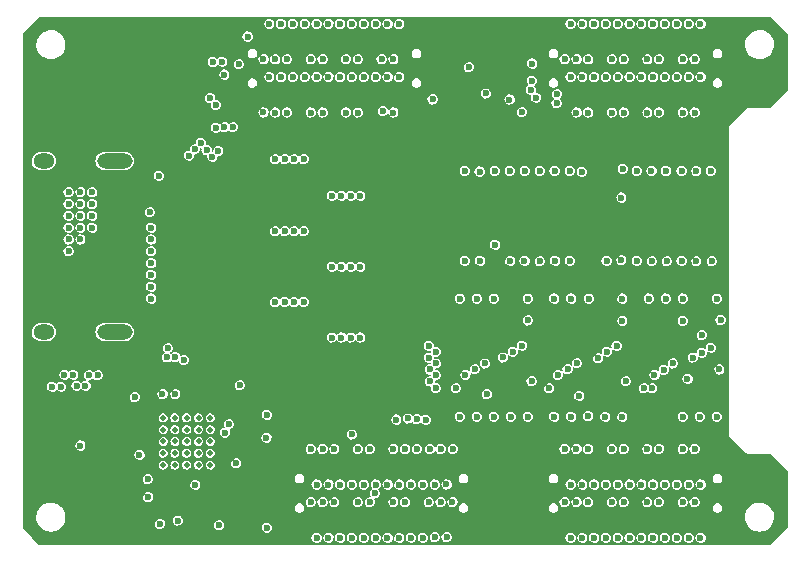
<source format=gbr>
G04 #@! TF.GenerationSoftware,KiCad,Pcbnew,(5.99.0-1662-g9db296991)*
G04 #@! TF.CreationDate,2020-05-15T17:50:03+05:30*
G04 #@! TF.ProjectId,Alchitry_IO_Shield,416c6368-6974-4727-995f-494f5f536869,rev?*
G04 #@! TF.SameCoordinates,Original*
G04 #@! TF.FileFunction,Copper,L3,Inr*
G04 #@! TF.FilePolarity,Positive*
%FSLAX46Y46*%
G04 Gerber Fmt 4.6, Leading zero omitted, Abs format (unit mm)*
G04 Created by KiCad (PCBNEW (5.99.0-1662-g9db296991)) date 2020-05-15 17:50:03*
%MOMM*%
%LPD*%
G01*
G04 APERTURE LIST*
G04 #@! TA.AperFunction,ViaPad*
%ADD10O,3.000000X1.300000*%
G04 #@! TD*
G04 #@! TA.AperFunction,ViaPad*
%ADD11O,1.800000X1.300000*%
G04 #@! TD*
G04 #@! TA.AperFunction,ViaPad*
%ADD12C,0.500000*%
G04 #@! TD*
G04 #@! TA.AperFunction,ViaPad*
%ADD13C,0.600000*%
G04 #@! TD*
G04 APERTURE END LIST*
D10*
X19900000Y-38850000D03*
X19900000Y-24350000D03*
D11*
X13900000Y-24350000D03*
X13900000Y-38850000D03*
D12*
X24000000Y-47100000D03*
X24000000Y-48100000D03*
X24000000Y-50100000D03*
X24000000Y-49100000D03*
X24000000Y-46100000D03*
X25000000Y-47100000D03*
X25000000Y-48100000D03*
X25000000Y-50100000D03*
X25000000Y-49100000D03*
X25000000Y-46100000D03*
X26000000Y-47100000D03*
X26000000Y-48100000D03*
X26000000Y-50100000D03*
X26000000Y-49100000D03*
X26000000Y-46100000D03*
X27000000Y-47100000D03*
X27000000Y-48100000D03*
X27000000Y-50100000D03*
X27000000Y-49100000D03*
X27000000Y-46100000D03*
X28000000Y-46100000D03*
X28000000Y-47100000D03*
X28000000Y-48100000D03*
X28000000Y-49100000D03*
X28000000Y-50100000D03*
D13*
X23650000Y-25610000D03*
X51330000Y-18640000D03*
X52120000Y-31460000D03*
X68510000Y-51750000D03*
X30500000Y-43340000D03*
X57340000Y-18700000D03*
X49890000Y-16410000D03*
X57320000Y-19470000D03*
X62800000Y-27450000D03*
X54397521Y-20222479D03*
X53329500Y-19150000D03*
X59439988Y-25264945D03*
X46820000Y-19140000D03*
X28250000Y-15970000D03*
X27989500Y-19023519D03*
X31150000Y-13820000D03*
X29000000Y-15960000D03*
X50398922Y-18193054D03*
X54060000Y-16590000D03*
X50530000Y-14500000D03*
X28681086Y-23490559D03*
X30430000Y-16169500D03*
X28172448Y-24010000D03*
X29924747Y-21494510D03*
X29190000Y-17040000D03*
X27681948Y-23436801D03*
X29197744Y-21494510D03*
X27191448Y-22831448D03*
X28472866Y-21550031D03*
X28480000Y-19630657D03*
X46571619Y-41999344D03*
X26690500Y-23360902D03*
X26200000Y-23900000D03*
X32498157Y-20248157D03*
X22900000Y-28700000D03*
X46500000Y-40000000D03*
X47100000Y-40500000D03*
X46500000Y-41000000D03*
X49600000Y-42481012D03*
X47100000Y-41500000D03*
X46585925Y-43014075D03*
X47100000Y-42500000D03*
X47100000Y-43600000D03*
X70400000Y-25200000D03*
X64100000Y-25200000D03*
X55900000Y-25200000D03*
X57150000Y-25200000D03*
X50800000Y-25250000D03*
X53350000Y-25200000D03*
X66600000Y-25200000D03*
X69150000Y-25200000D03*
X65350000Y-25200000D03*
X58450000Y-25200000D03*
X67900000Y-25200000D03*
X49550000Y-25200000D03*
X54650000Y-25200000D03*
X22000000Y-49225000D03*
X67900000Y-32800000D03*
X64100000Y-32800000D03*
X62800000Y-32750000D03*
X53400000Y-32800000D03*
X69150000Y-32850000D03*
X66650000Y-32850000D03*
X50850000Y-32800000D03*
X49550000Y-32800000D03*
X70450000Y-32850000D03*
X55900000Y-32850000D03*
X52100000Y-25200000D03*
X57200000Y-32800000D03*
X65400000Y-32850000D03*
X54600000Y-32800000D03*
X61550000Y-32800000D03*
X58450000Y-32800000D03*
X52000000Y-36000000D03*
X68000000Y-46000000D03*
X68000000Y-36000000D03*
X68850009Y-40994158D03*
X69440000Y-46000000D03*
X69600000Y-39100000D03*
X60000000Y-45950000D03*
X60050000Y-36000000D03*
X52000000Y-46000000D03*
X49120000Y-46000000D03*
X60850009Y-41050000D03*
X61440000Y-46000000D03*
X54880000Y-46000000D03*
X52778374Y-40990510D03*
X57120000Y-46000000D03*
X24100000Y-52050000D03*
X30200000Y-49950000D03*
X23300000Y-51950000D03*
X25700000Y-51950000D03*
X24900000Y-52050000D03*
X53440000Y-46000000D03*
X62800000Y-29900000D03*
X51600000Y-29900000D03*
X63600000Y-29900000D03*
X69600000Y-40600000D03*
X57120000Y-36000000D03*
X50560000Y-36000000D03*
X22900000Y-26512500D03*
X58560000Y-36000000D03*
X50800000Y-29900000D03*
X53600000Y-40500000D03*
X65120000Y-36000000D03*
X70880000Y-36000000D03*
X54880000Y-36000000D03*
X52400000Y-29900000D03*
X54800000Y-29900000D03*
X56400000Y-29900000D03*
X57200000Y-29900000D03*
X61600000Y-40500000D03*
X66560000Y-36000000D03*
X62880000Y-36000000D03*
X49120000Y-36000000D03*
X53200000Y-29900000D03*
X55600000Y-29900000D03*
X66800000Y-29900000D03*
X67600000Y-29900000D03*
X64400000Y-29900000D03*
X62918686Y-25031314D03*
X23950000Y-44100000D03*
X68400000Y-29900000D03*
X69200000Y-29900000D03*
X22000000Y-47475000D03*
X65200000Y-29900000D03*
X25037500Y-44100000D03*
X21300000Y-41575000D03*
X62880000Y-46000000D03*
X70880000Y-46000000D03*
X50560000Y-46000000D03*
X58560000Y-46000000D03*
X55253164Y-16103164D03*
X59238468Y-44239261D03*
X55585989Y-18999999D03*
X51400000Y-44100000D03*
X55220841Y-17551613D03*
X50393439Y-41990510D03*
X64700000Y-43600000D03*
X65427011Y-43600473D03*
X48800000Y-43600000D03*
X56700000Y-43600000D03*
X55200000Y-43000000D03*
X71100000Y-42000000D03*
X63200000Y-43000000D03*
X70400000Y-40181011D03*
X68400000Y-42800000D03*
X68000000Y-37900000D03*
X71200000Y-37827040D03*
X25040665Y-40946694D03*
X25767674Y-41198532D03*
X43750000Y-46250000D03*
X67156764Y-41490707D03*
X65606006Y-42481020D03*
X57450000Y-42481011D03*
X51250000Y-41500000D03*
X58250000Y-41990510D03*
X59050000Y-41481020D03*
X66400000Y-42050000D03*
X62400000Y-40000000D03*
X54400000Y-40000000D03*
X62890510Y-37900000D03*
X54900000Y-37850000D03*
X23000000Y-36000000D03*
X23000000Y-35000000D03*
X23000000Y-34000000D03*
X23000000Y-33000000D03*
X23000000Y-32000000D03*
X23000000Y-31000000D03*
X23000000Y-30000000D03*
X16000000Y-32000000D03*
X17000000Y-31000000D03*
X16000000Y-31000000D03*
X18000000Y-30000000D03*
X17000000Y-30000000D03*
X16000000Y-30000000D03*
X18000000Y-29000000D03*
X17000000Y-29000000D03*
X16000000Y-29000000D03*
X18000000Y-28000000D03*
X17000000Y-28000000D03*
X16000000Y-28000000D03*
X18000000Y-27000000D03*
X17000000Y-27000000D03*
X16000000Y-27000000D03*
X32800000Y-55400000D03*
X22700000Y-51300000D03*
X17000000Y-48450000D03*
X32800000Y-45850000D03*
X32751936Y-47801936D03*
X29239090Y-47352154D03*
X44738342Y-46156914D03*
X55135800Y-18330326D03*
X65500000Y-51750000D03*
X62500000Y-51750000D03*
X59500000Y-51750000D03*
X44000000Y-56250000D03*
X41000000Y-56250000D03*
X38000000Y-56250000D03*
X47000000Y-51750000D03*
X44000000Y-51750000D03*
X41000000Y-51750000D03*
X38000000Y-51750000D03*
X59500000Y-17250000D03*
X62500000Y-17250000D03*
X65500000Y-17250000D03*
X68500000Y-17250000D03*
X68500000Y-12750000D03*
X65500000Y-12750000D03*
X62500000Y-12750000D03*
X59500000Y-12750000D03*
X34000000Y-12750000D03*
X37000000Y-12750000D03*
X40000000Y-12750000D03*
X43000000Y-12750000D03*
X43000000Y-17250000D03*
X40000000Y-17250000D03*
X37000000Y-17250000D03*
X59500000Y-56250000D03*
X62500000Y-56250000D03*
X65500000Y-56250000D03*
X68500000Y-56250000D03*
X34000000Y-17250000D03*
X47000000Y-56217768D03*
X21600000Y-44350000D03*
X14613661Y-43469702D03*
X15366061Y-43469702D03*
X15645461Y-42451451D03*
X16397861Y-42451451D03*
X16677261Y-43376184D03*
X17429661Y-43376184D03*
X17723800Y-42500000D03*
X18476200Y-42500000D03*
X35500000Y-20250000D03*
X38500000Y-20250000D03*
X41500000Y-20250000D03*
X44500000Y-15750000D03*
X41500000Y-15750000D03*
X38500000Y-15750000D03*
X35500000Y-15750000D03*
X61000000Y-15750000D03*
X64000000Y-15750000D03*
X67000000Y-15750000D03*
X70000000Y-15750000D03*
X70000000Y-20250000D03*
X67000000Y-20250000D03*
X64000000Y-20250000D03*
X61000000Y-20250000D03*
X45500000Y-53250000D03*
X42500000Y-53250000D03*
X39500000Y-53250000D03*
X42500000Y-48750000D03*
X39500000Y-48750000D03*
X70000000Y-48750000D03*
X67000000Y-48750000D03*
X64000000Y-48750000D03*
X61000000Y-48750000D03*
X61000000Y-53250000D03*
X64000000Y-53250000D03*
X67000000Y-53250000D03*
X70000000Y-53250000D03*
X44500000Y-20250000D03*
X21600000Y-45850000D03*
X21400000Y-51350000D03*
X30350000Y-53750000D03*
X32500000Y-15750000D03*
X29590500Y-46650000D03*
X23750000Y-55100000D03*
X28750000Y-55200000D03*
X48000000Y-56217764D03*
X47500000Y-53250000D03*
X46500000Y-53250000D03*
X46000000Y-56250000D03*
X40000000Y-51750000D03*
X40000000Y-47509425D03*
X40500000Y-48749992D03*
X41500000Y-48749994D03*
X41946979Y-52496694D03*
X42000000Y-51750000D03*
X47994844Y-51744844D03*
X46242998Y-46274404D03*
X47500000Y-48749988D03*
X45482485Y-46207564D03*
X46600000Y-48749992D03*
X46000000Y-51750000D03*
X45000000Y-51750008D03*
X24400000Y-40200000D03*
X44500000Y-48749994D03*
X24312442Y-40981231D03*
X43500000Y-48750000D03*
X43000000Y-51750000D03*
X68000000Y-20250000D03*
X40700000Y-39300000D03*
X67500000Y-17250000D03*
X39900000Y-39300000D03*
X66500000Y-17250000D03*
X39100000Y-39300000D03*
X66000000Y-20250000D03*
X38300000Y-39300000D03*
X65000000Y-20250000D03*
X35900000Y-36300000D03*
X64500000Y-17250000D03*
X35100000Y-36300000D03*
X63500000Y-17250000D03*
X34300000Y-36300000D03*
X63000000Y-20250000D03*
X33500000Y-36300000D03*
X62000000Y-20250000D03*
X40700000Y-33300000D03*
X61500000Y-17250000D03*
X39900000Y-33300000D03*
X60500000Y-17250000D03*
X39100000Y-33300000D03*
X60000000Y-20250000D03*
X38300000Y-33300000D03*
X59000000Y-20250000D03*
X35900000Y-30300000D03*
X58500000Y-17250000D03*
X35100000Y-30300000D03*
X44000000Y-17250000D03*
X34300000Y-30300000D03*
X43500000Y-20250000D03*
X33500000Y-30300000D03*
X42621843Y-20128157D03*
X40700000Y-27300000D03*
X42000000Y-17250000D03*
X39900000Y-27300000D03*
X41000000Y-17250000D03*
X39100000Y-27300000D03*
X40500000Y-20250000D03*
X38300000Y-27300000D03*
X39500000Y-20250000D03*
X35900000Y-24200000D03*
X39000000Y-17250000D03*
X35100000Y-24200000D03*
X38000000Y-17250000D03*
X34300000Y-24200000D03*
X37500000Y-20250000D03*
X33500000Y-24200000D03*
X25249999Y-54794602D03*
X26727570Y-51758437D03*
X68000000Y-15750000D03*
X67500000Y-12750000D03*
X66500000Y-12750000D03*
X66000000Y-15750000D03*
X65000000Y-15750000D03*
X64500000Y-12750000D03*
X63500000Y-12750000D03*
X63000000Y-15750000D03*
X62000000Y-15750000D03*
X61500000Y-12750000D03*
X60500000Y-12750000D03*
X60000000Y-15750000D03*
X59000000Y-15750000D03*
X58500000Y-12750000D03*
X44000000Y-12750000D03*
X43500000Y-15750000D03*
X42500000Y-15750000D03*
X42000000Y-12750000D03*
X41000000Y-12750000D03*
X40500000Y-15750000D03*
X39500000Y-15750000D03*
X39000000Y-12750000D03*
X38000000Y-12750000D03*
X37500000Y-15750000D03*
X58000000Y-53250000D03*
X59000000Y-53250000D03*
X64500000Y-56250000D03*
X60000000Y-53250000D03*
X58500000Y-56250000D03*
X61500000Y-56250000D03*
X62000000Y-53250000D03*
X63000000Y-53250000D03*
X60500000Y-56250000D03*
X60000000Y-48750000D03*
X61500000Y-51750000D03*
X59000000Y-48750000D03*
X63500000Y-56250000D03*
X60500000Y-51750000D03*
X58500000Y-51749996D03*
X58000000Y-48750000D03*
X63000000Y-48750000D03*
X62000000Y-48750000D03*
X34500000Y-15750000D03*
X36500000Y-20250000D03*
X33000000Y-12750000D03*
X33500000Y-15750000D03*
X36500000Y-15750000D03*
X68000000Y-48750000D03*
X33500000Y-20250000D03*
X35000000Y-12750000D03*
X64500000Y-51750000D03*
X66500000Y-51750000D03*
X65000000Y-48750000D03*
X35000000Y-17250000D03*
X36000000Y-12750000D03*
X33000000Y-17250000D03*
X66000000Y-48750000D03*
X67500000Y-51750000D03*
X34500000Y-20250000D03*
X36000000Y-17250000D03*
X69500000Y-17250000D03*
X69000000Y-20250000D03*
X58000000Y-15750000D03*
X69000000Y-15750000D03*
X69500000Y-12750000D03*
X69000000Y-48750000D03*
X63500000Y-51750000D03*
X69500000Y-51750000D03*
X48500000Y-53253210D03*
X43500000Y-53250000D03*
X43000000Y-56250000D03*
X69000000Y-53250000D03*
X66000000Y-53250000D03*
X66500000Y-56250000D03*
X65000000Y-53250000D03*
X44500000Y-53250000D03*
X68000000Y-53250000D03*
X67500000Y-56250000D03*
X69500000Y-56250000D03*
X38500000Y-53250004D03*
X39000000Y-56250000D03*
X37000000Y-51750000D03*
X48550000Y-48750000D03*
X37000000Y-56249994D03*
X38500000Y-48750008D03*
X45000000Y-56250000D03*
X40000000Y-56250000D03*
X36500000Y-53250000D03*
X37500000Y-53250000D03*
X40500000Y-53250000D03*
X39000000Y-51750000D03*
X37500000Y-48750008D03*
X36500000Y-48750000D03*
X45500000Y-48750000D03*
X42000000Y-56250000D03*
X41500000Y-53250000D03*
X22749999Y-52805398D03*
G36*
X75465702Y-12145306D02*
G01*
X76854695Y-13534300D01*
X76873001Y-13578494D01*
X76873000Y-18421507D01*
X76854694Y-18465701D01*
X75465702Y-19854694D01*
X75421508Y-19873000D01*
X73479455Y-19873000D01*
X73479439Y-19873001D01*
X73465971Y-19873001D01*
X73458104Y-19877542D01*
X73443037Y-19883783D01*
X73434260Y-19886135D01*
X73422020Y-19898375D01*
X71934261Y-21386135D01*
X71886136Y-21434259D01*
X71883787Y-21443028D01*
X71877543Y-21458103D01*
X71873002Y-21465969D01*
X71873001Y-21465972D01*
X71873001Y-21483280D01*
X71873000Y-47520544D01*
X71873001Y-47520560D01*
X71873001Y-47534029D01*
X71877541Y-47541893D01*
X71883783Y-47556965D01*
X71886133Y-47565736D01*
X71886137Y-47565742D01*
X71943049Y-47622654D01*
X71943053Y-47622657D01*
X73386135Y-49065740D01*
X73434260Y-49113865D01*
X73443037Y-49116217D01*
X73458104Y-49122458D01*
X73465971Y-49126999D01*
X73479439Y-49126999D01*
X73479455Y-49127000D01*
X75421508Y-49127000D01*
X75465702Y-49145306D01*
X76854695Y-50534300D01*
X76873001Y-50578494D01*
X76873000Y-55421507D01*
X76854694Y-55465701D01*
X75465702Y-56854694D01*
X75421508Y-56873000D01*
X13578493Y-56873000D01*
X13534299Y-56854694D01*
X12924647Y-56245042D01*
X36563597Y-56245042D01*
X36591074Y-56402478D01*
X36591075Y-56402481D01*
X36673385Y-56539466D01*
X36799496Y-56637640D01*
X36952490Y-56683831D01*
X37111854Y-56671848D01*
X37111857Y-56671847D01*
X37256220Y-56603297D01*
X37366229Y-56487371D01*
X37427129Y-56339615D01*
X37428202Y-56245048D01*
X37563597Y-56245048D01*
X37591074Y-56402484D01*
X37591075Y-56402487D01*
X37673385Y-56539472D01*
X37799496Y-56637646D01*
X37952490Y-56683837D01*
X38111854Y-56671854D01*
X38111857Y-56671853D01*
X38256220Y-56603303D01*
X38366229Y-56487377D01*
X38427129Y-56339621D01*
X38428202Y-56245048D01*
X38563597Y-56245048D01*
X38591074Y-56402484D01*
X38591075Y-56402487D01*
X38673385Y-56539472D01*
X38799496Y-56637646D01*
X38952490Y-56683837D01*
X39111854Y-56671854D01*
X39111857Y-56671853D01*
X39256220Y-56603303D01*
X39366229Y-56487377D01*
X39427129Y-56339621D01*
X39428202Y-56245048D01*
X39563597Y-56245048D01*
X39591074Y-56402484D01*
X39591075Y-56402487D01*
X39673385Y-56539472D01*
X39799496Y-56637646D01*
X39952490Y-56683837D01*
X40111854Y-56671854D01*
X40111857Y-56671853D01*
X40256220Y-56603303D01*
X40366229Y-56487377D01*
X40427129Y-56339621D01*
X40428202Y-56245048D01*
X40563597Y-56245048D01*
X40591074Y-56402484D01*
X40591075Y-56402487D01*
X40673385Y-56539472D01*
X40799496Y-56637646D01*
X40952490Y-56683837D01*
X41111854Y-56671854D01*
X41111857Y-56671853D01*
X41256220Y-56603303D01*
X41366229Y-56487377D01*
X41427129Y-56339621D01*
X41428202Y-56245048D01*
X41563597Y-56245048D01*
X41591074Y-56402484D01*
X41591075Y-56402487D01*
X41673385Y-56539472D01*
X41799496Y-56637646D01*
X41952490Y-56683837D01*
X42111854Y-56671854D01*
X42111857Y-56671853D01*
X42256220Y-56603303D01*
X42366229Y-56487377D01*
X42427129Y-56339621D01*
X42428202Y-56245048D01*
X42563597Y-56245048D01*
X42591074Y-56402484D01*
X42591075Y-56402487D01*
X42673385Y-56539472D01*
X42799496Y-56637646D01*
X42952490Y-56683837D01*
X43111854Y-56671854D01*
X43111857Y-56671853D01*
X43256220Y-56603303D01*
X43366229Y-56487377D01*
X43427129Y-56339621D01*
X43428202Y-56245048D01*
X43563597Y-56245048D01*
X43591074Y-56402484D01*
X43591075Y-56402487D01*
X43673385Y-56539472D01*
X43799496Y-56637646D01*
X43952490Y-56683837D01*
X44111854Y-56671854D01*
X44111857Y-56671853D01*
X44256220Y-56603303D01*
X44366229Y-56487377D01*
X44427129Y-56339621D01*
X44428202Y-56245048D01*
X44563597Y-56245048D01*
X44591074Y-56402484D01*
X44591075Y-56402487D01*
X44673385Y-56539472D01*
X44799496Y-56637646D01*
X44952490Y-56683837D01*
X45111854Y-56671854D01*
X45111857Y-56671853D01*
X45256220Y-56603303D01*
X45366229Y-56487377D01*
X45427129Y-56339621D01*
X45428202Y-56245048D01*
X45563597Y-56245048D01*
X45591074Y-56402484D01*
X45591075Y-56402487D01*
X45673385Y-56539472D01*
X45799496Y-56637646D01*
X45952490Y-56683837D01*
X46111854Y-56671854D01*
X46111857Y-56671853D01*
X46256220Y-56603303D01*
X46366229Y-56487377D01*
X46427129Y-56339621D01*
X46428568Y-56212816D01*
X46563597Y-56212816D01*
X46591074Y-56370252D01*
X46591075Y-56370255D01*
X46673385Y-56507240D01*
X46799496Y-56605414D01*
X46952490Y-56651605D01*
X47111854Y-56639622D01*
X47111857Y-56639621D01*
X47256220Y-56571071D01*
X47366229Y-56455145D01*
X47427129Y-56307389D01*
X47428202Y-56212812D01*
X47563597Y-56212812D01*
X47591074Y-56370248D01*
X47591075Y-56370251D01*
X47673385Y-56507236D01*
X47799496Y-56605410D01*
X47952490Y-56651601D01*
X48111854Y-56639618D01*
X48111857Y-56639617D01*
X48256220Y-56571067D01*
X48366229Y-56455141D01*
X48427129Y-56307385D01*
X48427836Y-56245048D01*
X58063597Y-56245048D01*
X58091074Y-56402484D01*
X58091075Y-56402487D01*
X58173385Y-56539472D01*
X58299496Y-56637646D01*
X58452490Y-56683837D01*
X58611854Y-56671854D01*
X58611857Y-56671853D01*
X58756220Y-56603303D01*
X58866229Y-56487377D01*
X58927129Y-56339621D01*
X58928202Y-56245048D01*
X59063597Y-56245048D01*
X59091074Y-56402484D01*
X59091075Y-56402487D01*
X59173385Y-56539472D01*
X59299496Y-56637646D01*
X59452490Y-56683837D01*
X59611854Y-56671854D01*
X59611857Y-56671853D01*
X59756220Y-56603303D01*
X59866229Y-56487377D01*
X59927129Y-56339621D01*
X59928202Y-56245048D01*
X60063597Y-56245048D01*
X60091074Y-56402484D01*
X60091075Y-56402487D01*
X60173385Y-56539472D01*
X60299496Y-56637646D01*
X60452490Y-56683837D01*
X60611854Y-56671854D01*
X60611857Y-56671853D01*
X60756220Y-56603303D01*
X60866229Y-56487377D01*
X60927129Y-56339621D01*
X60928202Y-56245048D01*
X61063597Y-56245048D01*
X61091074Y-56402484D01*
X61091075Y-56402487D01*
X61173385Y-56539472D01*
X61299496Y-56637646D01*
X61452490Y-56683837D01*
X61611854Y-56671854D01*
X61611857Y-56671853D01*
X61756220Y-56603303D01*
X61866229Y-56487377D01*
X61927129Y-56339621D01*
X61928202Y-56245048D01*
X62063597Y-56245048D01*
X62091074Y-56402484D01*
X62091075Y-56402487D01*
X62173385Y-56539472D01*
X62299496Y-56637646D01*
X62452490Y-56683837D01*
X62611854Y-56671854D01*
X62611857Y-56671853D01*
X62756220Y-56603303D01*
X62866229Y-56487377D01*
X62927129Y-56339621D01*
X62928202Y-56245048D01*
X63063597Y-56245048D01*
X63091074Y-56402484D01*
X63091075Y-56402487D01*
X63173385Y-56539472D01*
X63299496Y-56637646D01*
X63452490Y-56683837D01*
X63611854Y-56671854D01*
X63611857Y-56671853D01*
X63756220Y-56603303D01*
X63866229Y-56487377D01*
X63927129Y-56339621D01*
X63928202Y-56245048D01*
X64063597Y-56245048D01*
X64091074Y-56402484D01*
X64091075Y-56402487D01*
X64173385Y-56539472D01*
X64299496Y-56637646D01*
X64452490Y-56683837D01*
X64611854Y-56671854D01*
X64611857Y-56671853D01*
X64756220Y-56603303D01*
X64866229Y-56487377D01*
X64927129Y-56339621D01*
X64928202Y-56245048D01*
X65063597Y-56245048D01*
X65091074Y-56402484D01*
X65091075Y-56402487D01*
X65173385Y-56539472D01*
X65299496Y-56637646D01*
X65452490Y-56683837D01*
X65611854Y-56671854D01*
X65611857Y-56671853D01*
X65756220Y-56603303D01*
X65866229Y-56487377D01*
X65927129Y-56339621D01*
X65928202Y-56245048D01*
X66063597Y-56245048D01*
X66091074Y-56402484D01*
X66091075Y-56402487D01*
X66173385Y-56539472D01*
X66299496Y-56637646D01*
X66452490Y-56683837D01*
X66611854Y-56671854D01*
X66611857Y-56671853D01*
X66756220Y-56603303D01*
X66866229Y-56487377D01*
X66927129Y-56339621D01*
X66928202Y-56245048D01*
X67063597Y-56245048D01*
X67091074Y-56402484D01*
X67091075Y-56402487D01*
X67173385Y-56539472D01*
X67299496Y-56637646D01*
X67452490Y-56683837D01*
X67611854Y-56671854D01*
X67611857Y-56671853D01*
X67756220Y-56603303D01*
X67866229Y-56487377D01*
X67927129Y-56339621D01*
X67928202Y-56245048D01*
X68063597Y-56245048D01*
X68091074Y-56402484D01*
X68091075Y-56402487D01*
X68173385Y-56539472D01*
X68299496Y-56637646D01*
X68452490Y-56683837D01*
X68611854Y-56671854D01*
X68611857Y-56671853D01*
X68756220Y-56603303D01*
X68866229Y-56487377D01*
X68927129Y-56339621D01*
X68928202Y-56245048D01*
X69063597Y-56245048D01*
X69091074Y-56402484D01*
X69091075Y-56402487D01*
X69173385Y-56539472D01*
X69299496Y-56637646D01*
X69452490Y-56683837D01*
X69611854Y-56671854D01*
X69611857Y-56671853D01*
X69756220Y-56603303D01*
X69866229Y-56487377D01*
X69927129Y-56339621D01*
X69929053Y-56170093D01*
X69871519Y-56020991D01*
X69764168Y-55902599D01*
X69764167Y-55902599D01*
X69621393Y-55830792D01*
X69462342Y-55815197D01*
X69462341Y-55815197D01*
X69308340Y-55857906D01*
X69308338Y-55857907D01*
X69180039Y-55953188D01*
X69094639Y-56088278D01*
X69063597Y-56245048D01*
X68928202Y-56245048D01*
X68929053Y-56170093D01*
X68871519Y-56020991D01*
X68764168Y-55902599D01*
X68764167Y-55902599D01*
X68621393Y-55830792D01*
X68462342Y-55815197D01*
X68462341Y-55815197D01*
X68308340Y-55857906D01*
X68308338Y-55857907D01*
X68180039Y-55953188D01*
X68094639Y-56088278D01*
X68063597Y-56245048D01*
X67928202Y-56245048D01*
X67929053Y-56170093D01*
X67871519Y-56020991D01*
X67764168Y-55902599D01*
X67764167Y-55902599D01*
X67621393Y-55830792D01*
X67462342Y-55815197D01*
X67462341Y-55815197D01*
X67308340Y-55857906D01*
X67308338Y-55857907D01*
X67180039Y-55953188D01*
X67094639Y-56088278D01*
X67063597Y-56245048D01*
X66928202Y-56245048D01*
X66929053Y-56170093D01*
X66871519Y-56020991D01*
X66764168Y-55902599D01*
X66764167Y-55902599D01*
X66621393Y-55830792D01*
X66462342Y-55815197D01*
X66462341Y-55815197D01*
X66308340Y-55857906D01*
X66308338Y-55857907D01*
X66180039Y-55953188D01*
X66094639Y-56088278D01*
X66063597Y-56245048D01*
X65928202Y-56245048D01*
X65929053Y-56170093D01*
X65871519Y-56020991D01*
X65764168Y-55902599D01*
X65764167Y-55902599D01*
X65621393Y-55830792D01*
X65462342Y-55815197D01*
X65462341Y-55815197D01*
X65308340Y-55857906D01*
X65308338Y-55857907D01*
X65180039Y-55953188D01*
X65094639Y-56088278D01*
X65063597Y-56245048D01*
X64928202Y-56245048D01*
X64929053Y-56170093D01*
X64871519Y-56020991D01*
X64764168Y-55902599D01*
X64764167Y-55902599D01*
X64621393Y-55830792D01*
X64462342Y-55815197D01*
X64308340Y-55857906D01*
X64308338Y-55857907D01*
X64180039Y-55953188D01*
X64094639Y-56088278D01*
X64063597Y-56245048D01*
X63928202Y-56245048D01*
X63929053Y-56170093D01*
X63871519Y-56020991D01*
X63764168Y-55902599D01*
X63621393Y-55830792D01*
X63462342Y-55815197D01*
X63308340Y-55857906D01*
X63308338Y-55857907D01*
X63180039Y-55953188D01*
X63094639Y-56088278D01*
X63063597Y-56245048D01*
X62928202Y-56245048D01*
X62929053Y-56170093D01*
X62871519Y-56020991D01*
X62764168Y-55902599D01*
X62621393Y-55830792D01*
X62462342Y-55815197D01*
X62308340Y-55857906D01*
X62308338Y-55857907D01*
X62180039Y-55953188D01*
X62094639Y-56088278D01*
X62063597Y-56245048D01*
X61928202Y-56245048D01*
X61929053Y-56170093D01*
X61871519Y-56020991D01*
X61764168Y-55902599D01*
X61621393Y-55830792D01*
X61462342Y-55815197D01*
X61308340Y-55857906D01*
X61308338Y-55857907D01*
X61180039Y-55953188D01*
X61094639Y-56088278D01*
X61063597Y-56245048D01*
X60928202Y-56245048D01*
X60929053Y-56170093D01*
X60871519Y-56020991D01*
X60764168Y-55902599D01*
X60621393Y-55830792D01*
X60462342Y-55815197D01*
X60308340Y-55857906D01*
X60308338Y-55857907D01*
X60180039Y-55953188D01*
X60094639Y-56088278D01*
X60063597Y-56245048D01*
X59928202Y-56245048D01*
X59929053Y-56170093D01*
X59871519Y-56020991D01*
X59764168Y-55902599D01*
X59621393Y-55830792D01*
X59462342Y-55815197D01*
X59308340Y-55857906D01*
X59308338Y-55857907D01*
X59180039Y-55953188D01*
X59094639Y-56088278D01*
X59063597Y-56245048D01*
X58928202Y-56245048D01*
X58929053Y-56170093D01*
X58871519Y-56020991D01*
X58764168Y-55902599D01*
X58621393Y-55830792D01*
X58462342Y-55815197D01*
X58308340Y-55857906D01*
X58308338Y-55857907D01*
X58180039Y-55953188D01*
X58094639Y-56088278D01*
X58063597Y-56245048D01*
X48427836Y-56245048D01*
X48429053Y-56137857D01*
X48371519Y-55988755D01*
X48264168Y-55870363D01*
X48264167Y-55870363D01*
X48121393Y-55798556D01*
X47962342Y-55782961D01*
X47962341Y-55782961D01*
X47808340Y-55825670D01*
X47808338Y-55825671D01*
X47680039Y-55920952D01*
X47594639Y-56056042D01*
X47563597Y-56212812D01*
X47428202Y-56212812D01*
X47429053Y-56137861D01*
X47371519Y-55988759D01*
X47264168Y-55870367D01*
X47264167Y-55870367D01*
X47121393Y-55798560D01*
X46962342Y-55782965D01*
X46962341Y-55782965D01*
X46808340Y-55825674D01*
X46808338Y-55825675D01*
X46680039Y-55920956D01*
X46594639Y-56056046D01*
X46563597Y-56212816D01*
X46428568Y-56212816D01*
X46429053Y-56170093D01*
X46371519Y-56020991D01*
X46264168Y-55902599D01*
X46121393Y-55830792D01*
X45962342Y-55815197D01*
X45808340Y-55857906D01*
X45808338Y-55857907D01*
X45680039Y-55953188D01*
X45594639Y-56088278D01*
X45563597Y-56245048D01*
X45428202Y-56245048D01*
X45429053Y-56170093D01*
X45371519Y-56020991D01*
X45264168Y-55902599D01*
X45121393Y-55830792D01*
X44962342Y-55815197D01*
X44808340Y-55857906D01*
X44808338Y-55857907D01*
X44680039Y-55953188D01*
X44594639Y-56088278D01*
X44563597Y-56245048D01*
X44428202Y-56245048D01*
X44429053Y-56170093D01*
X44371519Y-56020991D01*
X44264168Y-55902599D01*
X44121393Y-55830792D01*
X43962342Y-55815197D01*
X43808340Y-55857906D01*
X43808338Y-55857907D01*
X43680039Y-55953188D01*
X43594639Y-56088278D01*
X43563597Y-56245048D01*
X43428202Y-56245048D01*
X43429053Y-56170093D01*
X43371519Y-56020991D01*
X43264168Y-55902599D01*
X43121393Y-55830792D01*
X42962342Y-55815197D01*
X42808340Y-55857906D01*
X42808338Y-55857907D01*
X42680039Y-55953188D01*
X42594639Y-56088278D01*
X42563597Y-56245048D01*
X42428202Y-56245048D01*
X42429053Y-56170093D01*
X42371519Y-56020991D01*
X42264168Y-55902599D01*
X42121393Y-55830792D01*
X41962342Y-55815197D01*
X41808340Y-55857906D01*
X41808338Y-55857907D01*
X41680039Y-55953188D01*
X41594639Y-56088278D01*
X41563597Y-56245048D01*
X41428202Y-56245048D01*
X41429053Y-56170093D01*
X41371519Y-56020991D01*
X41264168Y-55902599D01*
X41121393Y-55830792D01*
X40962342Y-55815197D01*
X40808340Y-55857906D01*
X40808338Y-55857907D01*
X40680039Y-55953188D01*
X40594639Y-56088278D01*
X40563597Y-56245048D01*
X40428202Y-56245048D01*
X40429053Y-56170093D01*
X40371519Y-56020991D01*
X40264168Y-55902599D01*
X40121393Y-55830792D01*
X39962342Y-55815197D01*
X39808340Y-55857906D01*
X39808338Y-55857907D01*
X39680039Y-55953188D01*
X39594639Y-56088278D01*
X39563597Y-56245048D01*
X39428202Y-56245048D01*
X39429053Y-56170093D01*
X39371519Y-56020991D01*
X39264168Y-55902599D01*
X39121393Y-55830792D01*
X38962342Y-55815197D01*
X38808340Y-55857906D01*
X38808338Y-55857907D01*
X38680039Y-55953188D01*
X38594639Y-56088278D01*
X38563597Y-56245048D01*
X38428202Y-56245048D01*
X38429053Y-56170093D01*
X38371519Y-56020991D01*
X38264168Y-55902599D01*
X38121393Y-55830792D01*
X37962342Y-55815197D01*
X37808340Y-55857906D01*
X37808338Y-55857907D01*
X37680039Y-55953188D01*
X37594639Y-56088278D01*
X37563597Y-56245048D01*
X37428202Y-56245048D01*
X37429053Y-56170087D01*
X37371519Y-56020985D01*
X37264168Y-55902593D01*
X37121393Y-55830786D01*
X36962342Y-55815191D01*
X36808340Y-55857900D01*
X36808338Y-55857901D01*
X36680039Y-55953182D01*
X36594639Y-56088272D01*
X36563597Y-56245042D01*
X12924647Y-56245042D01*
X12145306Y-55465702D01*
X12127000Y-55421508D01*
X12127000Y-54467746D01*
X13268463Y-54467746D01*
X13282216Y-54686349D01*
X13334462Y-54899052D01*
X13423550Y-55099149D01*
X13423553Y-55099153D01*
X13546658Y-55280295D01*
X13699909Y-55436791D01*
X13878436Y-55563664D01*
X14076629Y-55656928D01*
X14288187Y-55713614D01*
X14506450Y-55731942D01*
X14724503Y-55711330D01*
X14724506Y-55711330D01*
X14935468Y-55652428D01*
X15132668Y-55557098D01*
X15309855Y-55428362D01*
X15309865Y-55428353D01*
X15461457Y-55270274D01*
X15461458Y-55270274D01*
X15577879Y-55095048D01*
X23313597Y-55095048D01*
X23341074Y-55252484D01*
X23341075Y-55252487D01*
X23423385Y-55389472D01*
X23549496Y-55487646D01*
X23702490Y-55533837D01*
X23861854Y-55521854D01*
X23861857Y-55521853D01*
X24006220Y-55453303D01*
X24116229Y-55337377D01*
X24177129Y-55189621D01*
X24179053Y-55020093D01*
X24121519Y-54870991D01*
X24047764Y-54789650D01*
X24813596Y-54789650D01*
X24841073Y-54947086D01*
X24841074Y-54947089D01*
X24923384Y-55084074D01*
X25049495Y-55182248D01*
X25202489Y-55228439D01*
X25361853Y-55216456D01*
X25361856Y-55216455D01*
X25406938Y-55195048D01*
X28313597Y-55195048D01*
X28341074Y-55352484D01*
X28341075Y-55352487D01*
X28423385Y-55489472D01*
X28549496Y-55587646D01*
X28702490Y-55633837D01*
X28861854Y-55621854D01*
X28861857Y-55621853D01*
X29006220Y-55553303D01*
X29116229Y-55437377D01*
X29133675Y-55395048D01*
X32363597Y-55395048D01*
X32391074Y-55552484D01*
X32391075Y-55552487D01*
X32473385Y-55689472D01*
X32599496Y-55787646D01*
X32752490Y-55833837D01*
X32911854Y-55821854D01*
X32911857Y-55821853D01*
X33056220Y-55753303D01*
X33166229Y-55637377D01*
X33227129Y-55489621D01*
X33229053Y-55320093D01*
X33171519Y-55170991D01*
X33064168Y-55052599D01*
X33064167Y-55052599D01*
X32921393Y-54980792D01*
X32762342Y-54965197D01*
X32762341Y-54965197D01*
X32608340Y-55007906D01*
X32608338Y-55007907D01*
X32480039Y-55103188D01*
X32394639Y-55238278D01*
X32363597Y-55395048D01*
X29133675Y-55395048D01*
X29177129Y-55289621D01*
X29179053Y-55120093D01*
X29121519Y-54970991D01*
X29014168Y-54852599D01*
X29014167Y-54852599D01*
X28871393Y-54780792D01*
X28712342Y-54765197D01*
X28712341Y-54765197D01*
X28558340Y-54807906D01*
X28558338Y-54807907D01*
X28430039Y-54903188D01*
X28344639Y-55038278D01*
X28313597Y-55195048D01*
X25406938Y-55195048D01*
X25506219Y-55147905D01*
X25616228Y-55031979D01*
X25677128Y-54884223D01*
X25679052Y-54714695D01*
X25621518Y-54565593D01*
X25532797Y-54467746D01*
X73268463Y-54467746D01*
X73282216Y-54686349D01*
X73334462Y-54899052D01*
X73423550Y-55099149D01*
X73423553Y-55099153D01*
X73546658Y-55280295D01*
X73699909Y-55436791D01*
X73878436Y-55563664D01*
X74076629Y-55656928D01*
X74288187Y-55713614D01*
X74506450Y-55731942D01*
X74724503Y-55711330D01*
X74724506Y-55711330D01*
X74935468Y-55652428D01*
X75132668Y-55557098D01*
X75309855Y-55428362D01*
X75309865Y-55428353D01*
X75461457Y-55270274D01*
X75461458Y-55270274D01*
X75582663Y-55087848D01*
X75582663Y-55087847D01*
X75669653Y-54886825D01*
X75719669Y-54673586D01*
X75727082Y-54390481D01*
X75688295Y-54174920D01*
X75688295Y-54174919D01*
X75611951Y-53969634D01*
X75611950Y-53969633D01*
X75500453Y-53781100D01*
X75357334Y-53615296D01*
X75187117Y-53477458D01*
X74995183Y-53371941D01*
X74995181Y-53371941D01*
X74787593Y-53302080D01*
X74570911Y-53270084D01*
X74351996Y-53276964D01*
X74137759Y-53322500D01*
X74137754Y-53322502D01*
X73934963Y-53405260D01*
X73750029Y-53522623D01*
X73588809Y-53670872D01*
X73588804Y-53670878D01*
X73456385Y-53845333D01*
X73456380Y-53845341D01*
X73356943Y-54040495D01*
X73356942Y-54040500D01*
X73293639Y-54250169D01*
X73293638Y-54250171D01*
X73268463Y-54467746D01*
X25532797Y-54467746D01*
X25514167Y-54447201D01*
X25514166Y-54447201D01*
X25371392Y-54375394D01*
X25212341Y-54359799D01*
X25212340Y-54359799D01*
X25058339Y-54402508D01*
X25058337Y-54402509D01*
X24930038Y-54497790D01*
X24844638Y-54632880D01*
X24813596Y-54789650D01*
X24047764Y-54789650D01*
X24014168Y-54752599D01*
X24014167Y-54752599D01*
X23871393Y-54680792D01*
X23712342Y-54665197D01*
X23712341Y-54665197D01*
X23558340Y-54707906D01*
X23558338Y-54707907D01*
X23430039Y-54803188D01*
X23344639Y-54938278D01*
X23313597Y-55095048D01*
X15577879Y-55095048D01*
X15582663Y-55087848D01*
X15582663Y-55087847D01*
X15669653Y-54886825D01*
X15719669Y-54673586D01*
X15727082Y-54390481D01*
X15688295Y-54174920D01*
X15688295Y-54174919D01*
X15611951Y-53969634D01*
X15611950Y-53969633D01*
X15500453Y-53781100D01*
X15418650Y-53686330D01*
X35148001Y-53686330D01*
X35148001Y-53813670D01*
X35187351Y-53934779D01*
X35187352Y-53934781D01*
X35262200Y-54037800D01*
X35365219Y-54112648D01*
X35365221Y-54112649D01*
X35486330Y-54151999D01*
X35613670Y-54151999D01*
X35734779Y-54112649D01*
X35734781Y-54112648D01*
X35837800Y-54037800D01*
X35912648Y-53934781D01*
X35912649Y-53934779D01*
X35951999Y-53813670D01*
X35951999Y-53686330D01*
X35912649Y-53565221D01*
X35912648Y-53565219D01*
X35837800Y-53462200D01*
X35734781Y-53387352D01*
X35734779Y-53387351D01*
X35613670Y-53348001D01*
X35486330Y-53348001D01*
X35365221Y-53387351D01*
X35365219Y-53387352D01*
X35262200Y-53462200D01*
X35187352Y-53565219D01*
X35187351Y-53565221D01*
X35148001Y-53686330D01*
X15418650Y-53686330D01*
X15357334Y-53615296D01*
X15187117Y-53477458D01*
X14995183Y-53371941D01*
X14995181Y-53371941D01*
X14787593Y-53302080D01*
X14570911Y-53270084D01*
X14351996Y-53276964D01*
X14137759Y-53322500D01*
X14137754Y-53322502D01*
X13934963Y-53405260D01*
X13750029Y-53522623D01*
X13588809Y-53670872D01*
X13588804Y-53670878D01*
X13456385Y-53845333D01*
X13456380Y-53845341D01*
X13356943Y-54040495D01*
X13356942Y-54040500D01*
X13293639Y-54250169D01*
X13293638Y-54250171D01*
X13268463Y-54467746D01*
X12127000Y-54467746D01*
X12127000Y-53245048D01*
X36063597Y-53245048D01*
X36091074Y-53402484D01*
X36091075Y-53402487D01*
X36173385Y-53539472D01*
X36299496Y-53637646D01*
X36452490Y-53683837D01*
X36611854Y-53671854D01*
X36611857Y-53671853D01*
X36756220Y-53603303D01*
X36866229Y-53487377D01*
X36927129Y-53339621D01*
X36928202Y-53245048D01*
X37063597Y-53245048D01*
X37091074Y-53402484D01*
X37091075Y-53402487D01*
X37173385Y-53539472D01*
X37299496Y-53637646D01*
X37452490Y-53683837D01*
X37611854Y-53671854D01*
X37611857Y-53671853D01*
X37756220Y-53603303D01*
X37866229Y-53487377D01*
X37927129Y-53339621D01*
X37928202Y-53245052D01*
X38063597Y-53245052D01*
X38091074Y-53402488D01*
X38091075Y-53402491D01*
X38173385Y-53539476D01*
X38299496Y-53637650D01*
X38452490Y-53683841D01*
X38611854Y-53671858D01*
X38611857Y-53671857D01*
X38756220Y-53603307D01*
X38866229Y-53487381D01*
X38927129Y-53339625D01*
X38928202Y-53245048D01*
X40063597Y-53245048D01*
X40091074Y-53402484D01*
X40091075Y-53402487D01*
X40173385Y-53539472D01*
X40299496Y-53637646D01*
X40452490Y-53683837D01*
X40611854Y-53671854D01*
X40611857Y-53671853D01*
X40756220Y-53603303D01*
X40866229Y-53487377D01*
X40927129Y-53339621D01*
X40928202Y-53245048D01*
X41063597Y-53245048D01*
X41091074Y-53402484D01*
X41091075Y-53402487D01*
X41173385Y-53539472D01*
X41299496Y-53637646D01*
X41452490Y-53683837D01*
X41611854Y-53671854D01*
X41611857Y-53671853D01*
X41756220Y-53603303D01*
X41866229Y-53487377D01*
X41927129Y-53339621D01*
X41928202Y-53245048D01*
X43063597Y-53245048D01*
X43091074Y-53402484D01*
X43091075Y-53402487D01*
X43173385Y-53539472D01*
X43299496Y-53637646D01*
X43452490Y-53683837D01*
X43611854Y-53671854D01*
X43611857Y-53671853D01*
X43756220Y-53603303D01*
X43866229Y-53487377D01*
X43927129Y-53339621D01*
X43928202Y-53245048D01*
X44063597Y-53245048D01*
X44091074Y-53402484D01*
X44091075Y-53402487D01*
X44173385Y-53539472D01*
X44299496Y-53637646D01*
X44452490Y-53683837D01*
X44611854Y-53671854D01*
X44611857Y-53671853D01*
X44756220Y-53603303D01*
X44866229Y-53487377D01*
X44927129Y-53339621D01*
X44928202Y-53245048D01*
X46063597Y-53245048D01*
X46091074Y-53402484D01*
X46091075Y-53402487D01*
X46173385Y-53539472D01*
X46299496Y-53637646D01*
X46452490Y-53683837D01*
X46611854Y-53671854D01*
X46611857Y-53671853D01*
X46756220Y-53603303D01*
X46866229Y-53487377D01*
X46927129Y-53339621D01*
X46928202Y-53245048D01*
X47063597Y-53245048D01*
X47091074Y-53402484D01*
X47091075Y-53402487D01*
X47173385Y-53539472D01*
X47299496Y-53637646D01*
X47452490Y-53683837D01*
X47611854Y-53671854D01*
X47611857Y-53671853D01*
X47756220Y-53603303D01*
X47866229Y-53487377D01*
X47927129Y-53339621D01*
X47928165Y-53248258D01*
X48063597Y-53248258D01*
X48091074Y-53405694D01*
X48091075Y-53405697D01*
X48173385Y-53542682D01*
X48299496Y-53640856D01*
X48452490Y-53687047D01*
X48462025Y-53686330D01*
X49048001Y-53686330D01*
X49048001Y-53813670D01*
X49087351Y-53934779D01*
X49087352Y-53934781D01*
X49162200Y-54037800D01*
X49265219Y-54112648D01*
X49265221Y-54112649D01*
X49386330Y-54151999D01*
X49513670Y-54151999D01*
X49634779Y-54112649D01*
X49634781Y-54112648D01*
X49737800Y-54037800D01*
X49812648Y-53934781D01*
X49812649Y-53934779D01*
X49851999Y-53813670D01*
X49851999Y-53686330D01*
X56648001Y-53686330D01*
X56648001Y-53813670D01*
X56687351Y-53934779D01*
X56687352Y-53934781D01*
X56762200Y-54037800D01*
X56865219Y-54112648D01*
X56865221Y-54112649D01*
X56986330Y-54151999D01*
X57113670Y-54151999D01*
X57234779Y-54112649D01*
X57234781Y-54112648D01*
X57337800Y-54037800D01*
X57412648Y-53934781D01*
X57412649Y-53934779D01*
X57451999Y-53813670D01*
X57451999Y-53686330D01*
X70548001Y-53686330D01*
X70548001Y-53813670D01*
X70587351Y-53934779D01*
X70587352Y-53934781D01*
X70662200Y-54037800D01*
X70765219Y-54112648D01*
X70765221Y-54112649D01*
X70886330Y-54151999D01*
X71013670Y-54151999D01*
X71134779Y-54112649D01*
X71134781Y-54112648D01*
X71237800Y-54037800D01*
X71312648Y-53934781D01*
X71312649Y-53934779D01*
X71351999Y-53813670D01*
X71351999Y-53686330D01*
X71312649Y-53565221D01*
X71312648Y-53565219D01*
X71237800Y-53462200D01*
X71134781Y-53387352D01*
X71134779Y-53387351D01*
X71013670Y-53348001D01*
X70886330Y-53348001D01*
X70765221Y-53387351D01*
X70765219Y-53387352D01*
X70662200Y-53462200D01*
X70587352Y-53565219D01*
X70587351Y-53565221D01*
X70548001Y-53686330D01*
X57451999Y-53686330D01*
X57412649Y-53565221D01*
X57412648Y-53565219D01*
X57337800Y-53462200D01*
X57234781Y-53387352D01*
X57234779Y-53387351D01*
X57113670Y-53348001D01*
X56986330Y-53348001D01*
X56865221Y-53387351D01*
X56865219Y-53387352D01*
X56762200Y-53462200D01*
X56687352Y-53565219D01*
X56687351Y-53565221D01*
X56648001Y-53686330D01*
X49851999Y-53686330D01*
X49812649Y-53565221D01*
X49812648Y-53565219D01*
X49737800Y-53462200D01*
X49634781Y-53387352D01*
X49634779Y-53387351D01*
X49513670Y-53348001D01*
X49386330Y-53348001D01*
X49265221Y-53387351D01*
X49265219Y-53387352D01*
X49162200Y-53462200D01*
X49087352Y-53565219D01*
X49087351Y-53565221D01*
X49048001Y-53686330D01*
X48462025Y-53686330D01*
X48611854Y-53675064D01*
X48611857Y-53675063D01*
X48756220Y-53606513D01*
X48866229Y-53490587D01*
X48927129Y-53342831D01*
X48928238Y-53245048D01*
X57563597Y-53245048D01*
X57591074Y-53402484D01*
X57591075Y-53402487D01*
X57673385Y-53539472D01*
X57799496Y-53637646D01*
X57952490Y-53683837D01*
X58111854Y-53671854D01*
X58111857Y-53671853D01*
X58256220Y-53603303D01*
X58366229Y-53487377D01*
X58427129Y-53339621D01*
X58428202Y-53245048D01*
X58563597Y-53245048D01*
X58591074Y-53402484D01*
X58591075Y-53402487D01*
X58673385Y-53539472D01*
X58799496Y-53637646D01*
X58952490Y-53683837D01*
X59111854Y-53671854D01*
X59111857Y-53671853D01*
X59256220Y-53603303D01*
X59366229Y-53487377D01*
X59427129Y-53339621D01*
X59428202Y-53245048D01*
X59563597Y-53245048D01*
X59591074Y-53402484D01*
X59591075Y-53402487D01*
X59673385Y-53539472D01*
X59799496Y-53637646D01*
X59952490Y-53683837D01*
X60111854Y-53671854D01*
X60111857Y-53671853D01*
X60256220Y-53603303D01*
X60366229Y-53487377D01*
X60427129Y-53339621D01*
X60428202Y-53245048D01*
X61563597Y-53245048D01*
X61591074Y-53402484D01*
X61591075Y-53402487D01*
X61673385Y-53539472D01*
X61799496Y-53637646D01*
X61952490Y-53683837D01*
X62111854Y-53671854D01*
X62111857Y-53671853D01*
X62256220Y-53603303D01*
X62366229Y-53487377D01*
X62427129Y-53339621D01*
X62428202Y-53245048D01*
X62563597Y-53245048D01*
X62591074Y-53402484D01*
X62591075Y-53402487D01*
X62673385Y-53539472D01*
X62799496Y-53637646D01*
X62952490Y-53683837D01*
X63111854Y-53671854D01*
X63111857Y-53671853D01*
X63256220Y-53603303D01*
X63366229Y-53487377D01*
X63427129Y-53339621D01*
X63428202Y-53245048D01*
X64563597Y-53245048D01*
X64591074Y-53402484D01*
X64591075Y-53402487D01*
X64673385Y-53539472D01*
X64799496Y-53637646D01*
X64952490Y-53683837D01*
X65111854Y-53671854D01*
X65111857Y-53671853D01*
X65256220Y-53603303D01*
X65366229Y-53487377D01*
X65427129Y-53339621D01*
X65428202Y-53245048D01*
X65563597Y-53245048D01*
X65591074Y-53402484D01*
X65591075Y-53402487D01*
X65673385Y-53539472D01*
X65799496Y-53637646D01*
X65952490Y-53683837D01*
X66111854Y-53671854D01*
X66111857Y-53671853D01*
X66256220Y-53603303D01*
X66366229Y-53487377D01*
X66427129Y-53339621D01*
X66428202Y-53245048D01*
X67563597Y-53245048D01*
X67591074Y-53402484D01*
X67591075Y-53402487D01*
X67673385Y-53539472D01*
X67799496Y-53637646D01*
X67952490Y-53683837D01*
X68111854Y-53671854D01*
X68111857Y-53671853D01*
X68256220Y-53603303D01*
X68366229Y-53487377D01*
X68427129Y-53339621D01*
X68428202Y-53245048D01*
X68563597Y-53245048D01*
X68591074Y-53402484D01*
X68591075Y-53402487D01*
X68673385Y-53539472D01*
X68799496Y-53637646D01*
X68952490Y-53683837D01*
X69111854Y-53671854D01*
X69111857Y-53671853D01*
X69256220Y-53603303D01*
X69366229Y-53487377D01*
X69427129Y-53339621D01*
X69429053Y-53170093D01*
X69371519Y-53020991D01*
X69264168Y-52902599D01*
X69264167Y-52902599D01*
X69121393Y-52830792D01*
X68962342Y-52815197D01*
X68962341Y-52815197D01*
X68808340Y-52857906D01*
X68808338Y-52857907D01*
X68680039Y-52953188D01*
X68594639Y-53088278D01*
X68563597Y-53245048D01*
X68428202Y-53245048D01*
X68429053Y-53170093D01*
X68371519Y-53020991D01*
X68264168Y-52902599D01*
X68264167Y-52902599D01*
X68121393Y-52830792D01*
X67962342Y-52815197D01*
X67962341Y-52815197D01*
X67808340Y-52857906D01*
X67808338Y-52857907D01*
X67680039Y-52953188D01*
X67594639Y-53088278D01*
X67563597Y-53245048D01*
X66428202Y-53245048D01*
X66429053Y-53170093D01*
X66371519Y-53020991D01*
X66264168Y-52902599D01*
X66264167Y-52902599D01*
X66121393Y-52830792D01*
X65962342Y-52815197D01*
X65962341Y-52815197D01*
X65808340Y-52857906D01*
X65808338Y-52857907D01*
X65680039Y-52953188D01*
X65594639Y-53088278D01*
X65563597Y-53245048D01*
X65428202Y-53245048D01*
X65429053Y-53170093D01*
X65371519Y-53020991D01*
X65264168Y-52902599D01*
X65121393Y-52830792D01*
X64962342Y-52815197D01*
X64808340Y-52857906D01*
X64808338Y-52857907D01*
X64680039Y-52953188D01*
X64594639Y-53088278D01*
X64563597Y-53245048D01*
X63428202Y-53245048D01*
X63429053Y-53170093D01*
X63371519Y-53020991D01*
X63264168Y-52902599D01*
X63121393Y-52830792D01*
X62962342Y-52815197D01*
X62808340Y-52857906D01*
X62808338Y-52857907D01*
X62680039Y-52953188D01*
X62594639Y-53088278D01*
X62563597Y-53245048D01*
X62428202Y-53245048D01*
X62429053Y-53170093D01*
X62371519Y-53020991D01*
X62264168Y-52902599D01*
X62121393Y-52830792D01*
X61962342Y-52815197D01*
X61808340Y-52857906D01*
X61808338Y-52857907D01*
X61680039Y-52953188D01*
X61594639Y-53088278D01*
X61563597Y-53245048D01*
X60428202Y-53245048D01*
X60429053Y-53170093D01*
X60371519Y-53020991D01*
X60264168Y-52902599D01*
X60121393Y-52830792D01*
X59962342Y-52815197D01*
X59808340Y-52857906D01*
X59808338Y-52857907D01*
X59680039Y-52953188D01*
X59594639Y-53088278D01*
X59563597Y-53245048D01*
X59428202Y-53245048D01*
X59429053Y-53170093D01*
X59371519Y-53020991D01*
X59264168Y-52902599D01*
X59121393Y-52830792D01*
X58962342Y-52815197D01*
X58808340Y-52857906D01*
X58808338Y-52857907D01*
X58680039Y-52953188D01*
X58594639Y-53088278D01*
X58563597Y-53245048D01*
X58428202Y-53245048D01*
X58429053Y-53170093D01*
X58371519Y-53020991D01*
X58264168Y-52902599D01*
X58121393Y-52830792D01*
X57962342Y-52815197D01*
X57808340Y-52857906D01*
X57808338Y-52857907D01*
X57680039Y-52953188D01*
X57594639Y-53088278D01*
X57563597Y-53245048D01*
X48928238Y-53245048D01*
X48929053Y-53173303D01*
X48871519Y-53024201D01*
X48764168Y-52905809D01*
X48764167Y-52905809D01*
X48621393Y-52834002D01*
X48462342Y-52818407D01*
X48462341Y-52818407D01*
X48308340Y-52861116D01*
X48308338Y-52861117D01*
X48180039Y-52956398D01*
X48094639Y-53091488D01*
X48063597Y-53248258D01*
X47928165Y-53248258D01*
X47929053Y-53170093D01*
X47871519Y-53020991D01*
X47764168Y-52902599D01*
X47621393Y-52830792D01*
X47462342Y-52815197D01*
X47308340Y-52857906D01*
X47308338Y-52857907D01*
X47180039Y-52953188D01*
X47094639Y-53088278D01*
X47063597Y-53245048D01*
X46928202Y-53245048D01*
X46929053Y-53170093D01*
X46871519Y-53020991D01*
X46764168Y-52902599D01*
X46621393Y-52830792D01*
X46462342Y-52815197D01*
X46308340Y-52857906D01*
X46308338Y-52857907D01*
X46180039Y-52953188D01*
X46094639Y-53088278D01*
X46063597Y-53245048D01*
X44928202Y-53245048D01*
X44929053Y-53170093D01*
X44871519Y-53020991D01*
X44764168Y-52902599D01*
X44621393Y-52830792D01*
X44462342Y-52815197D01*
X44308340Y-52857906D01*
X44308338Y-52857907D01*
X44180039Y-52953188D01*
X44094639Y-53088278D01*
X44063597Y-53245048D01*
X43928202Y-53245048D01*
X43929053Y-53170093D01*
X43871519Y-53020991D01*
X43764168Y-52902599D01*
X43621393Y-52830792D01*
X43462342Y-52815197D01*
X43308340Y-52857906D01*
X43308338Y-52857907D01*
X43180039Y-52953188D01*
X43094639Y-53088278D01*
X43063597Y-53245048D01*
X41928202Y-53245048D01*
X41929053Y-53170093D01*
X41869442Y-53015609D01*
X41871859Y-53014676D01*
X41865744Y-52976749D01*
X41893753Y-52937972D01*
X41921870Y-52928847D01*
X42058833Y-52918548D01*
X42058836Y-52918547D01*
X42203199Y-52849997D01*
X42313208Y-52734071D01*
X42374108Y-52586315D01*
X42376032Y-52416787D01*
X42318498Y-52267685D01*
X42318496Y-52267682D01*
X42250702Y-52192915D01*
X42234577Y-52147880D01*
X42255022Y-52110123D01*
X42252247Y-52107490D01*
X42366229Y-51987377D01*
X42427129Y-51839621D01*
X42428202Y-51745048D01*
X42563597Y-51745048D01*
X42591074Y-51902484D01*
X42591075Y-51902487D01*
X42673385Y-52039472D01*
X42799496Y-52137646D01*
X42952490Y-52183837D01*
X43111854Y-52171854D01*
X43111857Y-52171853D01*
X43256220Y-52103303D01*
X43366229Y-51987377D01*
X43427129Y-51839621D01*
X43428202Y-51745048D01*
X43563597Y-51745048D01*
X43591074Y-51902484D01*
X43591075Y-51902487D01*
X43673385Y-52039472D01*
X43799496Y-52137646D01*
X43952490Y-52183837D01*
X44111854Y-52171854D01*
X44111857Y-52171853D01*
X44256220Y-52103303D01*
X44366229Y-51987377D01*
X44427129Y-51839621D01*
X44428202Y-51745056D01*
X44563597Y-51745056D01*
X44591074Y-51902492D01*
X44591075Y-51902495D01*
X44673385Y-52039480D01*
X44799496Y-52137654D01*
X44952490Y-52183845D01*
X45111854Y-52171862D01*
X45111857Y-52171861D01*
X45256220Y-52103311D01*
X45366229Y-51987385D01*
X45427129Y-51839629D01*
X45428202Y-51745048D01*
X45563597Y-51745048D01*
X45591074Y-51902484D01*
X45591075Y-51902487D01*
X45673385Y-52039472D01*
X45799496Y-52137646D01*
X45952490Y-52183837D01*
X46111854Y-52171854D01*
X46111857Y-52171853D01*
X46256220Y-52103303D01*
X46366229Y-51987377D01*
X46427129Y-51839621D01*
X46428202Y-51745048D01*
X46563597Y-51745048D01*
X46591074Y-51902484D01*
X46591075Y-51902487D01*
X46673385Y-52039472D01*
X46799496Y-52137646D01*
X46952490Y-52183837D01*
X47111854Y-52171854D01*
X47111857Y-52171853D01*
X47256220Y-52103303D01*
X47366229Y-51987377D01*
X47427129Y-51839621D01*
X47428260Y-51739892D01*
X47558441Y-51739892D01*
X47585918Y-51897328D01*
X47585919Y-51897331D01*
X47668229Y-52034316D01*
X47794340Y-52132490D01*
X47947334Y-52178681D01*
X48106698Y-52166698D01*
X48106701Y-52166697D01*
X48251064Y-52098147D01*
X48361073Y-51982221D01*
X48421973Y-51834465D01*
X48422987Y-51745044D01*
X58063597Y-51745044D01*
X58091074Y-51902480D01*
X58091075Y-51902483D01*
X58173385Y-52039468D01*
X58299496Y-52137642D01*
X58452490Y-52183833D01*
X58611854Y-52171850D01*
X58611857Y-52171849D01*
X58756220Y-52103299D01*
X58866229Y-51987373D01*
X58927129Y-51839617D01*
X58928202Y-51745048D01*
X59063597Y-51745048D01*
X59091074Y-51902484D01*
X59091075Y-51902487D01*
X59173385Y-52039472D01*
X59299496Y-52137646D01*
X59452490Y-52183837D01*
X59611854Y-52171854D01*
X59611857Y-52171853D01*
X59756220Y-52103303D01*
X59866229Y-51987377D01*
X59927129Y-51839621D01*
X59928202Y-51745048D01*
X60063597Y-51745048D01*
X60091074Y-51902484D01*
X60091075Y-51902487D01*
X60173385Y-52039472D01*
X60299496Y-52137646D01*
X60452490Y-52183837D01*
X60611854Y-52171854D01*
X60611857Y-52171853D01*
X60756220Y-52103303D01*
X60866229Y-51987377D01*
X60927129Y-51839621D01*
X60928202Y-51745048D01*
X61063597Y-51745048D01*
X61091074Y-51902484D01*
X61091075Y-51902487D01*
X61173385Y-52039472D01*
X61299496Y-52137646D01*
X61452490Y-52183837D01*
X61611854Y-52171854D01*
X61611857Y-52171853D01*
X61756220Y-52103303D01*
X61866229Y-51987377D01*
X61927129Y-51839621D01*
X61928202Y-51745048D01*
X62063597Y-51745048D01*
X62091074Y-51902484D01*
X62091075Y-51902487D01*
X62173385Y-52039472D01*
X62299496Y-52137646D01*
X62452490Y-52183837D01*
X62611854Y-52171854D01*
X62611857Y-52171853D01*
X62756220Y-52103303D01*
X62866229Y-51987377D01*
X62927129Y-51839621D01*
X62928202Y-51745048D01*
X63063597Y-51745048D01*
X63091074Y-51902484D01*
X63091075Y-51902487D01*
X63173385Y-52039472D01*
X63299496Y-52137646D01*
X63452490Y-52183837D01*
X63611854Y-52171854D01*
X63611857Y-52171853D01*
X63756220Y-52103303D01*
X63866229Y-51987377D01*
X63927129Y-51839621D01*
X63928202Y-51745048D01*
X64063597Y-51745048D01*
X64091074Y-51902484D01*
X64091075Y-51902487D01*
X64173385Y-52039472D01*
X64299496Y-52137646D01*
X64452490Y-52183837D01*
X64611854Y-52171854D01*
X64611857Y-52171853D01*
X64756220Y-52103303D01*
X64866229Y-51987377D01*
X64927129Y-51839621D01*
X64928202Y-51745048D01*
X65063597Y-51745048D01*
X65091074Y-51902484D01*
X65091075Y-51902487D01*
X65173385Y-52039472D01*
X65299496Y-52137646D01*
X65452490Y-52183837D01*
X65611854Y-52171854D01*
X65611857Y-52171853D01*
X65756220Y-52103303D01*
X65866229Y-51987377D01*
X65927129Y-51839621D01*
X65928202Y-51745048D01*
X66063597Y-51745048D01*
X66091074Y-51902484D01*
X66091075Y-51902487D01*
X66173385Y-52039472D01*
X66299496Y-52137646D01*
X66452490Y-52183837D01*
X66611854Y-52171854D01*
X66611857Y-52171853D01*
X66756220Y-52103303D01*
X66866229Y-51987377D01*
X66927129Y-51839621D01*
X66928202Y-51745048D01*
X67063597Y-51745048D01*
X67091074Y-51902484D01*
X67091075Y-51902487D01*
X67173385Y-52039472D01*
X67299496Y-52137646D01*
X67452490Y-52183837D01*
X67611854Y-52171854D01*
X67611857Y-52171853D01*
X67756220Y-52103303D01*
X67866229Y-51987377D01*
X67927129Y-51839621D01*
X67928202Y-51745048D01*
X68073597Y-51745048D01*
X68101074Y-51902484D01*
X68101075Y-51902487D01*
X68183385Y-52039472D01*
X68309496Y-52137646D01*
X68462490Y-52183837D01*
X68621854Y-52171854D01*
X68621857Y-52171853D01*
X68766220Y-52103303D01*
X68876229Y-51987377D01*
X68937129Y-51839621D01*
X68938202Y-51745048D01*
X69063597Y-51745048D01*
X69091074Y-51902484D01*
X69091075Y-51902487D01*
X69173385Y-52039472D01*
X69299496Y-52137646D01*
X69452490Y-52183837D01*
X69611854Y-52171854D01*
X69611857Y-52171853D01*
X69756220Y-52103303D01*
X69866229Y-51987377D01*
X69927129Y-51839621D01*
X69929053Y-51670093D01*
X69871519Y-51520991D01*
X69764168Y-51402599D01*
X69764167Y-51402599D01*
X69621393Y-51330792D01*
X69462342Y-51315197D01*
X69462341Y-51315197D01*
X69308340Y-51357906D01*
X69308338Y-51357907D01*
X69180039Y-51453188D01*
X69094639Y-51588278D01*
X69063597Y-51745048D01*
X68938202Y-51745048D01*
X68939053Y-51670093D01*
X68881519Y-51520991D01*
X68774168Y-51402599D01*
X68774167Y-51402599D01*
X68631393Y-51330792D01*
X68472342Y-51315197D01*
X68472341Y-51315197D01*
X68318340Y-51357906D01*
X68318338Y-51357907D01*
X68190039Y-51453188D01*
X68104639Y-51588278D01*
X68073597Y-51745048D01*
X67928202Y-51745048D01*
X67929053Y-51670093D01*
X67871519Y-51520991D01*
X67764168Y-51402599D01*
X67764167Y-51402599D01*
X67621393Y-51330792D01*
X67462342Y-51315197D01*
X67462341Y-51315197D01*
X67308340Y-51357906D01*
X67308338Y-51357907D01*
X67180039Y-51453188D01*
X67094639Y-51588278D01*
X67063597Y-51745048D01*
X66928202Y-51745048D01*
X66929053Y-51670093D01*
X66871519Y-51520991D01*
X66764168Y-51402599D01*
X66764167Y-51402599D01*
X66621393Y-51330792D01*
X66462342Y-51315197D01*
X66462341Y-51315197D01*
X66308340Y-51357906D01*
X66308338Y-51357907D01*
X66180039Y-51453188D01*
X66094639Y-51588278D01*
X66063597Y-51745048D01*
X65928202Y-51745048D01*
X65929053Y-51670093D01*
X65871519Y-51520991D01*
X65764168Y-51402599D01*
X65764167Y-51402599D01*
X65621393Y-51330792D01*
X65462342Y-51315197D01*
X65462341Y-51315197D01*
X65308340Y-51357906D01*
X65308338Y-51357907D01*
X65180039Y-51453188D01*
X65094639Y-51588278D01*
X65063597Y-51745048D01*
X64928202Y-51745048D01*
X64929053Y-51670093D01*
X64871519Y-51520991D01*
X64764168Y-51402599D01*
X64764167Y-51402599D01*
X64621393Y-51330792D01*
X64462342Y-51315197D01*
X64462341Y-51315197D01*
X64308340Y-51357906D01*
X64308338Y-51357907D01*
X64180039Y-51453188D01*
X64094639Y-51588278D01*
X64063597Y-51745048D01*
X63928202Y-51745048D01*
X63929053Y-51670093D01*
X63871519Y-51520991D01*
X63764168Y-51402599D01*
X63621393Y-51330792D01*
X63462342Y-51315197D01*
X63308340Y-51357906D01*
X63308338Y-51357907D01*
X63180039Y-51453188D01*
X63094639Y-51588278D01*
X63063597Y-51745048D01*
X62928202Y-51745048D01*
X62929053Y-51670093D01*
X62871519Y-51520991D01*
X62764168Y-51402599D01*
X62621393Y-51330792D01*
X62462342Y-51315197D01*
X62308340Y-51357906D01*
X62308338Y-51357907D01*
X62180039Y-51453188D01*
X62094639Y-51588278D01*
X62063597Y-51745048D01*
X61928202Y-51745048D01*
X61929053Y-51670093D01*
X61871519Y-51520991D01*
X61764168Y-51402599D01*
X61621393Y-51330792D01*
X61462342Y-51315197D01*
X61308340Y-51357906D01*
X61308338Y-51357907D01*
X61180039Y-51453188D01*
X61094639Y-51588278D01*
X61063597Y-51745048D01*
X60928202Y-51745048D01*
X60929053Y-51670093D01*
X60871519Y-51520991D01*
X60764168Y-51402599D01*
X60621393Y-51330792D01*
X60462342Y-51315197D01*
X60308340Y-51357906D01*
X60308338Y-51357907D01*
X60180039Y-51453188D01*
X60094639Y-51588278D01*
X60063597Y-51745048D01*
X59928202Y-51745048D01*
X59929053Y-51670093D01*
X59871519Y-51520991D01*
X59764168Y-51402599D01*
X59621393Y-51330792D01*
X59462342Y-51315197D01*
X59308340Y-51357906D01*
X59308338Y-51357907D01*
X59180039Y-51453188D01*
X59094639Y-51588278D01*
X59063597Y-51745048D01*
X58928202Y-51745048D01*
X58929053Y-51670089D01*
X58871519Y-51520987D01*
X58764168Y-51402595D01*
X58621393Y-51330788D01*
X58462342Y-51315193D01*
X58308340Y-51357902D01*
X58308338Y-51357903D01*
X58180039Y-51453184D01*
X58094639Y-51588274D01*
X58063597Y-51745044D01*
X48422987Y-51745044D01*
X48423897Y-51664937D01*
X48366363Y-51515835D01*
X48259012Y-51397443D01*
X48259011Y-51397443D01*
X48116237Y-51325636D01*
X47957186Y-51310041D01*
X47957185Y-51310041D01*
X47803184Y-51352750D01*
X47803182Y-51352751D01*
X47674883Y-51448032D01*
X47589483Y-51583122D01*
X47558441Y-51739892D01*
X47428260Y-51739892D01*
X47429053Y-51670093D01*
X47371519Y-51520991D01*
X47264168Y-51402599D01*
X47121393Y-51330792D01*
X46962342Y-51315197D01*
X46808340Y-51357906D01*
X46808338Y-51357907D01*
X46680039Y-51453188D01*
X46594639Y-51588278D01*
X46563597Y-51745048D01*
X46428202Y-51745048D01*
X46429053Y-51670093D01*
X46371519Y-51520991D01*
X46264168Y-51402599D01*
X46121393Y-51330792D01*
X45962342Y-51315197D01*
X45808340Y-51357906D01*
X45808338Y-51357907D01*
X45680039Y-51453188D01*
X45594639Y-51588278D01*
X45563597Y-51745048D01*
X45428202Y-51745048D01*
X45429053Y-51670101D01*
X45371519Y-51520999D01*
X45264168Y-51402607D01*
X45264167Y-51402607D01*
X45121393Y-51330800D01*
X44962342Y-51315205D01*
X44962341Y-51315205D01*
X44808340Y-51357914D01*
X44808338Y-51357915D01*
X44680039Y-51453196D01*
X44594639Y-51588286D01*
X44563597Y-51745056D01*
X44428202Y-51745056D01*
X44429053Y-51670093D01*
X44371519Y-51520991D01*
X44264168Y-51402599D01*
X44121393Y-51330792D01*
X43962342Y-51315197D01*
X43808340Y-51357906D01*
X43808338Y-51357907D01*
X43680039Y-51453188D01*
X43594639Y-51588278D01*
X43563597Y-51745048D01*
X43428202Y-51745048D01*
X43429053Y-51670093D01*
X43371519Y-51520991D01*
X43264168Y-51402599D01*
X43121393Y-51330792D01*
X42962342Y-51315197D01*
X42808340Y-51357906D01*
X42808338Y-51357907D01*
X42680039Y-51453188D01*
X42594639Y-51588278D01*
X42563597Y-51745048D01*
X42428202Y-51745048D01*
X42429053Y-51670093D01*
X42371519Y-51520991D01*
X42264168Y-51402599D01*
X42121393Y-51330792D01*
X41962342Y-51315197D01*
X41808340Y-51357906D01*
X41808338Y-51357907D01*
X41680039Y-51453188D01*
X41594639Y-51588278D01*
X41563597Y-51745048D01*
X41591074Y-51902484D01*
X41591075Y-51902487D01*
X41673385Y-52039472D01*
X41691345Y-52053454D01*
X41714973Y-52095047D01*
X41690216Y-52152948D01*
X41627018Y-52199882D01*
X41541618Y-52334972D01*
X41510576Y-52491742D01*
X41538053Y-52649178D01*
X41538054Y-52649181D01*
X41584789Y-52726960D01*
X41591860Y-52774270D01*
X41563406Y-52812723D01*
X41525117Y-52821352D01*
X41462342Y-52815197D01*
X41308340Y-52857906D01*
X41308338Y-52857907D01*
X41180039Y-52953188D01*
X41094639Y-53088278D01*
X41063597Y-53245048D01*
X40928202Y-53245048D01*
X40929053Y-53170093D01*
X40871519Y-53020991D01*
X40764168Y-52902599D01*
X40621393Y-52830792D01*
X40462342Y-52815197D01*
X40308340Y-52857906D01*
X40308338Y-52857907D01*
X40180039Y-52953188D01*
X40094639Y-53088278D01*
X40063597Y-53245048D01*
X38928202Y-53245048D01*
X38929053Y-53170097D01*
X38871519Y-53020995D01*
X38764168Y-52902603D01*
X38764167Y-52902603D01*
X38621393Y-52830796D01*
X38462342Y-52815201D01*
X38462341Y-52815201D01*
X38308340Y-52857910D01*
X38308338Y-52857911D01*
X38180039Y-52953192D01*
X38094639Y-53088282D01*
X38063597Y-53245052D01*
X37928202Y-53245052D01*
X37929053Y-53170093D01*
X37871519Y-53020991D01*
X37764168Y-52902599D01*
X37621393Y-52830792D01*
X37462342Y-52815197D01*
X37308340Y-52857906D01*
X37308338Y-52857907D01*
X37180039Y-52953188D01*
X37094639Y-53088278D01*
X37063597Y-53245048D01*
X36928202Y-53245048D01*
X36929053Y-53170093D01*
X36871519Y-53020991D01*
X36764168Y-52902599D01*
X36621393Y-52830792D01*
X36462342Y-52815197D01*
X36308340Y-52857906D01*
X36308338Y-52857907D01*
X36180039Y-52953188D01*
X36094639Y-53088278D01*
X36063597Y-53245048D01*
X12127000Y-53245048D01*
X12127000Y-52800446D01*
X22313596Y-52800446D01*
X22341073Y-52957882D01*
X22341074Y-52957885D01*
X22423384Y-53094870D01*
X22549495Y-53193044D01*
X22702489Y-53239235D01*
X22861853Y-53227252D01*
X22861856Y-53227251D01*
X23006219Y-53158701D01*
X23116228Y-53042775D01*
X23177128Y-52895019D01*
X23179052Y-52725491D01*
X23121518Y-52576389D01*
X23014167Y-52457997D01*
X23014166Y-52457997D01*
X22871392Y-52386190D01*
X22712341Y-52370595D01*
X22712340Y-52370595D01*
X22558339Y-52413304D01*
X22558337Y-52413305D01*
X22430038Y-52508586D01*
X22344638Y-52643676D01*
X22313596Y-52800446D01*
X12127000Y-52800446D01*
X12127000Y-51753485D01*
X26291167Y-51753485D01*
X26318644Y-51910921D01*
X26318645Y-51910924D01*
X26400955Y-52047909D01*
X26527066Y-52146083D01*
X26680060Y-52192274D01*
X26839424Y-52180291D01*
X26839427Y-52180290D01*
X26983790Y-52111740D01*
X27093799Y-51995814D01*
X27154699Y-51848058D01*
X27155868Y-51745048D01*
X36563597Y-51745048D01*
X36591074Y-51902484D01*
X36591075Y-51902487D01*
X36673385Y-52039472D01*
X36799496Y-52137646D01*
X36952490Y-52183837D01*
X37111854Y-52171854D01*
X37111857Y-52171853D01*
X37256220Y-52103303D01*
X37366229Y-51987377D01*
X37427129Y-51839621D01*
X37428202Y-51745048D01*
X37563597Y-51745048D01*
X37591074Y-51902484D01*
X37591075Y-51902487D01*
X37673385Y-52039472D01*
X37799496Y-52137646D01*
X37952490Y-52183837D01*
X38111854Y-52171854D01*
X38111857Y-52171853D01*
X38256220Y-52103303D01*
X38366229Y-51987377D01*
X38427129Y-51839621D01*
X38428202Y-51745048D01*
X38563597Y-51745048D01*
X38591074Y-51902484D01*
X38591075Y-51902487D01*
X38673385Y-52039472D01*
X38799496Y-52137646D01*
X38952490Y-52183837D01*
X39111854Y-52171854D01*
X39111857Y-52171853D01*
X39256220Y-52103303D01*
X39366229Y-51987377D01*
X39427129Y-51839621D01*
X39428202Y-51745048D01*
X39563597Y-51745048D01*
X39591074Y-51902484D01*
X39591075Y-51902487D01*
X39673385Y-52039472D01*
X39799496Y-52137646D01*
X39952490Y-52183837D01*
X40111854Y-52171854D01*
X40111857Y-52171853D01*
X40256220Y-52103303D01*
X40366229Y-51987377D01*
X40427129Y-51839621D01*
X40428202Y-51745048D01*
X40563597Y-51745048D01*
X40591074Y-51902484D01*
X40591075Y-51902487D01*
X40673385Y-52039472D01*
X40799496Y-52137646D01*
X40952490Y-52183837D01*
X41111854Y-52171854D01*
X41111857Y-52171853D01*
X41256220Y-52103303D01*
X41366229Y-51987377D01*
X41427129Y-51839621D01*
X41429053Y-51670093D01*
X41371519Y-51520991D01*
X41264168Y-51402599D01*
X41121393Y-51330792D01*
X40962342Y-51315197D01*
X40808340Y-51357906D01*
X40808338Y-51357907D01*
X40680039Y-51453188D01*
X40594639Y-51588278D01*
X40563597Y-51745048D01*
X40428202Y-51745048D01*
X40429053Y-51670093D01*
X40371519Y-51520991D01*
X40264168Y-51402599D01*
X40121393Y-51330792D01*
X39962342Y-51315197D01*
X39808340Y-51357906D01*
X39808338Y-51357907D01*
X39680039Y-51453188D01*
X39594639Y-51588278D01*
X39563597Y-51745048D01*
X39428202Y-51745048D01*
X39429053Y-51670093D01*
X39371519Y-51520991D01*
X39264168Y-51402599D01*
X39121393Y-51330792D01*
X38962342Y-51315197D01*
X38808340Y-51357906D01*
X38808338Y-51357907D01*
X38680039Y-51453188D01*
X38594639Y-51588278D01*
X38563597Y-51745048D01*
X38428202Y-51745048D01*
X38429053Y-51670093D01*
X38371519Y-51520991D01*
X38264168Y-51402599D01*
X38121393Y-51330792D01*
X37962342Y-51315197D01*
X37808340Y-51357906D01*
X37808338Y-51357907D01*
X37680039Y-51453188D01*
X37594639Y-51588278D01*
X37563597Y-51745048D01*
X37428202Y-51745048D01*
X37429053Y-51670093D01*
X37371519Y-51520991D01*
X37264168Y-51402599D01*
X37121393Y-51330792D01*
X36962342Y-51315197D01*
X36808340Y-51357906D01*
X36808338Y-51357907D01*
X36680039Y-51453188D01*
X36594639Y-51588278D01*
X36563597Y-51745048D01*
X27155868Y-51745048D01*
X27156623Y-51678530D01*
X27099089Y-51529428D01*
X26991738Y-51411036D01*
X26991737Y-51411036D01*
X26848963Y-51339229D01*
X26689912Y-51323634D01*
X26689911Y-51323634D01*
X26535910Y-51366343D01*
X26535908Y-51366344D01*
X26407609Y-51461625D01*
X26322209Y-51596715D01*
X26291167Y-51753485D01*
X12127000Y-51753485D01*
X12127000Y-51295048D01*
X22263597Y-51295048D01*
X22291074Y-51452484D01*
X22291075Y-51452487D01*
X22373385Y-51589472D01*
X22499496Y-51687646D01*
X22652490Y-51733837D01*
X22811854Y-51721854D01*
X22811857Y-51721853D01*
X22956220Y-51653303D01*
X23066229Y-51537377D01*
X23127129Y-51389621D01*
X23129053Y-51220093D01*
X23116025Y-51186330D01*
X35148001Y-51186330D01*
X35148001Y-51313670D01*
X35187351Y-51434779D01*
X35187352Y-51434781D01*
X35262200Y-51537800D01*
X35365219Y-51612648D01*
X35365221Y-51612649D01*
X35486330Y-51651999D01*
X35613670Y-51651999D01*
X35734779Y-51612649D01*
X35734781Y-51612648D01*
X35837800Y-51537800D01*
X35912648Y-51434781D01*
X35912649Y-51434779D01*
X35951999Y-51313670D01*
X35951999Y-51186330D01*
X49048001Y-51186330D01*
X49048001Y-51313670D01*
X49087351Y-51434779D01*
X49087352Y-51434781D01*
X49162200Y-51537800D01*
X49265219Y-51612648D01*
X49265221Y-51612649D01*
X49386330Y-51651999D01*
X49513670Y-51651999D01*
X49634779Y-51612649D01*
X49634781Y-51612648D01*
X49737800Y-51537800D01*
X49812648Y-51434781D01*
X49812649Y-51434779D01*
X49851999Y-51313670D01*
X49851999Y-51186330D01*
X56648001Y-51186330D01*
X56648001Y-51313670D01*
X56687351Y-51434779D01*
X56687352Y-51434781D01*
X56762200Y-51537800D01*
X56865219Y-51612648D01*
X56865221Y-51612649D01*
X56986330Y-51651999D01*
X57113670Y-51651999D01*
X57234779Y-51612649D01*
X57234781Y-51612648D01*
X57337800Y-51537800D01*
X57412648Y-51434781D01*
X57412649Y-51434779D01*
X57451999Y-51313670D01*
X57451999Y-51186330D01*
X70548001Y-51186330D01*
X70548001Y-51313670D01*
X70587351Y-51434779D01*
X70587352Y-51434781D01*
X70662200Y-51537800D01*
X70765219Y-51612648D01*
X70765221Y-51612649D01*
X70886330Y-51651999D01*
X71013670Y-51651999D01*
X71134779Y-51612649D01*
X71134781Y-51612648D01*
X71237800Y-51537800D01*
X71312648Y-51434781D01*
X71312649Y-51434779D01*
X71351999Y-51313670D01*
X71351999Y-51186330D01*
X71312649Y-51065221D01*
X71312648Y-51065219D01*
X71237800Y-50962200D01*
X71134781Y-50887352D01*
X71134779Y-50887351D01*
X71013670Y-50848001D01*
X70886330Y-50848001D01*
X70765221Y-50887351D01*
X70765219Y-50887352D01*
X70662200Y-50962200D01*
X70587352Y-51065219D01*
X70587351Y-51065221D01*
X70548001Y-51186330D01*
X57451999Y-51186330D01*
X57412649Y-51065221D01*
X57412648Y-51065219D01*
X57337800Y-50962200D01*
X57234781Y-50887352D01*
X57234779Y-50887351D01*
X57113670Y-50848001D01*
X56986330Y-50848001D01*
X56865221Y-50887351D01*
X56865219Y-50887352D01*
X56762200Y-50962200D01*
X56687352Y-51065219D01*
X56687351Y-51065221D01*
X56648001Y-51186330D01*
X49851999Y-51186330D01*
X49812649Y-51065221D01*
X49812648Y-51065219D01*
X49737800Y-50962200D01*
X49634781Y-50887352D01*
X49634779Y-50887351D01*
X49513670Y-50848001D01*
X49386330Y-50848001D01*
X49265221Y-50887351D01*
X49265219Y-50887352D01*
X49162200Y-50962200D01*
X49087352Y-51065219D01*
X49087351Y-51065221D01*
X49048001Y-51186330D01*
X35951999Y-51186330D01*
X35912649Y-51065221D01*
X35912648Y-51065219D01*
X35837800Y-50962200D01*
X35734781Y-50887352D01*
X35734779Y-50887351D01*
X35613670Y-50848001D01*
X35486330Y-50848001D01*
X35365221Y-50887351D01*
X35365219Y-50887352D01*
X35262200Y-50962200D01*
X35187352Y-51065219D01*
X35187351Y-51065221D01*
X35148001Y-51186330D01*
X23116025Y-51186330D01*
X23071519Y-51070991D01*
X22964168Y-50952599D01*
X22964167Y-50952599D01*
X22821393Y-50880792D01*
X22662342Y-50865197D01*
X22662341Y-50865197D01*
X22508340Y-50907906D01*
X22508338Y-50907907D01*
X22380039Y-51003188D01*
X22294639Y-51138278D01*
X22263597Y-51295048D01*
X12127000Y-51295048D01*
X12127000Y-50096999D01*
X23617799Y-50096999D01*
X23637434Y-50220961D01*
X23637435Y-50220963D01*
X23696162Y-50331879D01*
X23696163Y-50331881D01*
X23787652Y-50417797D01*
X23787655Y-50417799D01*
X23902040Y-50469445D01*
X24026994Y-50481258D01*
X24149036Y-50451958D01*
X24149037Y-50451957D01*
X24255002Y-50384709D01*
X24255005Y-50384707D01*
X24333478Y-50286756D01*
X24375994Y-50168667D01*
X24376556Y-50096999D01*
X24617799Y-50096999D01*
X24637434Y-50220961D01*
X24637435Y-50220963D01*
X24696162Y-50331879D01*
X24696163Y-50331881D01*
X24787652Y-50417797D01*
X24787655Y-50417799D01*
X24902040Y-50469445D01*
X25026994Y-50481258D01*
X25149036Y-50451958D01*
X25149037Y-50451957D01*
X25255002Y-50384709D01*
X25255005Y-50384707D01*
X25333478Y-50286756D01*
X25375994Y-50168667D01*
X25376556Y-50096999D01*
X25617799Y-50096999D01*
X25637434Y-50220961D01*
X25637435Y-50220963D01*
X25696162Y-50331879D01*
X25696163Y-50331881D01*
X25787652Y-50417797D01*
X25787655Y-50417799D01*
X25902040Y-50469445D01*
X26026994Y-50481258D01*
X26149036Y-50451958D01*
X26149037Y-50451957D01*
X26255002Y-50384709D01*
X26255005Y-50384707D01*
X26333478Y-50286756D01*
X26375994Y-50168667D01*
X26376556Y-50096999D01*
X26617799Y-50096999D01*
X26637434Y-50220961D01*
X26637435Y-50220963D01*
X26696162Y-50331879D01*
X26696163Y-50331881D01*
X26787652Y-50417797D01*
X26787655Y-50417799D01*
X26902040Y-50469445D01*
X27026994Y-50481258D01*
X27149036Y-50451958D01*
X27149037Y-50451957D01*
X27255002Y-50384709D01*
X27255005Y-50384707D01*
X27333478Y-50286756D01*
X27375994Y-50168667D01*
X27376556Y-50096999D01*
X27617799Y-50096999D01*
X27637434Y-50220961D01*
X27637435Y-50220963D01*
X27696162Y-50331879D01*
X27696163Y-50331881D01*
X27787652Y-50417797D01*
X27787655Y-50417799D01*
X27902040Y-50469445D01*
X28026994Y-50481258D01*
X28149036Y-50451958D01*
X28149037Y-50451957D01*
X28255002Y-50384709D01*
X28255005Y-50384707D01*
X28333478Y-50286756D01*
X28375994Y-50168667D01*
X28377025Y-50037250D01*
X28377024Y-50037243D01*
X28345460Y-49945048D01*
X29763597Y-49945048D01*
X29791074Y-50102484D01*
X29791075Y-50102487D01*
X29873385Y-50239472D01*
X29999496Y-50337646D01*
X30152490Y-50383837D01*
X30311854Y-50371854D01*
X30311857Y-50371853D01*
X30456220Y-50303303D01*
X30566229Y-50187377D01*
X30627129Y-50039621D01*
X30629053Y-49870093D01*
X30571519Y-49720991D01*
X30464168Y-49602599D01*
X30464167Y-49602599D01*
X30321393Y-49530792D01*
X30162342Y-49515197D01*
X30162341Y-49515197D01*
X30008340Y-49557906D01*
X30008338Y-49557907D01*
X29880039Y-49653188D01*
X29794639Y-49788278D01*
X29763597Y-49945048D01*
X28345460Y-49945048D01*
X28336372Y-49918506D01*
X28336371Y-49918505D01*
X28259444Y-49819331D01*
X28154546Y-49750427D01*
X28154543Y-49750426D01*
X28032976Y-49719214D01*
X27907862Y-49729060D01*
X27907856Y-49729062D01*
X27792674Y-49778905D01*
X27792670Y-49778907D01*
X27699842Y-49863375D01*
X27699841Y-49863376D01*
X27639379Y-49973356D01*
X27639378Y-49973361D01*
X27617800Y-50096997D01*
X27617799Y-50096999D01*
X27376556Y-50096999D01*
X27377025Y-50037250D01*
X27377024Y-50037243D01*
X27336372Y-49918506D01*
X27336371Y-49918505D01*
X27259444Y-49819331D01*
X27154546Y-49750427D01*
X27154543Y-49750426D01*
X27032976Y-49719214D01*
X26907862Y-49729060D01*
X26907856Y-49729062D01*
X26792674Y-49778905D01*
X26792670Y-49778907D01*
X26699842Y-49863375D01*
X26699841Y-49863376D01*
X26639379Y-49973356D01*
X26639378Y-49973361D01*
X26617800Y-50096997D01*
X26617799Y-50096999D01*
X26376556Y-50096999D01*
X26377025Y-50037250D01*
X26377024Y-50037243D01*
X26336372Y-49918506D01*
X26336371Y-49918505D01*
X26259444Y-49819331D01*
X26154546Y-49750427D01*
X26154543Y-49750426D01*
X26032976Y-49719214D01*
X25907862Y-49729060D01*
X25907856Y-49729062D01*
X25792674Y-49778905D01*
X25792670Y-49778907D01*
X25699842Y-49863375D01*
X25699841Y-49863376D01*
X25639379Y-49973356D01*
X25639378Y-49973361D01*
X25617800Y-50096997D01*
X25617799Y-50096999D01*
X25376556Y-50096999D01*
X25377025Y-50037250D01*
X25377024Y-50037243D01*
X25336372Y-49918506D01*
X25336371Y-49918505D01*
X25259444Y-49819331D01*
X25154546Y-49750427D01*
X25154543Y-49750426D01*
X25032976Y-49719214D01*
X24907862Y-49729060D01*
X24907856Y-49729062D01*
X24792674Y-49778905D01*
X24792670Y-49778907D01*
X24699842Y-49863375D01*
X24699841Y-49863376D01*
X24639379Y-49973356D01*
X24639378Y-49973361D01*
X24617800Y-50096997D01*
X24617799Y-50096999D01*
X24376556Y-50096999D01*
X24377025Y-50037250D01*
X24377024Y-50037243D01*
X24336372Y-49918506D01*
X24336371Y-49918505D01*
X24259444Y-49819331D01*
X24154546Y-49750427D01*
X24154543Y-49750426D01*
X24032976Y-49719214D01*
X23907862Y-49729060D01*
X23907856Y-49729062D01*
X23792674Y-49778905D01*
X23792670Y-49778907D01*
X23699842Y-49863375D01*
X23699841Y-49863376D01*
X23639379Y-49973356D01*
X23639378Y-49973361D01*
X23617800Y-50096997D01*
X23617799Y-50096999D01*
X12127000Y-50096999D01*
X12127000Y-49220048D01*
X21563597Y-49220048D01*
X21591074Y-49377484D01*
X21591075Y-49377487D01*
X21673385Y-49514472D01*
X21799496Y-49612646D01*
X21952490Y-49658837D01*
X22111854Y-49646854D01*
X22111857Y-49646853D01*
X22256220Y-49578303D01*
X22366229Y-49462377D01*
X22427129Y-49314621D01*
X22429053Y-49145093D01*
X22410495Y-49096999D01*
X23617799Y-49096999D01*
X23637434Y-49220961D01*
X23637435Y-49220963D01*
X23696162Y-49331879D01*
X23696163Y-49331881D01*
X23787652Y-49417797D01*
X23787655Y-49417799D01*
X23902040Y-49469445D01*
X24026994Y-49481258D01*
X24149036Y-49451958D01*
X24149037Y-49451957D01*
X24255002Y-49384709D01*
X24255005Y-49384707D01*
X24333478Y-49286756D01*
X24375994Y-49168667D01*
X24376556Y-49096999D01*
X24617799Y-49096999D01*
X24637434Y-49220961D01*
X24637435Y-49220963D01*
X24696162Y-49331879D01*
X24696163Y-49331881D01*
X24787652Y-49417797D01*
X24787655Y-49417799D01*
X24902040Y-49469445D01*
X25026994Y-49481258D01*
X25149036Y-49451958D01*
X25149037Y-49451957D01*
X25255002Y-49384709D01*
X25255005Y-49384707D01*
X25333478Y-49286756D01*
X25375994Y-49168667D01*
X25376556Y-49096999D01*
X25617799Y-49096999D01*
X25637434Y-49220961D01*
X25637435Y-49220963D01*
X25696162Y-49331879D01*
X25696163Y-49331881D01*
X25787652Y-49417797D01*
X25787655Y-49417799D01*
X25902040Y-49469445D01*
X26026994Y-49481258D01*
X26149036Y-49451958D01*
X26149037Y-49451957D01*
X26255002Y-49384709D01*
X26255005Y-49384707D01*
X26333478Y-49286756D01*
X26375994Y-49168667D01*
X26376556Y-49096999D01*
X26617799Y-49096999D01*
X26637434Y-49220961D01*
X26637435Y-49220963D01*
X26696162Y-49331879D01*
X26696163Y-49331881D01*
X26787652Y-49417797D01*
X26787655Y-49417799D01*
X26902040Y-49469445D01*
X27026994Y-49481258D01*
X27149036Y-49451958D01*
X27149037Y-49451957D01*
X27255002Y-49384709D01*
X27255005Y-49384707D01*
X27333478Y-49286756D01*
X27375994Y-49168667D01*
X27376556Y-49096999D01*
X27617799Y-49096999D01*
X27637434Y-49220961D01*
X27637435Y-49220963D01*
X27696162Y-49331879D01*
X27696163Y-49331881D01*
X27787652Y-49417797D01*
X27787655Y-49417799D01*
X27902040Y-49469445D01*
X28026994Y-49481258D01*
X28149036Y-49451958D01*
X28149037Y-49451957D01*
X28255002Y-49384709D01*
X28255005Y-49384707D01*
X28333478Y-49286756D01*
X28375994Y-49168667D01*
X28377025Y-49037250D01*
X28377024Y-49037243D01*
X28336372Y-48918506D01*
X28336371Y-48918505D01*
X28259444Y-48819331D01*
X28154546Y-48750427D01*
X28154543Y-48750426D01*
X28133597Y-48745048D01*
X36063597Y-48745048D01*
X36091074Y-48902484D01*
X36091075Y-48902487D01*
X36173385Y-49039472D01*
X36299496Y-49137646D01*
X36452490Y-49183837D01*
X36611854Y-49171854D01*
X36611857Y-49171853D01*
X36756220Y-49103303D01*
X36866229Y-48987377D01*
X36927129Y-48839621D01*
X36928202Y-48745056D01*
X37063597Y-48745056D01*
X37091074Y-48902492D01*
X37091075Y-48902495D01*
X37173385Y-49039480D01*
X37299496Y-49137654D01*
X37452490Y-49183845D01*
X37611854Y-49171862D01*
X37611857Y-49171861D01*
X37756220Y-49103311D01*
X37866229Y-48987385D01*
X37927129Y-48839629D01*
X37928202Y-48745056D01*
X38063597Y-48745056D01*
X38091074Y-48902492D01*
X38091075Y-48902495D01*
X38173385Y-49039480D01*
X38299496Y-49137654D01*
X38452490Y-49183845D01*
X38611854Y-49171862D01*
X38611857Y-49171861D01*
X38756220Y-49103311D01*
X38866229Y-48987385D01*
X38927129Y-48839629D01*
X38928202Y-48745040D01*
X40063597Y-48745040D01*
X40091074Y-48902476D01*
X40091075Y-48902479D01*
X40173385Y-49039464D01*
X40299496Y-49137638D01*
X40452490Y-49183829D01*
X40611854Y-49171846D01*
X40611857Y-49171845D01*
X40756220Y-49103295D01*
X40866229Y-48987369D01*
X40927129Y-48839613D01*
X40928202Y-48745042D01*
X41063597Y-48745042D01*
X41091074Y-48902478D01*
X41091075Y-48902481D01*
X41173385Y-49039466D01*
X41299496Y-49137640D01*
X41452490Y-49183831D01*
X41611854Y-49171848D01*
X41611857Y-49171847D01*
X41756220Y-49103297D01*
X41866229Y-48987371D01*
X41927129Y-48839615D01*
X41928202Y-48745048D01*
X43063597Y-48745048D01*
X43091074Y-48902484D01*
X43091075Y-48902487D01*
X43173385Y-49039472D01*
X43299496Y-49137646D01*
X43452490Y-49183837D01*
X43611854Y-49171854D01*
X43611857Y-49171853D01*
X43756220Y-49103303D01*
X43866229Y-48987377D01*
X43927129Y-48839621D01*
X43928202Y-48745042D01*
X44063597Y-48745042D01*
X44091074Y-48902478D01*
X44091075Y-48902481D01*
X44173385Y-49039466D01*
X44299496Y-49137640D01*
X44452490Y-49183831D01*
X44611854Y-49171848D01*
X44611857Y-49171847D01*
X44756220Y-49103297D01*
X44866229Y-48987371D01*
X44927129Y-48839615D01*
X44928202Y-48745048D01*
X45063597Y-48745048D01*
X45091074Y-48902484D01*
X45091075Y-48902487D01*
X45173385Y-49039472D01*
X45299496Y-49137646D01*
X45452490Y-49183837D01*
X45611854Y-49171854D01*
X45611857Y-49171853D01*
X45756220Y-49103303D01*
X45866229Y-48987377D01*
X45927129Y-48839621D01*
X45928202Y-48745040D01*
X46163597Y-48745040D01*
X46191074Y-48902476D01*
X46191075Y-48902479D01*
X46273385Y-49039464D01*
X46399496Y-49137638D01*
X46552490Y-49183829D01*
X46711854Y-49171846D01*
X46711857Y-49171845D01*
X46856220Y-49103295D01*
X46966229Y-48987369D01*
X46990425Y-48928667D01*
X47024191Y-48894783D01*
X47072026Y-48894700D01*
X47101782Y-48920294D01*
X47173385Y-49039460D01*
X47299496Y-49137634D01*
X47452490Y-49183825D01*
X47611854Y-49171842D01*
X47611857Y-49171841D01*
X47756220Y-49103291D01*
X47866229Y-48987365D01*
X47927129Y-48839609D01*
X47928202Y-48745048D01*
X48113597Y-48745048D01*
X48141074Y-48902484D01*
X48141075Y-48902487D01*
X48223385Y-49039472D01*
X48349496Y-49137646D01*
X48502490Y-49183837D01*
X48661854Y-49171854D01*
X48661857Y-49171853D01*
X48806220Y-49103303D01*
X48916229Y-48987377D01*
X48977129Y-48839621D01*
X48978202Y-48745048D01*
X57563597Y-48745048D01*
X57591074Y-48902484D01*
X57591075Y-48902487D01*
X57673385Y-49039472D01*
X57799496Y-49137646D01*
X57952490Y-49183837D01*
X58111854Y-49171854D01*
X58111857Y-49171853D01*
X58256220Y-49103303D01*
X58366229Y-48987377D01*
X58427129Y-48839621D01*
X58428202Y-48745048D01*
X58563597Y-48745048D01*
X58591074Y-48902484D01*
X58591075Y-48902487D01*
X58673385Y-49039472D01*
X58799496Y-49137646D01*
X58952490Y-49183837D01*
X59111854Y-49171854D01*
X59111857Y-49171853D01*
X59256220Y-49103303D01*
X59366229Y-48987377D01*
X59427129Y-48839621D01*
X59428202Y-48745048D01*
X59563597Y-48745048D01*
X59591074Y-48902484D01*
X59591075Y-48902487D01*
X59673385Y-49039472D01*
X59799496Y-49137646D01*
X59952490Y-49183837D01*
X60111854Y-49171854D01*
X60111857Y-49171853D01*
X60256220Y-49103303D01*
X60366229Y-48987377D01*
X60427129Y-48839621D01*
X60428202Y-48745048D01*
X61563597Y-48745048D01*
X61591074Y-48902484D01*
X61591075Y-48902487D01*
X61673385Y-49039472D01*
X61799496Y-49137646D01*
X61952490Y-49183837D01*
X62111854Y-49171854D01*
X62111857Y-49171853D01*
X62256220Y-49103303D01*
X62366229Y-48987377D01*
X62427129Y-48839621D01*
X62428202Y-48745048D01*
X62563597Y-48745048D01*
X62591074Y-48902484D01*
X62591075Y-48902487D01*
X62673385Y-49039472D01*
X62799496Y-49137646D01*
X62952490Y-49183837D01*
X63111854Y-49171854D01*
X63111857Y-49171853D01*
X63256220Y-49103303D01*
X63366229Y-48987377D01*
X63427129Y-48839621D01*
X63428202Y-48745048D01*
X64563597Y-48745048D01*
X64591074Y-48902484D01*
X64591075Y-48902487D01*
X64673385Y-49039472D01*
X64799496Y-49137646D01*
X64952490Y-49183837D01*
X65111854Y-49171854D01*
X65111857Y-49171853D01*
X65256220Y-49103303D01*
X65366229Y-48987377D01*
X65427129Y-48839621D01*
X65428202Y-48745048D01*
X65563597Y-48745048D01*
X65591074Y-48902484D01*
X65591075Y-48902487D01*
X65673385Y-49039472D01*
X65799496Y-49137646D01*
X65952490Y-49183837D01*
X66111854Y-49171854D01*
X66111857Y-49171853D01*
X66256220Y-49103303D01*
X66366229Y-48987377D01*
X66427129Y-48839621D01*
X66428202Y-48745048D01*
X67563597Y-48745048D01*
X67591074Y-48902484D01*
X67591075Y-48902487D01*
X67673385Y-49039472D01*
X67799496Y-49137646D01*
X67952490Y-49183837D01*
X68111854Y-49171854D01*
X68111857Y-49171853D01*
X68256220Y-49103303D01*
X68366229Y-48987377D01*
X68427129Y-48839621D01*
X68428202Y-48745048D01*
X68563597Y-48745048D01*
X68591074Y-48902484D01*
X68591075Y-48902487D01*
X68673385Y-49039472D01*
X68799496Y-49137646D01*
X68952490Y-49183837D01*
X69111854Y-49171854D01*
X69111857Y-49171853D01*
X69256220Y-49103303D01*
X69366229Y-48987377D01*
X69427129Y-48839621D01*
X69429053Y-48670093D01*
X69371519Y-48520991D01*
X69264168Y-48402599D01*
X69264167Y-48402599D01*
X69121393Y-48330792D01*
X68962342Y-48315197D01*
X68962341Y-48315197D01*
X68808340Y-48357906D01*
X68808338Y-48357907D01*
X68680039Y-48453188D01*
X68594639Y-48588278D01*
X68563597Y-48745048D01*
X68428202Y-48745048D01*
X68429053Y-48670093D01*
X68371519Y-48520991D01*
X68264168Y-48402599D01*
X68264167Y-48402599D01*
X68121393Y-48330792D01*
X67962342Y-48315197D01*
X67962341Y-48315197D01*
X67808340Y-48357906D01*
X67808338Y-48357907D01*
X67680039Y-48453188D01*
X67594639Y-48588278D01*
X67563597Y-48745048D01*
X66428202Y-48745048D01*
X66429053Y-48670093D01*
X66371519Y-48520991D01*
X66264168Y-48402599D01*
X66264167Y-48402599D01*
X66121393Y-48330792D01*
X65962342Y-48315197D01*
X65962341Y-48315197D01*
X65808340Y-48357906D01*
X65808338Y-48357907D01*
X65680039Y-48453188D01*
X65594639Y-48588278D01*
X65563597Y-48745048D01*
X65428202Y-48745048D01*
X65429053Y-48670093D01*
X65371519Y-48520991D01*
X65264168Y-48402599D01*
X65264167Y-48402599D01*
X65121393Y-48330792D01*
X64962342Y-48315197D01*
X64962341Y-48315197D01*
X64808340Y-48357906D01*
X64808338Y-48357907D01*
X64680039Y-48453188D01*
X64594639Y-48588278D01*
X64563597Y-48745048D01*
X63428202Y-48745048D01*
X63429053Y-48670093D01*
X63371519Y-48520991D01*
X63264168Y-48402599D01*
X63264167Y-48402599D01*
X63121393Y-48330792D01*
X62962342Y-48315197D01*
X62962341Y-48315197D01*
X62808340Y-48357906D01*
X62808338Y-48357907D01*
X62680039Y-48453188D01*
X62594639Y-48588278D01*
X62563597Y-48745048D01*
X62428202Y-48745048D01*
X62429053Y-48670093D01*
X62371519Y-48520991D01*
X62264168Y-48402599D01*
X62121393Y-48330792D01*
X61962342Y-48315197D01*
X61808340Y-48357906D01*
X61808338Y-48357907D01*
X61680039Y-48453188D01*
X61594639Y-48588278D01*
X61563597Y-48745048D01*
X60428202Y-48745048D01*
X60429053Y-48670093D01*
X60371519Y-48520991D01*
X60264168Y-48402599D01*
X60121393Y-48330792D01*
X59962342Y-48315197D01*
X59808340Y-48357906D01*
X59808338Y-48357907D01*
X59680039Y-48453188D01*
X59594639Y-48588278D01*
X59563597Y-48745048D01*
X59428202Y-48745048D01*
X59429053Y-48670093D01*
X59371519Y-48520991D01*
X59264168Y-48402599D01*
X59121393Y-48330792D01*
X58962342Y-48315197D01*
X58808340Y-48357906D01*
X58808338Y-48357907D01*
X58680039Y-48453188D01*
X58594639Y-48588278D01*
X58563597Y-48745048D01*
X58428202Y-48745048D01*
X58429053Y-48670093D01*
X58371519Y-48520991D01*
X58264168Y-48402599D01*
X58121393Y-48330792D01*
X57962342Y-48315197D01*
X57808340Y-48357906D01*
X57808338Y-48357907D01*
X57680039Y-48453188D01*
X57594639Y-48588278D01*
X57563597Y-48745048D01*
X48978202Y-48745048D01*
X48979053Y-48670093D01*
X48921519Y-48520991D01*
X48814168Y-48402599D01*
X48671393Y-48330792D01*
X48512342Y-48315197D01*
X48358340Y-48357906D01*
X48358338Y-48357907D01*
X48230039Y-48453188D01*
X48144639Y-48588278D01*
X48113597Y-48745048D01*
X47928202Y-48745048D01*
X47929053Y-48670081D01*
X47871519Y-48520979D01*
X47764168Y-48402587D01*
X47621393Y-48330780D01*
X47462342Y-48315185D01*
X47308340Y-48357894D01*
X47308338Y-48357895D01*
X47180039Y-48453176D01*
X47100710Y-48578663D01*
X47061622Y-48606237D01*
X47014484Y-48598095D01*
X46989571Y-48567766D01*
X46971519Y-48520983D01*
X46864168Y-48402591D01*
X46864167Y-48402591D01*
X46721393Y-48330784D01*
X46562342Y-48315189D01*
X46562341Y-48315189D01*
X46408340Y-48357898D01*
X46408338Y-48357899D01*
X46280039Y-48453180D01*
X46194639Y-48588270D01*
X46163597Y-48745040D01*
X45928202Y-48745040D01*
X45929053Y-48670093D01*
X45871519Y-48520991D01*
X45764168Y-48402599D01*
X45621393Y-48330792D01*
X45462342Y-48315197D01*
X45308340Y-48357906D01*
X45308338Y-48357907D01*
X45180039Y-48453188D01*
X45094639Y-48588278D01*
X45063597Y-48745048D01*
X44928202Y-48745048D01*
X44929053Y-48670087D01*
X44871519Y-48520985D01*
X44764168Y-48402593D01*
X44621393Y-48330786D01*
X44462342Y-48315191D01*
X44308340Y-48357900D01*
X44308338Y-48357901D01*
X44180039Y-48453182D01*
X44094639Y-48588272D01*
X44063597Y-48745042D01*
X43928202Y-48745042D01*
X43929053Y-48670093D01*
X43871519Y-48520991D01*
X43764168Y-48402599D01*
X43621393Y-48330792D01*
X43462342Y-48315197D01*
X43308340Y-48357906D01*
X43308338Y-48357907D01*
X43180039Y-48453188D01*
X43094639Y-48588278D01*
X43063597Y-48745048D01*
X41928202Y-48745048D01*
X41929053Y-48670087D01*
X41871519Y-48520985D01*
X41764168Y-48402593D01*
X41621393Y-48330786D01*
X41462342Y-48315191D01*
X41308340Y-48357900D01*
X41308338Y-48357901D01*
X41180039Y-48453182D01*
X41094639Y-48588272D01*
X41063597Y-48745042D01*
X40928202Y-48745042D01*
X40929053Y-48670085D01*
X40871519Y-48520983D01*
X40764168Y-48402591D01*
X40621393Y-48330784D01*
X40462342Y-48315189D01*
X40308340Y-48357898D01*
X40308338Y-48357899D01*
X40180039Y-48453180D01*
X40094639Y-48588270D01*
X40063597Y-48745040D01*
X38928202Y-48745040D01*
X38929053Y-48670101D01*
X38871519Y-48520999D01*
X38764168Y-48402607D01*
X38621393Y-48330800D01*
X38462342Y-48315205D01*
X38308340Y-48357914D01*
X38308338Y-48357915D01*
X38180039Y-48453196D01*
X38094639Y-48588286D01*
X38063597Y-48745056D01*
X37928202Y-48745056D01*
X37929053Y-48670101D01*
X37871519Y-48520999D01*
X37764168Y-48402607D01*
X37764167Y-48402607D01*
X37621393Y-48330800D01*
X37462342Y-48315205D01*
X37462341Y-48315205D01*
X37308340Y-48357914D01*
X37308338Y-48357915D01*
X37180039Y-48453196D01*
X37094639Y-48588286D01*
X37063597Y-48745056D01*
X36928202Y-48745056D01*
X36929053Y-48670093D01*
X36871519Y-48520991D01*
X36764168Y-48402599D01*
X36621393Y-48330792D01*
X36462342Y-48315197D01*
X36308340Y-48357906D01*
X36308338Y-48357907D01*
X36180039Y-48453188D01*
X36094639Y-48588278D01*
X36063597Y-48745048D01*
X28133597Y-48745048D01*
X28032976Y-48719214D01*
X27907862Y-48729060D01*
X27907856Y-48729062D01*
X27792674Y-48778905D01*
X27792670Y-48778907D01*
X27699842Y-48863375D01*
X27699841Y-48863376D01*
X27639379Y-48973356D01*
X27639378Y-48973361D01*
X27617800Y-49096997D01*
X27617799Y-49096999D01*
X27376556Y-49096999D01*
X27377025Y-49037250D01*
X27377024Y-49037243D01*
X27336372Y-48918506D01*
X27336371Y-48918505D01*
X27259444Y-48819331D01*
X27154546Y-48750427D01*
X27154543Y-48750426D01*
X27032976Y-48719214D01*
X26907862Y-48729060D01*
X26907856Y-48729062D01*
X26792674Y-48778905D01*
X26792670Y-48778907D01*
X26699842Y-48863375D01*
X26699841Y-48863376D01*
X26639379Y-48973356D01*
X26639378Y-48973361D01*
X26617800Y-49096997D01*
X26617799Y-49096999D01*
X26376556Y-49096999D01*
X26377025Y-49037250D01*
X26377024Y-49037243D01*
X26336372Y-48918506D01*
X26336371Y-48918505D01*
X26259444Y-48819331D01*
X26154546Y-48750427D01*
X26154543Y-48750426D01*
X26032976Y-48719214D01*
X25907862Y-48729060D01*
X25907856Y-48729062D01*
X25792674Y-48778905D01*
X25792670Y-48778907D01*
X25699842Y-48863375D01*
X25699841Y-48863376D01*
X25639379Y-48973356D01*
X25639378Y-48973361D01*
X25617800Y-49096997D01*
X25617799Y-49096999D01*
X25376556Y-49096999D01*
X25377025Y-49037250D01*
X25377024Y-49037243D01*
X25336372Y-48918506D01*
X25336371Y-48918505D01*
X25259444Y-48819331D01*
X25154546Y-48750427D01*
X25154543Y-48750426D01*
X25032976Y-48719214D01*
X24907862Y-48729060D01*
X24907856Y-48729062D01*
X24792674Y-48778905D01*
X24792670Y-48778907D01*
X24699842Y-48863375D01*
X24699841Y-48863376D01*
X24639379Y-48973356D01*
X24639378Y-48973361D01*
X24617800Y-49096997D01*
X24617799Y-49096999D01*
X24376556Y-49096999D01*
X24377025Y-49037250D01*
X24377024Y-49037243D01*
X24336372Y-48918506D01*
X24336371Y-48918505D01*
X24259444Y-48819331D01*
X24154546Y-48750427D01*
X24154543Y-48750426D01*
X24032976Y-48719214D01*
X23907862Y-48729060D01*
X23907856Y-48729062D01*
X23792674Y-48778905D01*
X23792670Y-48778907D01*
X23699842Y-48863375D01*
X23699841Y-48863376D01*
X23639379Y-48973356D01*
X23639378Y-48973361D01*
X23617800Y-49096997D01*
X23617799Y-49096999D01*
X22410495Y-49096999D01*
X22371519Y-48995991D01*
X22264168Y-48877599D01*
X22264167Y-48877599D01*
X22121393Y-48805792D01*
X21962342Y-48790197D01*
X21962341Y-48790197D01*
X21808340Y-48832906D01*
X21808338Y-48832907D01*
X21680039Y-48928188D01*
X21594639Y-49063278D01*
X21563597Y-49220048D01*
X12127000Y-49220048D01*
X12127000Y-48445048D01*
X16563597Y-48445048D01*
X16591074Y-48602484D01*
X16591075Y-48602487D01*
X16673385Y-48739472D01*
X16799496Y-48837646D01*
X16952490Y-48883837D01*
X17111854Y-48871854D01*
X17111857Y-48871853D01*
X17256220Y-48803303D01*
X17366229Y-48687377D01*
X17427129Y-48539621D01*
X17429053Y-48370093D01*
X17371519Y-48220991D01*
X17264168Y-48102599D01*
X17264167Y-48102599D01*
X17253033Y-48096999D01*
X23617799Y-48096999D01*
X23637434Y-48220961D01*
X23637435Y-48220963D01*
X23696162Y-48331879D01*
X23696163Y-48331881D01*
X23787652Y-48417797D01*
X23787655Y-48417799D01*
X23902040Y-48469445D01*
X24026994Y-48481258D01*
X24149036Y-48451958D01*
X24149037Y-48451957D01*
X24255002Y-48384709D01*
X24255005Y-48384707D01*
X24333478Y-48286756D01*
X24375994Y-48168667D01*
X24376556Y-48096999D01*
X24617799Y-48096999D01*
X24637434Y-48220961D01*
X24637435Y-48220963D01*
X24696162Y-48331879D01*
X24696163Y-48331881D01*
X24787652Y-48417797D01*
X24787655Y-48417799D01*
X24902040Y-48469445D01*
X25026994Y-48481258D01*
X25149036Y-48451958D01*
X25149037Y-48451957D01*
X25255002Y-48384709D01*
X25255005Y-48384707D01*
X25333478Y-48286756D01*
X25375994Y-48168667D01*
X25376556Y-48096999D01*
X25617799Y-48096999D01*
X25637434Y-48220961D01*
X25637435Y-48220963D01*
X25696162Y-48331879D01*
X25696163Y-48331881D01*
X25787652Y-48417797D01*
X25787655Y-48417799D01*
X25902040Y-48469445D01*
X26026994Y-48481258D01*
X26149036Y-48451958D01*
X26149037Y-48451957D01*
X26255002Y-48384709D01*
X26255005Y-48384707D01*
X26333478Y-48286756D01*
X26375994Y-48168667D01*
X26376556Y-48096999D01*
X26617799Y-48096999D01*
X26637434Y-48220961D01*
X26637435Y-48220963D01*
X26696162Y-48331879D01*
X26696163Y-48331881D01*
X26787652Y-48417797D01*
X26787655Y-48417799D01*
X26902040Y-48469445D01*
X27026994Y-48481258D01*
X27149036Y-48451958D01*
X27149037Y-48451957D01*
X27255002Y-48384709D01*
X27255005Y-48384707D01*
X27333478Y-48286756D01*
X27375994Y-48168667D01*
X27376556Y-48096999D01*
X27617799Y-48096999D01*
X27637434Y-48220961D01*
X27637435Y-48220963D01*
X27696162Y-48331879D01*
X27696163Y-48331881D01*
X27787652Y-48417797D01*
X27787655Y-48417799D01*
X27902040Y-48469445D01*
X28026994Y-48481258D01*
X28149036Y-48451958D01*
X28149037Y-48451957D01*
X28255002Y-48384709D01*
X28255005Y-48384707D01*
X28333478Y-48286756D01*
X28375994Y-48168667D01*
X28377025Y-48037250D01*
X28377024Y-48037243D01*
X28336372Y-47918506D01*
X28336371Y-47918505D01*
X28259444Y-47819331D01*
X28225424Y-47796984D01*
X32315533Y-47796984D01*
X32343010Y-47954420D01*
X32343011Y-47954423D01*
X32425321Y-48091408D01*
X32551432Y-48189582D01*
X32704426Y-48235773D01*
X32863790Y-48223790D01*
X32863793Y-48223789D01*
X33008156Y-48155239D01*
X33118165Y-48039313D01*
X33179065Y-47891557D01*
X33180989Y-47722029D01*
X33123455Y-47572927D01*
X33061385Y-47504473D01*
X39563597Y-47504473D01*
X39591074Y-47661909D01*
X39591075Y-47661912D01*
X39673385Y-47798897D01*
X39799496Y-47897071D01*
X39952490Y-47943262D01*
X40111854Y-47931279D01*
X40111857Y-47931278D01*
X40256220Y-47862728D01*
X40366229Y-47746802D01*
X40427129Y-47599046D01*
X40429053Y-47429518D01*
X40371519Y-47280416D01*
X40264168Y-47162024D01*
X40264167Y-47162024D01*
X40121393Y-47090217D01*
X39962342Y-47074622D01*
X39962341Y-47074622D01*
X39808340Y-47117331D01*
X39808338Y-47117332D01*
X39680039Y-47212613D01*
X39594639Y-47347703D01*
X39563597Y-47504473D01*
X33061385Y-47504473D01*
X33016104Y-47454535D01*
X33016103Y-47454535D01*
X32873329Y-47382728D01*
X32714278Y-47367133D01*
X32714277Y-47367133D01*
X32560276Y-47409842D01*
X32560274Y-47409843D01*
X32431975Y-47505124D01*
X32346575Y-47640214D01*
X32315533Y-47796984D01*
X28225424Y-47796984D01*
X28154546Y-47750427D01*
X28154543Y-47750426D01*
X28032976Y-47719214D01*
X27907862Y-47729060D01*
X27907856Y-47729062D01*
X27792674Y-47778905D01*
X27792670Y-47778907D01*
X27699842Y-47863375D01*
X27699841Y-47863376D01*
X27639379Y-47973356D01*
X27639378Y-47973361D01*
X27617800Y-48096997D01*
X27617799Y-48096999D01*
X27376556Y-48096999D01*
X27377025Y-48037250D01*
X27377024Y-48037243D01*
X27336372Y-47918506D01*
X27336371Y-47918505D01*
X27259444Y-47819331D01*
X27154546Y-47750427D01*
X27154543Y-47750426D01*
X27032976Y-47719214D01*
X26907862Y-47729060D01*
X26907856Y-47729062D01*
X26792674Y-47778905D01*
X26792670Y-47778907D01*
X26699842Y-47863375D01*
X26699841Y-47863376D01*
X26639379Y-47973356D01*
X26639378Y-47973361D01*
X26617800Y-48096997D01*
X26617799Y-48096999D01*
X26376556Y-48096999D01*
X26377025Y-48037250D01*
X26377024Y-48037243D01*
X26336372Y-47918506D01*
X26336371Y-47918505D01*
X26259444Y-47819331D01*
X26154546Y-47750427D01*
X26154543Y-47750426D01*
X26032976Y-47719214D01*
X25907862Y-47729060D01*
X25907856Y-47729062D01*
X25792674Y-47778905D01*
X25792670Y-47778907D01*
X25699842Y-47863375D01*
X25699841Y-47863376D01*
X25639379Y-47973356D01*
X25639378Y-47973361D01*
X25617800Y-48096997D01*
X25617799Y-48096999D01*
X25376556Y-48096999D01*
X25377025Y-48037250D01*
X25377024Y-48037243D01*
X25336372Y-47918506D01*
X25336371Y-47918505D01*
X25259444Y-47819331D01*
X25154546Y-47750427D01*
X25154543Y-47750426D01*
X25032976Y-47719214D01*
X24907862Y-47729060D01*
X24907856Y-47729062D01*
X24792674Y-47778905D01*
X24792670Y-47778907D01*
X24699842Y-47863375D01*
X24699841Y-47863376D01*
X24639379Y-47973356D01*
X24639378Y-47973361D01*
X24617800Y-48096997D01*
X24617799Y-48096999D01*
X24376556Y-48096999D01*
X24377025Y-48037250D01*
X24377024Y-48037243D01*
X24336372Y-47918506D01*
X24336371Y-47918505D01*
X24259444Y-47819331D01*
X24154546Y-47750427D01*
X24154543Y-47750426D01*
X24032976Y-47719214D01*
X23907862Y-47729060D01*
X23907856Y-47729062D01*
X23792674Y-47778905D01*
X23792670Y-47778907D01*
X23699842Y-47863375D01*
X23699841Y-47863376D01*
X23639379Y-47973356D01*
X23639378Y-47973361D01*
X23617800Y-48096997D01*
X23617799Y-48096999D01*
X17253033Y-48096999D01*
X17121393Y-48030792D01*
X16962342Y-48015197D01*
X16962341Y-48015197D01*
X16808340Y-48057906D01*
X16808338Y-48057907D01*
X16680039Y-48153188D01*
X16594639Y-48288278D01*
X16563597Y-48445048D01*
X12127000Y-48445048D01*
X12127000Y-47096999D01*
X23617799Y-47096999D01*
X23637434Y-47220961D01*
X23637435Y-47220963D01*
X23696162Y-47331879D01*
X23696163Y-47331881D01*
X23787652Y-47417797D01*
X23787655Y-47417799D01*
X23902040Y-47469445D01*
X24026994Y-47481258D01*
X24149036Y-47451958D01*
X24149037Y-47451957D01*
X24255002Y-47384709D01*
X24255005Y-47384707D01*
X24333478Y-47286756D01*
X24375994Y-47168667D01*
X24376556Y-47096999D01*
X24617799Y-47096999D01*
X24637434Y-47220961D01*
X24637435Y-47220963D01*
X24696162Y-47331879D01*
X24696163Y-47331881D01*
X24787652Y-47417797D01*
X24787655Y-47417799D01*
X24902040Y-47469445D01*
X25026994Y-47481258D01*
X25149036Y-47451958D01*
X25149037Y-47451957D01*
X25255002Y-47384709D01*
X25255005Y-47384707D01*
X25333478Y-47286756D01*
X25375994Y-47168667D01*
X25376556Y-47096999D01*
X25617799Y-47096999D01*
X25637434Y-47220961D01*
X25637435Y-47220963D01*
X25696162Y-47331879D01*
X25696163Y-47331881D01*
X25787652Y-47417797D01*
X25787655Y-47417799D01*
X25902040Y-47469445D01*
X26026994Y-47481258D01*
X26149036Y-47451958D01*
X26149037Y-47451957D01*
X26255002Y-47384709D01*
X26255005Y-47384707D01*
X26333478Y-47286756D01*
X26375994Y-47168667D01*
X26376556Y-47096999D01*
X26617799Y-47096999D01*
X26637434Y-47220961D01*
X26637435Y-47220963D01*
X26696162Y-47331879D01*
X26696163Y-47331881D01*
X26787652Y-47417797D01*
X26787655Y-47417799D01*
X26902040Y-47469445D01*
X27026994Y-47481258D01*
X27149036Y-47451958D01*
X27149037Y-47451957D01*
X27255002Y-47384709D01*
X27255005Y-47384707D01*
X27333478Y-47286756D01*
X27375994Y-47168667D01*
X27376556Y-47096999D01*
X27617799Y-47096999D01*
X27637434Y-47220961D01*
X27637435Y-47220963D01*
X27696162Y-47331879D01*
X27696163Y-47331881D01*
X27787652Y-47417797D01*
X27787655Y-47417799D01*
X27902040Y-47469445D01*
X28026994Y-47481258D01*
X28149036Y-47451958D01*
X28149037Y-47451957D01*
X28255002Y-47384709D01*
X28255005Y-47384707D01*
X28285051Y-47347202D01*
X28802687Y-47347202D01*
X28830164Y-47504638D01*
X28830165Y-47504641D01*
X28912475Y-47641626D01*
X29038586Y-47739800D01*
X29191580Y-47785991D01*
X29350944Y-47774008D01*
X29350947Y-47774007D01*
X29495310Y-47705457D01*
X29605319Y-47589531D01*
X29666219Y-47441775D01*
X29668143Y-47272247D01*
X29624258Y-47158518D01*
X29625427Y-47110697D01*
X29677881Y-47073694D01*
X29702354Y-47071854D01*
X29702357Y-47071853D01*
X29846720Y-47003303D01*
X29956729Y-46887377D01*
X30017629Y-46739621D01*
X30019553Y-46570093D01*
X29962019Y-46420991D01*
X29854668Y-46302599D01*
X29854667Y-46302599D01*
X29711893Y-46230792D01*
X29552842Y-46215197D01*
X29552841Y-46215197D01*
X29398840Y-46257906D01*
X29398838Y-46257907D01*
X29270539Y-46353188D01*
X29185139Y-46488278D01*
X29154097Y-46645048D01*
X29181574Y-46802484D01*
X29181575Y-46802487D01*
X29201239Y-46835213D01*
X29208310Y-46882523D01*
X29164368Y-46927630D01*
X29047430Y-46960060D01*
X29047428Y-46960061D01*
X28919129Y-47055342D01*
X28833729Y-47190432D01*
X28802687Y-47347202D01*
X28285051Y-47347202D01*
X28333478Y-47286756D01*
X28375994Y-47168667D01*
X28377025Y-47037250D01*
X28377024Y-47037243D01*
X28336372Y-46918506D01*
X28336371Y-46918505D01*
X28259444Y-46819331D01*
X28154546Y-46750427D01*
X28154543Y-46750426D01*
X28032976Y-46719214D01*
X27907862Y-46729060D01*
X27907856Y-46729062D01*
X27792674Y-46778905D01*
X27792670Y-46778907D01*
X27699842Y-46863375D01*
X27699841Y-46863376D01*
X27639379Y-46973356D01*
X27639378Y-46973361D01*
X27617800Y-47096997D01*
X27617799Y-47096999D01*
X27376556Y-47096999D01*
X27377025Y-47037250D01*
X27377024Y-47037243D01*
X27336372Y-46918506D01*
X27336371Y-46918505D01*
X27259444Y-46819331D01*
X27154546Y-46750427D01*
X27154543Y-46750426D01*
X27032976Y-46719214D01*
X26907862Y-46729060D01*
X26907856Y-46729062D01*
X26792674Y-46778905D01*
X26792670Y-46778907D01*
X26699842Y-46863375D01*
X26699841Y-46863376D01*
X26639379Y-46973356D01*
X26639378Y-46973361D01*
X26617800Y-47096997D01*
X26617799Y-47096999D01*
X26376556Y-47096999D01*
X26377025Y-47037250D01*
X26377024Y-47037243D01*
X26336372Y-46918506D01*
X26336371Y-46918505D01*
X26259444Y-46819331D01*
X26154546Y-46750427D01*
X26154543Y-46750426D01*
X26032976Y-46719214D01*
X25907862Y-46729060D01*
X25907856Y-46729062D01*
X25792674Y-46778905D01*
X25792670Y-46778907D01*
X25699842Y-46863375D01*
X25699841Y-46863376D01*
X25639379Y-46973356D01*
X25639378Y-46973361D01*
X25617800Y-47096997D01*
X25617799Y-47096999D01*
X25376556Y-47096999D01*
X25377025Y-47037250D01*
X25377024Y-47037243D01*
X25336372Y-46918506D01*
X25336371Y-46918505D01*
X25259444Y-46819331D01*
X25154546Y-46750427D01*
X25154543Y-46750426D01*
X25032976Y-46719214D01*
X24907862Y-46729060D01*
X24907856Y-46729062D01*
X24792674Y-46778905D01*
X24792670Y-46778907D01*
X24699842Y-46863375D01*
X24699841Y-46863376D01*
X24639379Y-46973356D01*
X24639378Y-46973361D01*
X24617800Y-47096997D01*
X24617799Y-47096999D01*
X24376556Y-47096999D01*
X24377025Y-47037250D01*
X24377024Y-47037243D01*
X24336372Y-46918506D01*
X24336371Y-46918505D01*
X24259444Y-46819331D01*
X24154546Y-46750427D01*
X24154543Y-46750426D01*
X24032976Y-46719214D01*
X23907862Y-46729060D01*
X23907856Y-46729062D01*
X23792674Y-46778905D01*
X23792670Y-46778907D01*
X23699842Y-46863375D01*
X23699841Y-46863376D01*
X23639379Y-46973356D01*
X23639378Y-46973361D01*
X23617800Y-47096997D01*
X23617799Y-47096999D01*
X12127000Y-47096999D01*
X12127000Y-46096999D01*
X23617799Y-46096999D01*
X23637434Y-46220961D01*
X23637435Y-46220963D01*
X23696162Y-46331879D01*
X23696163Y-46331881D01*
X23787652Y-46417797D01*
X23787655Y-46417799D01*
X23902040Y-46469445D01*
X24026994Y-46481258D01*
X24149036Y-46451958D01*
X24149037Y-46451957D01*
X24255002Y-46384709D01*
X24255005Y-46384707D01*
X24333478Y-46286756D01*
X24375994Y-46168667D01*
X24376556Y-46096999D01*
X24617799Y-46096999D01*
X24637434Y-46220961D01*
X24637435Y-46220963D01*
X24696162Y-46331879D01*
X24696163Y-46331881D01*
X24787652Y-46417797D01*
X24787655Y-46417799D01*
X24902040Y-46469445D01*
X25026994Y-46481258D01*
X25149036Y-46451958D01*
X25149037Y-46451957D01*
X25255002Y-46384709D01*
X25255005Y-46384707D01*
X25333478Y-46286756D01*
X25375994Y-46168667D01*
X25376556Y-46096999D01*
X25617799Y-46096999D01*
X25637434Y-46220961D01*
X25637435Y-46220963D01*
X25696162Y-46331879D01*
X25696163Y-46331881D01*
X25787652Y-46417797D01*
X25787655Y-46417799D01*
X25902040Y-46469445D01*
X26026994Y-46481258D01*
X26149036Y-46451958D01*
X26149037Y-46451957D01*
X26255002Y-46384709D01*
X26255005Y-46384707D01*
X26333478Y-46286756D01*
X26375994Y-46168667D01*
X26376556Y-46096999D01*
X26617799Y-46096999D01*
X26637434Y-46220961D01*
X26637435Y-46220963D01*
X26696162Y-46331879D01*
X26696163Y-46331881D01*
X26787652Y-46417797D01*
X26787655Y-46417799D01*
X26902040Y-46469445D01*
X27026994Y-46481258D01*
X27149036Y-46451958D01*
X27149037Y-46451957D01*
X27255002Y-46384709D01*
X27255005Y-46384707D01*
X27333478Y-46286756D01*
X27375994Y-46168667D01*
X27376556Y-46096999D01*
X27617799Y-46096999D01*
X27637434Y-46220961D01*
X27637435Y-46220963D01*
X27696162Y-46331879D01*
X27696163Y-46331881D01*
X27787652Y-46417797D01*
X27787655Y-46417799D01*
X27902040Y-46469445D01*
X28026994Y-46481258D01*
X28149036Y-46451958D01*
X28149037Y-46451957D01*
X28255002Y-46384709D01*
X28255005Y-46384707D01*
X28333478Y-46286756D01*
X28375994Y-46168667D01*
X28377025Y-46037250D01*
X28377024Y-46037243D01*
X28336372Y-45918506D01*
X28336371Y-45918505D01*
X28279393Y-45845048D01*
X32363597Y-45845048D01*
X32391074Y-46002484D01*
X32391075Y-46002487D01*
X32473385Y-46139472D01*
X32599496Y-46237646D01*
X32752490Y-46283837D01*
X32911854Y-46271854D01*
X32911857Y-46271853D01*
X32968307Y-46245048D01*
X43313597Y-46245048D01*
X43341074Y-46402484D01*
X43341075Y-46402487D01*
X43423385Y-46539472D01*
X43549496Y-46637646D01*
X43702490Y-46683837D01*
X43861854Y-46671854D01*
X43861857Y-46671853D01*
X44006220Y-46603303D01*
X44116229Y-46487377D01*
X44177129Y-46339621D01*
X44179053Y-46170094D01*
X44173311Y-46155212D01*
X44301296Y-46155212D01*
X44303132Y-46158797D01*
X44329415Y-46309397D01*
X44329417Y-46309401D01*
X44411727Y-46446386D01*
X44537838Y-46544560D01*
X44690832Y-46590751D01*
X44850196Y-46578768D01*
X44850199Y-46578767D01*
X44994562Y-46510217D01*
X45041604Y-46460646D01*
X45085304Y-46441189D01*
X45140513Y-46471478D01*
X45155870Y-46497036D01*
X45281981Y-46595210D01*
X45434975Y-46641401D01*
X45594339Y-46629418D01*
X45594342Y-46629417D01*
X45738705Y-46560867D01*
X45789814Y-46507010D01*
X45833514Y-46487553D01*
X45888723Y-46517842D01*
X45916383Y-46563876D01*
X46042494Y-46662050D01*
X46195488Y-46708241D01*
X46354852Y-46696258D01*
X46354855Y-46696257D01*
X46499218Y-46627707D01*
X46609227Y-46511781D01*
X46670127Y-46364025D01*
X46672051Y-46194497D01*
X46614517Y-46045395D01*
X46568866Y-45995048D01*
X48683597Y-45995048D01*
X48711074Y-46152484D01*
X48711075Y-46152487D01*
X48793385Y-46289472D01*
X48919496Y-46387646D01*
X49072490Y-46433837D01*
X49231854Y-46421854D01*
X49231857Y-46421853D01*
X49376220Y-46353303D01*
X49486229Y-46237377D01*
X49547129Y-46089621D01*
X49548202Y-45995048D01*
X50123597Y-45995048D01*
X50151074Y-46152484D01*
X50151075Y-46152487D01*
X50233385Y-46289472D01*
X50359496Y-46387646D01*
X50512490Y-46433837D01*
X50671854Y-46421854D01*
X50671857Y-46421853D01*
X50816220Y-46353303D01*
X50926229Y-46237377D01*
X50987129Y-46089621D01*
X50988202Y-45995048D01*
X51563597Y-45995048D01*
X51591074Y-46152484D01*
X51591075Y-46152487D01*
X51673385Y-46289472D01*
X51799496Y-46387646D01*
X51952490Y-46433837D01*
X52111854Y-46421854D01*
X52111857Y-46421853D01*
X52256220Y-46353303D01*
X52366229Y-46237377D01*
X52427129Y-46089621D01*
X52428202Y-45995048D01*
X53003597Y-45995048D01*
X53031074Y-46152484D01*
X53031075Y-46152487D01*
X53113385Y-46289472D01*
X53239496Y-46387646D01*
X53392490Y-46433837D01*
X53551854Y-46421854D01*
X53551857Y-46421853D01*
X53696220Y-46353303D01*
X53806229Y-46237377D01*
X53867129Y-46089621D01*
X53868202Y-45995048D01*
X54443597Y-45995048D01*
X54471074Y-46152484D01*
X54471075Y-46152487D01*
X54553385Y-46289472D01*
X54679496Y-46387646D01*
X54832490Y-46433837D01*
X54991854Y-46421854D01*
X54991857Y-46421853D01*
X55136220Y-46353303D01*
X55246229Y-46237377D01*
X55307129Y-46089621D01*
X55308202Y-45995048D01*
X56683597Y-45995048D01*
X56711074Y-46152484D01*
X56711075Y-46152487D01*
X56793385Y-46289472D01*
X56919496Y-46387646D01*
X57072490Y-46433837D01*
X57231854Y-46421854D01*
X57231857Y-46421853D01*
X57376220Y-46353303D01*
X57486229Y-46237377D01*
X57547129Y-46089621D01*
X57548202Y-45995048D01*
X58123597Y-45995048D01*
X58151074Y-46152484D01*
X58151075Y-46152487D01*
X58233385Y-46289472D01*
X58359496Y-46387646D01*
X58512490Y-46433837D01*
X58671854Y-46421854D01*
X58671857Y-46421853D01*
X58816220Y-46353303D01*
X58926229Y-46237377D01*
X58987129Y-46089621D01*
X58988769Y-45945048D01*
X59563597Y-45945048D01*
X59591074Y-46102484D01*
X59591075Y-46102487D01*
X59673385Y-46239472D01*
X59799496Y-46337646D01*
X59952490Y-46383837D01*
X60111854Y-46371854D01*
X60111857Y-46371853D01*
X60256220Y-46303303D01*
X60366229Y-46187377D01*
X60427129Y-46039621D01*
X60427634Y-45995048D01*
X61003597Y-45995048D01*
X61031074Y-46152484D01*
X61031075Y-46152487D01*
X61113385Y-46289472D01*
X61239496Y-46387646D01*
X61392490Y-46433837D01*
X61551854Y-46421854D01*
X61551857Y-46421853D01*
X61696220Y-46353303D01*
X61806229Y-46237377D01*
X61867129Y-46089621D01*
X61868202Y-45995048D01*
X62443597Y-45995048D01*
X62471074Y-46152484D01*
X62471075Y-46152487D01*
X62553385Y-46289472D01*
X62679496Y-46387646D01*
X62832490Y-46433837D01*
X62991854Y-46421854D01*
X62991857Y-46421853D01*
X63136220Y-46353303D01*
X63246229Y-46237377D01*
X63307129Y-46089621D01*
X63308202Y-45995048D01*
X67563597Y-45995048D01*
X67591074Y-46152484D01*
X67591075Y-46152487D01*
X67673385Y-46289472D01*
X67799496Y-46387646D01*
X67952490Y-46433837D01*
X68111854Y-46421854D01*
X68111857Y-46421853D01*
X68256220Y-46353303D01*
X68366229Y-46237377D01*
X68427129Y-46089621D01*
X68428202Y-45995048D01*
X69003597Y-45995048D01*
X69031074Y-46152484D01*
X69031075Y-46152487D01*
X69113385Y-46289472D01*
X69239496Y-46387646D01*
X69392490Y-46433837D01*
X69551854Y-46421854D01*
X69551857Y-46421853D01*
X69696220Y-46353303D01*
X69806229Y-46237377D01*
X69867129Y-46089621D01*
X69868202Y-45995048D01*
X70443597Y-45995048D01*
X70471074Y-46152484D01*
X70471075Y-46152487D01*
X70553385Y-46289472D01*
X70679496Y-46387646D01*
X70832490Y-46433837D01*
X70991854Y-46421854D01*
X70991857Y-46421853D01*
X71136220Y-46353303D01*
X71246229Y-46237377D01*
X71307129Y-46089621D01*
X71309053Y-45920093D01*
X71251519Y-45770991D01*
X71144168Y-45652599D01*
X71144167Y-45652599D01*
X71001393Y-45580792D01*
X70842342Y-45565197D01*
X70842341Y-45565197D01*
X70688340Y-45607906D01*
X70688338Y-45607907D01*
X70560039Y-45703188D01*
X70474639Y-45838278D01*
X70443597Y-45995048D01*
X69868202Y-45995048D01*
X69869053Y-45920093D01*
X69811519Y-45770991D01*
X69704168Y-45652599D01*
X69704167Y-45652599D01*
X69561393Y-45580792D01*
X69402342Y-45565197D01*
X69402341Y-45565197D01*
X69248340Y-45607906D01*
X69248338Y-45607907D01*
X69120039Y-45703188D01*
X69034639Y-45838278D01*
X69003597Y-45995048D01*
X68428202Y-45995048D01*
X68429053Y-45920093D01*
X68371519Y-45770991D01*
X68264168Y-45652599D01*
X68121393Y-45580792D01*
X67962342Y-45565197D01*
X67962341Y-45565197D01*
X67808340Y-45607906D01*
X67808338Y-45607907D01*
X67680039Y-45703188D01*
X67594639Y-45838278D01*
X67563597Y-45995048D01*
X63308202Y-45995048D01*
X63309053Y-45920093D01*
X63251519Y-45770991D01*
X63144168Y-45652599D01*
X63001393Y-45580792D01*
X62842342Y-45565197D01*
X62688340Y-45607906D01*
X62688338Y-45607907D01*
X62560039Y-45703188D01*
X62474639Y-45838278D01*
X62443597Y-45995048D01*
X61868202Y-45995048D01*
X61869053Y-45920093D01*
X61811519Y-45770991D01*
X61704168Y-45652599D01*
X61561393Y-45580792D01*
X61402342Y-45565197D01*
X61248340Y-45607906D01*
X61248338Y-45607907D01*
X61120039Y-45703188D01*
X61034639Y-45838278D01*
X61003597Y-45995048D01*
X60427634Y-45995048D01*
X60429053Y-45870093D01*
X60371519Y-45720991D01*
X60264168Y-45602599D01*
X60264167Y-45602599D01*
X60121393Y-45530792D01*
X59962342Y-45515197D01*
X59962341Y-45515197D01*
X59808340Y-45557906D01*
X59808338Y-45557907D01*
X59680039Y-45653188D01*
X59594639Y-45788278D01*
X59563597Y-45945048D01*
X58988769Y-45945048D01*
X58989053Y-45920093D01*
X58931519Y-45770991D01*
X58824168Y-45652599D01*
X58681393Y-45580792D01*
X58522342Y-45565197D01*
X58368340Y-45607906D01*
X58368338Y-45607907D01*
X58240039Y-45703188D01*
X58154639Y-45838278D01*
X58123597Y-45995048D01*
X57548202Y-45995048D01*
X57549053Y-45920093D01*
X57491519Y-45770991D01*
X57384168Y-45652599D01*
X57241393Y-45580792D01*
X57082342Y-45565197D01*
X56928340Y-45607906D01*
X56928338Y-45607907D01*
X56800039Y-45703188D01*
X56714639Y-45838278D01*
X56683597Y-45995048D01*
X55308202Y-45995048D01*
X55309053Y-45920093D01*
X55251519Y-45770991D01*
X55144168Y-45652599D01*
X55001393Y-45580792D01*
X54842342Y-45565197D01*
X54688340Y-45607906D01*
X54688338Y-45607907D01*
X54560039Y-45703188D01*
X54474639Y-45838278D01*
X54443597Y-45995048D01*
X53868202Y-45995048D01*
X53869053Y-45920093D01*
X53811519Y-45770991D01*
X53704168Y-45652599D01*
X53561393Y-45580792D01*
X53402342Y-45565197D01*
X53248340Y-45607906D01*
X53248338Y-45607907D01*
X53120039Y-45703188D01*
X53034639Y-45838278D01*
X53003597Y-45995048D01*
X52428202Y-45995048D01*
X52429053Y-45920093D01*
X52371519Y-45770991D01*
X52264168Y-45652599D01*
X52121393Y-45580792D01*
X51962342Y-45565197D01*
X51808340Y-45607906D01*
X51808338Y-45607907D01*
X51680039Y-45703188D01*
X51594639Y-45838278D01*
X51563597Y-45995048D01*
X50988202Y-45995048D01*
X50989053Y-45920093D01*
X50931519Y-45770991D01*
X50824168Y-45652599D01*
X50681393Y-45580792D01*
X50522342Y-45565197D01*
X50368340Y-45607906D01*
X50368338Y-45607907D01*
X50240039Y-45703188D01*
X50154639Y-45838278D01*
X50123597Y-45995048D01*
X49548202Y-45995048D01*
X49549053Y-45920093D01*
X49491519Y-45770991D01*
X49384168Y-45652599D01*
X49241393Y-45580792D01*
X49082342Y-45565197D01*
X48928340Y-45607906D01*
X48928338Y-45607907D01*
X48800039Y-45703188D01*
X48714639Y-45838278D01*
X48683597Y-45995048D01*
X46568866Y-45995048D01*
X46507166Y-45927003D01*
X46507165Y-45927003D01*
X46364391Y-45855196D01*
X46205340Y-45839601D01*
X46205339Y-45839601D01*
X46051338Y-45882310D01*
X46051336Y-45882311D01*
X45926760Y-45974828D01*
X45880366Y-45986481D01*
X45843196Y-45966635D01*
X45746653Y-45860164D01*
X45746652Y-45860163D01*
X45603878Y-45788356D01*
X45444827Y-45772761D01*
X45444826Y-45772761D01*
X45290825Y-45815470D01*
X45290823Y-45815471D01*
X45167256Y-45907238D01*
X45120861Y-45918891D01*
X45083692Y-45899044D01*
X45002513Y-45809516D01*
X45002509Y-45809513D01*
X44859735Y-45737706D01*
X44700684Y-45722111D01*
X44700683Y-45722111D01*
X44546682Y-45764820D01*
X44546680Y-45764821D01*
X44418381Y-45860102D01*
X44332981Y-45995192D01*
X44301939Y-46151963D01*
X44301920Y-46153640D01*
X44301337Y-46155005D01*
X44301296Y-46155212D01*
X44173311Y-46155212D01*
X44121519Y-46020991D01*
X44014168Y-45902599D01*
X44014167Y-45902599D01*
X43871393Y-45830792D01*
X43712342Y-45815197D01*
X43712341Y-45815197D01*
X43558340Y-45857906D01*
X43558338Y-45857907D01*
X43430039Y-45953188D01*
X43344639Y-46088278D01*
X43313597Y-46245048D01*
X32968307Y-46245048D01*
X33056220Y-46203303D01*
X33166229Y-46087377D01*
X33227129Y-45939621D01*
X33229053Y-45770093D01*
X33171519Y-45620991D01*
X33064168Y-45502599D01*
X33064167Y-45502599D01*
X32921393Y-45430792D01*
X32762342Y-45415197D01*
X32762341Y-45415197D01*
X32608340Y-45457906D01*
X32608338Y-45457907D01*
X32480039Y-45553188D01*
X32394639Y-45688278D01*
X32363597Y-45845048D01*
X28279393Y-45845048D01*
X28259444Y-45819331D01*
X28154546Y-45750427D01*
X28154543Y-45750426D01*
X28032976Y-45719214D01*
X27907862Y-45729060D01*
X27907856Y-45729062D01*
X27792674Y-45778905D01*
X27792670Y-45778907D01*
X27699842Y-45863375D01*
X27699841Y-45863376D01*
X27639379Y-45973356D01*
X27639378Y-45973361D01*
X27617800Y-46096997D01*
X27617799Y-46096999D01*
X27376556Y-46096999D01*
X27377025Y-46037250D01*
X27377024Y-46037243D01*
X27336372Y-45918506D01*
X27336371Y-45918505D01*
X27259444Y-45819331D01*
X27154546Y-45750427D01*
X27154543Y-45750426D01*
X27032976Y-45719214D01*
X26907862Y-45729060D01*
X26907856Y-45729062D01*
X26792674Y-45778905D01*
X26792670Y-45778907D01*
X26699842Y-45863375D01*
X26699841Y-45863376D01*
X26639379Y-45973356D01*
X26639378Y-45973361D01*
X26617800Y-46096997D01*
X26617799Y-46096999D01*
X26376556Y-46096999D01*
X26377025Y-46037250D01*
X26377024Y-46037243D01*
X26336372Y-45918506D01*
X26336371Y-45918505D01*
X26259444Y-45819331D01*
X26154546Y-45750427D01*
X26154543Y-45750426D01*
X26032976Y-45719214D01*
X25907862Y-45729060D01*
X25907856Y-45729062D01*
X25792674Y-45778905D01*
X25792670Y-45778907D01*
X25699842Y-45863375D01*
X25699841Y-45863376D01*
X25639379Y-45973356D01*
X25639378Y-45973361D01*
X25617800Y-46096997D01*
X25617799Y-46096999D01*
X25376556Y-46096999D01*
X25377025Y-46037250D01*
X25377024Y-46037243D01*
X25336372Y-45918506D01*
X25336371Y-45918505D01*
X25259444Y-45819331D01*
X25154546Y-45750427D01*
X25154543Y-45750426D01*
X25032976Y-45719214D01*
X24907862Y-45729060D01*
X24907856Y-45729062D01*
X24792674Y-45778905D01*
X24792670Y-45778907D01*
X24699842Y-45863375D01*
X24699841Y-45863376D01*
X24639379Y-45973356D01*
X24639378Y-45973361D01*
X24617800Y-46096997D01*
X24617799Y-46096999D01*
X24376556Y-46096999D01*
X24377025Y-46037250D01*
X24377024Y-46037243D01*
X24336372Y-45918506D01*
X24336371Y-45918505D01*
X24259444Y-45819331D01*
X24154546Y-45750427D01*
X24154543Y-45750426D01*
X24032976Y-45719214D01*
X23907862Y-45729060D01*
X23907856Y-45729062D01*
X23792674Y-45778905D01*
X23792670Y-45778907D01*
X23699842Y-45863375D01*
X23699841Y-45863376D01*
X23639379Y-45973356D01*
X23639378Y-45973361D01*
X23617800Y-46096997D01*
X23617799Y-46096999D01*
X12127000Y-46096999D01*
X12127000Y-44345048D01*
X21163597Y-44345048D01*
X21191074Y-44502484D01*
X21191075Y-44502487D01*
X21273385Y-44639472D01*
X21399496Y-44737646D01*
X21552490Y-44783837D01*
X21711854Y-44771854D01*
X21711857Y-44771853D01*
X21856220Y-44703303D01*
X21966229Y-44587377D01*
X22027129Y-44439621D01*
X22029053Y-44270093D01*
X21971519Y-44120991D01*
X21947996Y-44095048D01*
X23513597Y-44095048D01*
X23541074Y-44252484D01*
X23541075Y-44252487D01*
X23623385Y-44389472D01*
X23749496Y-44487646D01*
X23902490Y-44533837D01*
X24061854Y-44521854D01*
X24061857Y-44521853D01*
X24206220Y-44453303D01*
X24316229Y-44337377D01*
X24377129Y-44189621D01*
X24378202Y-44095048D01*
X24601097Y-44095048D01*
X24628574Y-44252484D01*
X24628575Y-44252487D01*
X24710885Y-44389472D01*
X24836996Y-44487646D01*
X24989990Y-44533837D01*
X25149354Y-44521854D01*
X25149357Y-44521853D01*
X25293720Y-44453303D01*
X25403729Y-44337377D01*
X25464629Y-44189621D01*
X25465702Y-44095048D01*
X50963597Y-44095048D01*
X50991074Y-44252484D01*
X50991075Y-44252487D01*
X51073385Y-44389472D01*
X51199496Y-44487646D01*
X51352490Y-44533837D01*
X51511854Y-44521854D01*
X51511857Y-44521853D01*
X51656220Y-44453303D01*
X51766229Y-44337377D01*
X51808710Y-44234309D01*
X58802065Y-44234309D01*
X58829542Y-44391745D01*
X58829543Y-44391748D01*
X58911853Y-44528733D01*
X59037964Y-44626907D01*
X59190958Y-44673098D01*
X59350322Y-44661115D01*
X59350325Y-44661114D01*
X59494688Y-44592564D01*
X59604697Y-44476638D01*
X59665597Y-44328882D01*
X59667521Y-44159354D01*
X59609987Y-44010252D01*
X59502636Y-43891860D01*
X59502635Y-43891860D01*
X59359861Y-43820053D01*
X59200810Y-43804458D01*
X59200809Y-43804458D01*
X59046808Y-43847167D01*
X59046806Y-43847168D01*
X58918507Y-43942449D01*
X58833107Y-44077539D01*
X58802065Y-44234309D01*
X51808710Y-44234309D01*
X51827129Y-44189621D01*
X51829053Y-44020093D01*
X51771519Y-43870991D01*
X51664168Y-43752599D01*
X51521393Y-43680792D01*
X51362342Y-43665197D01*
X51362341Y-43665197D01*
X51208340Y-43707906D01*
X51208338Y-43707907D01*
X51080039Y-43803188D01*
X50994639Y-43938278D01*
X50963597Y-44095048D01*
X25465702Y-44095048D01*
X25466553Y-44020093D01*
X25409019Y-43870991D01*
X25301668Y-43752599D01*
X25301667Y-43752599D01*
X25158893Y-43680792D01*
X24999842Y-43665197D01*
X24999841Y-43665197D01*
X24845840Y-43707906D01*
X24845838Y-43707907D01*
X24717539Y-43803188D01*
X24632139Y-43938278D01*
X24601097Y-44095048D01*
X24378202Y-44095048D01*
X24379053Y-44020093D01*
X24321519Y-43870991D01*
X24214168Y-43752599D01*
X24214167Y-43752599D01*
X24071393Y-43680792D01*
X23912342Y-43665197D01*
X23912341Y-43665197D01*
X23758340Y-43707906D01*
X23758338Y-43707907D01*
X23630039Y-43803188D01*
X23544639Y-43938278D01*
X23513597Y-44095048D01*
X21947996Y-44095048D01*
X21864168Y-44002599D01*
X21864167Y-44002599D01*
X21721393Y-43930792D01*
X21562342Y-43915197D01*
X21562341Y-43915197D01*
X21408340Y-43957906D01*
X21408338Y-43957907D01*
X21280039Y-44053188D01*
X21194639Y-44188278D01*
X21163597Y-44345048D01*
X12127000Y-44345048D01*
X12127000Y-43464750D01*
X14177258Y-43464750D01*
X14204735Y-43622186D01*
X14204736Y-43622189D01*
X14287046Y-43759174D01*
X14413157Y-43857348D01*
X14566151Y-43903539D01*
X14725515Y-43891556D01*
X14725518Y-43891555D01*
X14869881Y-43823005D01*
X14940613Y-43748470D01*
X14984313Y-43729013D01*
X15034014Y-43756278D01*
X15035618Y-43754856D01*
X15039444Y-43759173D01*
X15165557Y-43857348D01*
X15318551Y-43903539D01*
X15477915Y-43891556D01*
X15477918Y-43891555D01*
X15622281Y-43823005D01*
X15732290Y-43707079D01*
X15793190Y-43559323D01*
X15795114Y-43389795D01*
X15737580Y-43240693D01*
X15630229Y-43122301D01*
X15630228Y-43122301D01*
X15487454Y-43050494D01*
X15328403Y-43034899D01*
X15328402Y-43034899D01*
X15174401Y-43077608D01*
X15174399Y-43077609D01*
X15046098Y-43172892D01*
X15039738Y-43182952D01*
X15000650Y-43210526D01*
X14940609Y-43191538D01*
X14877829Y-43122302D01*
X14877828Y-43122301D01*
X14735054Y-43050494D01*
X14576003Y-43034899D01*
X14576002Y-43034899D01*
X14422001Y-43077608D01*
X14421999Y-43077609D01*
X14293700Y-43172890D01*
X14208300Y-43307980D01*
X14177258Y-43464750D01*
X12127000Y-43464750D01*
X12127000Y-42446499D01*
X15209058Y-42446499D01*
X15236535Y-42603935D01*
X15236536Y-42603938D01*
X15318846Y-42740923D01*
X15444957Y-42839097D01*
X15597951Y-42885288D01*
X15757315Y-42873305D01*
X15757318Y-42873304D01*
X15901681Y-42804754D01*
X15972413Y-42730219D01*
X16016113Y-42710762D01*
X16065814Y-42738027D01*
X16067418Y-42736605D01*
X16071244Y-42740922D01*
X16197357Y-42839097D01*
X16350351Y-42885288D01*
X16433637Y-42879025D01*
X16479080Y-42893965D01*
X16500648Y-42936662D01*
X16475588Y-42991525D01*
X16357300Y-43079372D01*
X16271900Y-43214462D01*
X16240858Y-43371232D01*
X16268335Y-43528668D01*
X16268336Y-43528671D01*
X16350646Y-43665656D01*
X16476757Y-43763830D01*
X16629751Y-43810021D01*
X16789115Y-43798038D01*
X16789118Y-43798037D01*
X16933481Y-43729487D01*
X17004213Y-43654952D01*
X17047913Y-43635495D01*
X17097614Y-43662760D01*
X17099218Y-43661338D01*
X17103044Y-43665655D01*
X17229157Y-43763830D01*
X17382151Y-43810021D01*
X17541515Y-43798038D01*
X17541518Y-43798037D01*
X17685881Y-43729487D01*
X17795890Y-43613561D01*
X17856790Y-43465805D01*
X17858273Y-43335048D01*
X30063597Y-43335048D01*
X30091074Y-43492484D01*
X30091075Y-43492487D01*
X30173385Y-43629472D01*
X30299496Y-43727646D01*
X30452490Y-43773837D01*
X30611854Y-43761854D01*
X30611857Y-43761853D01*
X30756220Y-43693303D01*
X30866229Y-43577377D01*
X30927129Y-43429621D01*
X30929053Y-43260093D01*
X30871519Y-43110991D01*
X30764168Y-42992599D01*
X30764167Y-42992599D01*
X30621393Y-42920792D01*
X30462342Y-42905197D01*
X30462341Y-42905197D01*
X30308340Y-42947906D01*
X30308338Y-42947907D01*
X30180039Y-43043188D01*
X30094639Y-43178278D01*
X30063597Y-43335048D01*
X17858273Y-43335048D01*
X17858714Y-43296277D01*
X17801180Y-43147175D01*
X17801178Y-43147172D01*
X17697999Y-43033381D01*
X17681874Y-42988346D01*
X17702317Y-42945099D01*
X17739613Y-42929075D01*
X17835654Y-42921854D01*
X17835657Y-42921853D01*
X17980020Y-42853303D01*
X18050752Y-42778768D01*
X18094452Y-42759311D01*
X18144153Y-42786576D01*
X18145757Y-42785154D01*
X18149583Y-42789471D01*
X18275696Y-42887646D01*
X18428690Y-42933837D01*
X18588054Y-42921854D01*
X18588057Y-42921853D01*
X18732420Y-42853303D01*
X18842429Y-42737377D01*
X18903329Y-42589621D01*
X18905253Y-42420093D01*
X18847719Y-42270991D01*
X18740368Y-42152599D01*
X18597593Y-42080792D01*
X18438542Y-42065197D01*
X18438541Y-42065197D01*
X18284539Y-42107906D01*
X18156237Y-42203190D01*
X18149877Y-42213250D01*
X18110789Y-42240824D01*
X18050748Y-42221836D01*
X17987968Y-42152600D01*
X17987967Y-42152599D01*
X17845193Y-42080792D01*
X17686142Y-42065197D01*
X17686141Y-42065197D01*
X17532139Y-42107906D01*
X17403839Y-42203188D01*
X17318439Y-42338278D01*
X17287397Y-42495048D01*
X17314874Y-42652484D01*
X17314875Y-42652487D01*
X17397185Y-42789473D01*
X17450878Y-42831271D01*
X17474507Y-42872863D01*
X17461804Y-42918981D01*
X17406389Y-42942791D01*
X17392005Y-42941381D01*
X17392002Y-42941381D01*
X17238001Y-42984090D01*
X17237999Y-42984091D01*
X17109698Y-43079374D01*
X17103338Y-43089434D01*
X17064250Y-43117008D01*
X17004209Y-43098020D01*
X16941429Y-43028784D01*
X16941428Y-43028783D01*
X16798654Y-42956976D01*
X16637407Y-42941166D01*
X16595210Y-42918635D01*
X16581304Y-42872865D01*
X16616697Y-42822506D01*
X16654081Y-42804754D01*
X16764090Y-42688828D01*
X16824990Y-42541072D01*
X16826914Y-42371544D01*
X16769380Y-42222442D01*
X16662029Y-42104050D01*
X16662028Y-42104050D01*
X16519254Y-42032243D01*
X16360203Y-42016648D01*
X16360202Y-42016648D01*
X16206201Y-42059357D01*
X16206199Y-42059358D01*
X16077898Y-42154641D01*
X16071538Y-42164701D01*
X16032450Y-42192275D01*
X15972409Y-42173287D01*
X15909629Y-42104051D01*
X15909628Y-42104050D01*
X15766854Y-42032243D01*
X15607803Y-42016648D01*
X15607802Y-42016648D01*
X15453801Y-42059357D01*
X15453799Y-42059358D01*
X15325500Y-42154639D01*
X15240100Y-42289729D01*
X15209058Y-42446499D01*
X12127000Y-42446499D01*
X12127000Y-40976279D01*
X23876039Y-40976279D01*
X23903516Y-41133715D01*
X23903517Y-41133718D01*
X23985827Y-41270703D01*
X24111938Y-41368877D01*
X24264932Y-41415068D01*
X24424296Y-41403085D01*
X24424299Y-41403084D01*
X24568662Y-41334534D01*
X24645110Y-41253975D01*
X24688810Y-41234518D01*
X24728839Y-41247679D01*
X24840161Y-41334340D01*
X24993155Y-41380531D01*
X25152519Y-41368548D01*
X25152522Y-41368547D01*
X25271719Y-41311947D01*
X25319493Y-41309526D01*
X25357089Y-41346569D01*
X25358747Y-41351015D01*
X25441059Y-41488004D01*
X25567170Y-41586178D01*
X25720164Y-41632369D01*
X25879528Y-41620386D01*
X25879531Y-41620385D01*
X26023894Y-41551835D01*
X26133903Y-41435909D01*
X26194803Y-41288153D01*
X26196727Y-41118625D01*
X26139193Y-40969523D01*
X26031842Y-40851131D01*
X26031841Y-40851131D01*
X25889067Y-40779324D01*
X25730016Y-40763729D01*
X25730015Y-40763729D01*
X25576014Y-40806438D01*
X25576012Y-40806439D01*
X25541279Y-40832233D01*
X25494884Y-40843886D01*
X25445705Y-40804557D01*
X25412184Y-40717685D01*
X25304833Y-40599293D01*
X25304832Y-40599293D01*
X25162058Y-40527486D01*
X25003007Y-40511891D01*
X25003006Y-40511891D01*
X24849004Y-40554600D01*
X24771195Y-40612386D01*
X24724801Y-40624040D01*
X24721977Y-40622350D01*
X24720277Y-40650556D01*
X24711410Y-40664583D01*
X24672322Y-40692158D01*
X24612279Y-40673169D01*
X24606057Y-40666307D01*
X24589933Y-40621271D01*
X24625549Y-40567867D01*
X24640638Y-40560702D01*
X24673596Y-40559032D01*
X24672101Y-40553080D01*
X24688595Y-40519188D01*
X24766229Y-40437378D01*
X24827129Y-40289621D01*
X24829053Y-40120093D01*
X24780802Y-39995048D01*
X46063597Y-39995048D01*
X46091074Y-40152484D01*
X46091075Y-40152487D01*
X46173385Y-40289472D01*
X46299496Y-40387646D01*
X46452490Y-40433837D01*
X46597131Y-40422961D01*
X46642573Y-40437901D01*
X46660295Y-40489236D01*
X46663662Y-40489274D01*
X46663597Y-40495046D01*
X46665426Y-40505525D01*
X46654992Y-40552209D01*
X46597758Y-40578474D01*
X46462342Y-40565197D01*
X46462341Y-40565197D01*
X46308340Y-40607906D01*
X46308338Y-40607907D01*
X46180039Y-40703188D01*
X46094639Y-40838278D01*
X46063597Y-40995048D01*
X46091074Y-41152484D01*
X46091075Y-41152487D01*
X46173385Y-41289472D01*
X46299496Y-41387646D01*
X46452490Y-41433837D01*
X46597131Y-41422961D01*
X46642573Y-41437901D01*
X46660304Y-41489241D01*
X46663663Y-41489279D01*
X46663597Y-41495051D01*
X46664063Y-41497719D01*
X46663541Y-41500055D01*
X46663532Y-41500819D01*
X46663370Y-41500817D01*
X46653625Y-41544402D01*
X46596394Y-41570663D01*
X46533961Y-41564541D01*
X46533960Y-41564541D01*
X46379959Y-41607250D01*
X46379957Y-41607251D01*
X46251658Y-41702532D01*
X46166258Y-41837622D01*
X46135216Y-41994392D01*
X46162693Y-42151828D01*
X46162694Y-42151831D01*
X46245004Y-42288816D01*
X46371115Y-42386990D01*
X46524109Y-42433181D01*
X46596464Y-42427741D01*
X46641906Y-42442682D01*
X46663646Y-42490774D01*
X46663597Y-42495052D01*
X46666429Y-42511276D01*
X46655994Y-42557959D01*
X46598761Y-42584223D01*
X46548267Y-42579272D01*
X46548266Y-42579272D01*
X46394265Y-42621981D01*
X46394263Y-42621982D01*
X46265964Y-42717263D01*
X46180564Y-42852353D01*
X46149522Y-43009123D01*
X46176999Y-43166559D01*
X46177000Y-43166562D01*
X46259310Y-43303547D01*
X46385421Y-43401721D01*
X46538415Y-43447912D01*
X46613103Y-43442296D01*
X46658545Y-43457236D01*
X46679099Y-43516760D01*
X46663597Y-43595048D01*
X46691074Y-43752484D01*
X46691075Y-43752487D01*
X46773385Y-43889472D01*
X46899496Y-43987646D01*
X47052490Y-44033837D01*
X47211854Y-44021854D01*
X47211857Y-44021853D01*
X47356220Y-43953303D01*
X47466229Y-43837377D01*
X47527129Y-43689621D01*
X47528202Y-43595048D01*
X48363597Y-43595048D01*
X48391074Y-43752484D01*
X48391075Y-43752487D01*
X48473385Y-43889472D01*
X48599496Y-43987646D01*
X48752490Y-44033837D01*
X48911854Y-44021854D01*
X48911857Y-44021853D01*
X49056220Y-43953303D01*
X49166229Y-43837377D01*
X49227129Y-43689621D01*
X49228202Y-43595048D01*
X56263597Y-43595048D01*
X56291074Y-43752484D01*
X56291075Y-43752487D01*
X56373385Y-43889472D01*
X56499496Y-43987646D01*
X56652490Y-44033837D01*
X56811854Y-44021854D01*
X56811857Y-44021853D01*
X56956220Y-43953303D01*
X57066229Y-43837377D01*
X57127129Y-43689621D01*
X57128202Y-43595048D01*
X64263597Y-43595048D01*
X64291074Y-43752484D01*
X64291075Y-43752487D01*
X64373385Y-43889472D01*
X64499496Y-43987646D01*
X64652490Y-44033837D01*
X64811854Y-44021854D01*
X64811857Y-44021853D01*
X64956220Y-43953303D01*
X65013045Y-43893422D01*
X65056745Y-43873965D01*
X65096774Y-43887126D01*
X65226507Y-43988119D01*
X65379501Y-44034310D01*
X65538865Y-44022327D01*
X65538868Y-44022326D01*
X65683231Y-43953776D01*
X65793240Y-43837850D01*
X65854140Y-43690094D01*
X65856064Y-43520566D01*
X65798530Y-43371464D01*
X65691179Y-43253072D01*
X65691178Y-43253072D01*
X65548404Y-43181265D01*
X65389353Y-43165670D01*
X65389352Y-43165670D01*
X65235351Y-43208379D01*
X65235349Y-43208380D01*
X65107050Y-43303661D01*
X65104560Y-43306346D01*
X65061085Y-43326302D01*
X65012434Y-43305829D01*
X64964168Y-43252600D01*
X64964167Y-43252599D01*
X64821393Y-43180792D01*
X64662342Y-43165197D01*
X64662341Y-43165197D01*
X64508340Y-43207906D01*
X64508338Y-43207907D01*
X64380039Y-43303188D01*
X64294639Y-43438278D01*
X64263597Y-43595048D01*
X57128202Y-43595048D01*
X57129053Y-43520093D01*
X57071519Y-43370991D01*
X56964168Y-43252599D01*
X56964167Y-43252599D01*
X56821393Y-43180792D01*
X56662342Y-43165197D01*
X56662341Y-43165197D01*
X56508340Y-43207906D01*
X56508338Y-43207907D01*
X56380039Y-43303188D01*
X56294639Y-43438278D01*
X56263597Y-43595048D01*
X49228202Y-43595048D01*
X49229053Y-43520093D01*
X49171519Y-43370991D01*
X49064168Y-43252599D01*
X49064167Y-43252599D01*
X48921393Y-43180792D01*
X48762342Y-43165197D01*
X48762341Y-43165197D01*
X48608340Y-43207906D01*
X48608338Y-43207907D01*
X48480039Y-43303188D01*
X48394639Y-43438278D01*
X48363597Y-43595048D01*
X47528202Y-43595048D01*
X47529053Y-43520093D01*
X47471519Y-43370991D01*
X47364168Y-43252599D01*
X47364167Y-43252599D01*
X47221393Y-43180792D01*
X47069461Y-43165895D01*
X47027264Y-43143364D01*
X47013064Y-43102985D01*
X47014286Y-42995048D01*
X54763597Y-42995048D01*
X54791074Y-43152484D01*
X54791075Y-43152487D01*
X54873385Y-43289472D01*
X54999496Y-43387646D01*
X55152490Y-43433837D01*
X55311854Y-43421854D01*
X55311857Y-43421853D01*
X55456220Y-43353303D01*
X55566229Y-43237377D01*
X55627129Y-43089621D01*
X55628202Y-42995048D01*
X62763597Y-42995048D01*
X62791074Y-43152484D01*
X62791075Y-43152487D01*
X62873385Y-43289472D01*
X62999496Y-43387646D01*
X63152490Y-43433837D01*
X63311854Y-43421854D01*
X63311857Y-43421853D01*
X63456220Y-43353303D01*
X63566229Y-43237377D01*
X63627129Y-43089621D01*
X63629053Y-42920093D01*
X63571519Y-42770991D01*
X63464168Y-42652599D01*
X63464167Y-42652599D01*
X63321393Y-42580792D01*
X63162342Y-42565197D01*
X63162341Y-42565197D01*
X63008340Y-42607906D01*
X63008338Y-42607907D01*
X62880039Y-42703188D01*
X62794639Y-42838278D01*
X62763597Y-42995048D01*
X55628202Y-42995048D01*
X55629053Y-42920093D01*
X55571519Y-42770991D01*
X55464168Y-42652599D01*
X55464167Y-42652599D01*
X55321393Y-42580792D01*
X55162342Y-42565197D01*
X55162341Y-42565197D01*
X55008340Y-42607906D01*
X55008338Y-42607907D01*
X54880039Y-42703188D01*
X54794639Y-42838278D01*
X54763597Y-42995048D01*
X47014286Y-42995048D01*
X47014299Y-42993978D01*
X47033104Y-42949994D01*
X47072108Y-42932362D01*
X47211854Y-42921854D01*
X47211857Y-42921853D01*
X47356220Y-42853303D01*
X47466229Y-42737377D01*
X47527129Y-42589621D01*
X47528417Y-42476060D01*
X49163597Y-42476060D01*
X49191074Y-42633496D01*
X49191075Y-42633499D01*
X49273385Y-42770484D01*
X49399496Y-42868658D01*
X49552490Y-42914849D01*
X49711854Y-42902866D01*
X49711857Y-42902865D01*
X49856220Y-42834315D01*
X49966229Y-42718389D01*
X50027129Y-42570633D01*
X50028202Y-42476059D01*
X57013597Y-42476059D01*
X57041074Y-42633495D01*
X57041075Y-42633498D01*
X57123385Y-42770483D01*
X57249496Y-42868657D01*
X57402490Y-42914848D01*
X57561854Y-42902865D01*
X57561857Y-42902864D01*
X57706220Y-42834314D01*
X57816229Y-42718388D01*
X57877129Y-42570632D01*
X57878202Y-42476068D01*
X65169603Y-42476068D01*
X65197080Y-42633504D01*
X65197081Y-42633507D01*
X65279391Y-42770492D01*
X65405502Y-42868666D01*
X65558496Y-42914857D01*
X65717860Y-42902874D01*
X65717863Y-42902873D01*
X65862226Y-42834323D01*
X65899496Y-42795048D01*
X67963597Y-42795048D01*
X67991074Y-42952484D01*
X67991075Y-42952487D01*
X68073385Y-43089472D01*
X68199496Y-43187646D01*
X68352490Y-43233837D01*
X68511854Y-43221854D01*
X68511857Y-43221853D01*
X68656220Y-43153303D01*
X68766229Y-43037377D01*
X68827129Y-42889621D01*
X68829053Y-42720093D01*
X68771519Y-42570991D01*
X68664168Y-42452599D01*
X68664167Y-42452599D01*
X68521393Y-42380792D01*
X68362342Y-42365197D01*
X68362341Y-42365197D01*
X68208340Y-42407906D01*
X68208338Y-42407907D01*
X68080039Y-42503188D01*
X67994639Y-42638278D01*
X67963597Y-42795048D01*
X65899496Y-42795048D01*
X65972235Y-42718397D01*
X66033135Y-42570641D01*
X66034657Y-42436472D01*
X66053463Y-42392489D01*
X66097862Y-42374685D01*
X66135546Y-42387863D01*
X66199496Y-42437646D01*
X66352490Y-42483837D01*
X66511854Y-42471854D01*
X66511857Y-42471853D01*
X66656220Y-42403303D01*
X66766229Y-42287377D01*
X66827129Y-42139621D01*
X66828769Y-41995048D01*
X70663597Y-41995048D01*
X70691074Y-42152484D01*
X70691075Y-42152487D01*
X70773385Y-42289472D01*
X70899496Y-42387646D01*
X71052490Y-42433837D01*
X71211854Y-42421854D01*
X71211857Y-42421853D01*
X71356220Y-42353303D01*
X71466229Y-42237377D01*
X71527129Y-42089621D01*
X71529053Y-41920093D01*
X71471519Y-41770991D01*
X71364168Y-41652599D01*
X71364167Y-41652599D01*
X71221393Y-41580792D01*
X71062342Y-41565197D01*
X71062341Y-41565197D01*
X70908340Y-41607906D01*
X70908338Y-41607907D01*
X70780039Y-41703188D01*
X70694639Y-41838278D01*
X70663597Y-41995048D01*
X66828769Y-41995048D01*
X66829053Y-41970093D01*
X66804967Y-41907675D01*
X66806136Y-41859854D01*
X66840777Y-41826865D01*
X66901669Y-41835857D01*
X66956258Y-41878352D01*
X67109254Y-41924544D01*
X67268618Y-41912561D01*
X67268621Y-41912560D01*
X67412984Y-41844010D01*
X67522993Y-41728084D01*
X67583893Y-41580328D01*
X67585817Y-41410800D01*
X67528283Y-41261698D01*
X67420932Y-41143306D01*
X67420931Y-41143306D01*
X67278157Y-41071499D01*
X67119106Y-41055904D01*
X67119105Y-41055904D01*
X66965104Y-41098613D01*
X66965102Y-41098614D01*
X66836803Y-41193895D01*
X66751403Y-41328985D01*
X66720361Y-41485755D01*
X66745890Y-41632029D01*
X66735455Y-41678713D01*
X66695067Y-41704344D01*
X66656239Y-41698611D01*
X66521393Y-41630792D01*
X66362342Y-41615197D01*
X66362341Y-41615197D01*
X66208340Y-41657906D01*
X66208338Y-41657907D01*
X66080039Y-41753188D01*
X65994639Y-41888278D01*
X65963597Y-42045049D01*
X65968332Y-42072180D01*
X65957897Y-42118863D01*
X65917508Y-42144494D01*
X65876220Y-42134446D01*
X65875331Y-42136213D01*
X65727399Y-42061812D01*
X65568348Y-42046217D01*
X65568347Y-42046217D01*
X65414346Y-42088926D01*
X65414344Y-42088927D01*
X65286045Y-42184208D01*
X65200645Y-42319298D01*
X65169603Y-42476068D01*
X57878202Y-42476068D01*
X57879053Y-42401102D01*
X57874346Y-42388905D01*
X57875514Y-42341084D01*
X57910155Y-42308096D01*
X57971047Y-42317087D01*
X58049494Y-42378155D01*
X58202490Y-42424347D01*
X58361854Y-42412364D01*
X58361857Y-42412363D01*
X58506220Y-42343813D01*
X58616229Y-42227887D01*
X58677129Y-42080131D01*
X58679053Y-41910603D01*
X58663872Y-41871262D01*
X58665041Y-41823441D01*
X58699682Y-41790452D01*
X58760575Y-41799444D01*
X58849496Y-41868666D01*
X59002490Y-41914857D01*
X59161854Y-41902874D01*
X59161857Y-41902873D01*
X59306220Y-41834323D01*
X59416229Y-41718397D01*
X59477129Y-41570641D01*
X59479053Y-41401113D01*
X59421519Y-41252011D01*
X59314168Y-41133619D01*
X59314167Y-41133619D01*
X59171393Y-41061812D01*
X59012342Y-41046217D01*
X59012341Y-41046217D01*
X58858340Y-41088926D01*
X58858338Y-41088927D01*
X58730039Y-41184208D01*
X58644639Y-41319298D01*
X58613597Y-41476069D01*
X58636291Y-41606102D01*
X58625856Y-41652785D01*
X58585467Y-41678416D01*
X58528421Y-41658829D01*
X58514167Y-41643109D01*
X58371393Y-41571302D01*
X58212342Y-41555707D01*
X58212341Y-41555707D01*
X58058340Y-41598416D01*
X58058338Y-41598417D01*
X57930039Y-41693698D01*
X57844639Y-41828788D01*
X57813597Y-41985559D01*
X57832187Y-42092077D01*
X57821752Y-42138760D01*
X57781363Y-42164391D01*
X57724317Y-42144804D01*
X57714167Y-42133610D01*
X57571393Y-42061803D01*
X57412342Y-42046208D01*
X57412341Y-42046208D01*
X57258340Y-42088917D01*
X57258338Y-42088918D01*
X57130039Y-42184199D01*
X57044639Y-42319289D01*
X57013597Y-42476059D01*
X50028202Y-42476059D01*
X50029053Y-42401103D01*
X50027162Y-42396203D01*
X50028332Y-42348382D01*
X50062974Y-42315395D01*
X50123865Y-42324387D01*
X50192935Y-42378156D01*
X50345929Y-42424347D01*
X50505293Y-42412364D01*
X50505296Y-42412363D01*
X50649659Y-42343813D01*
X50759668Y-42227887D01*
X50820568Y-42080131D01*
X50822492Y-41910603D01*
X50770565Y-41776033D01*
X50770936Y-41760861D01*
X50756595Y-41752278D01*
X50657610Y-41643112D01*
X50657606Y-41643109D01*
X50514832Y-41571302D01*
X50355781Y-41555707D01*
X50355780Y-41555707D01*
X50201779Y-41598416D01*
X50201777Y-41598417D01*
X50073478Y-41693698D01*
X49988078Y-41828788D01*
X49957036Y-41985558D01*
X49974063Y-42083116D01*
X49963628Y-42129800D01*
X49923240Y-42155431D01*
X49868985Y-42136805D01*
X49868759Y-42137103D01*
X49867859Y-42136419D01*
X49866197Y-42135848D01*
X49864171Y-42133613D01*
X49864167Y-42133611D01*
X49721393Y-42061804D01*
X49562342Y-42046209D01*
X49562341Y-42046209D01*
X49408340Y-42088918D01*
X49408338Y-42088919D01*
X49280039Y-42184200D01*
X49194639Y-42319290D01*
X49163597Y-42476060D01*
X47528417Y-42476060D01*
X47529053Y-42420093D01*
X47471519Y-42270991D01*
X47364168Y-42152599D01*
X47364167Y-42152599D01*
X47221393Y-42080792D01*
X47056599Y-42064634D01*
X47056920Y-42061358D01*
X47021999Y-42050299D01*
X46999738Y-42001763D01*
X46999814Y-41995066D01*
X47018620Y-41951082D01*
X47057624Y-41933451D01*
X47211854Y-41921854D01*
X47211857Y-41921853D01*
X47356220Y-41853303D01*
X47466229Y-41737377D01*
X47527129Y-41589621D01*
X47528202Y-41495048D01*
X50813597Y-41495048D01*
X50841074Y-41652484D01*
X50841076Y-41652490D01*
X50856468Y-41678107D01*
X50859961Y-41701484D01*
X50882448Y-41721343D01*
X50923385Y-41789472D01*
X51049496Y-41887646D01*
X51202490Y-41933837D01*
X51361854Y-41921854D01*
X51361857Y-41921853D01*
X51506220Y-41853303D01*
X51616229Y-41737377D01*
X51677129Y-41589621D01*
X51679053Y-41420093D01*
X51621519Y-41270991D01*
X51514168Y-41152599D01*
X51514167Y-41152599D01*
X51371393Y-41080792D01*
X51212342Y-41065197D01*
X51212341Y-41065197D01*
X51058340Y-41107906D01*
X51058338Y-41107907D01*
X50930039Y-41203188D01*
X50844639Y-41338278D01*
X50813597Y-41495048D01*
X47528202Y-41495048D01*
X47529053Y-41420093D01*
X47471519Y-41270991D01*
X47364168Y-41152599D01*
X47364167Y-41152599D01*
X47221393Y-41080792D01*
X47062343Y-41065197D01*
X47007124Y-41080511D01*
X46959645Y-41074681D01*
X46927925Y-41019577D01*
X46928309Y-40985558D01*
X52341971Y-40985558D01*
X52369448Y-41142994D01*
X52369449Y-41142997D01*
X52451759Y-41279982D01*
X52577870Y-41378156D01*
X52730864Y-41424347D01*
X52890228Y-41412364D01*
X52890231Y-41412363D01*
X53034594Y-41343813D01*
X53144603Y-41227887D01*
X53205503Y-41080131D01*
X53205901Y-41045048D01*
X60413606Y-41045048D01*
X60441083Y-41202484D01*
X60441084Y-41202487D01*
X60523394Y-41339472D01*
X60649505Y-41437646D01*
X60802499Y-41483837D01*
X60961863Y-41471854D01*
X60961866Y-41471853D01*
X61106229Y-41403303D01*
X61216238Y-41287377D01*
X61277138Y-41139621D01*
X61278845Y-40989206D01*
X68413606Y-40989206D01*
X68441083Y-41146642D01*
X68441084Y-41146645D01*
X68523394Y-41283630D01*
X68649505Y-41381804D01*
X68802499Y-41427995D01*
X68961863Y-41416012D01*
X68961866Y-41416011D01*
X69106229Y-41347461D01*
X69216238Y-41231535D01*
X69277138Y-41083779D01*
X69277861Y-41020105D01*
X69296667Y-40976121D01*
X69341066Y-40958318D01*
X69378750Y-40971496D01*
X69399496Y-40987646D01*
X69552490Y-41033837D01*
X69711854Y-41021854D01*
X69711857Y-41021853D01*
X69856220Y-40953303D01*
X69966229Y-40837377D01*
X70027129Y-40689621D01*
X70028569Y-40562743D01*
X70047375Y-40518759D01*
X70091774Y-40500956D01*
X70129458Y-40514134D01*
X70199496Y-40568657D01*
X70352490Y-40614848D01*
X70511854Y-40602865D01*
X70511857Y-40602864D01*
X70656220Y-40534314D01*
X70766229Y-40418388D01*
X70827129Y-40270632D01*
X70829053Y-40101104D01*
X70771519Y-39952002D01*
X70664168Y-39833610D01*
X70664167Y-39833610D01*
X70521393Y-39761803D01*
X70362342Y-39746208D01*
X70362341Y-39746208D01*
X70208340Y-39788917D01*
X70208338Y-39788918D01*
X70080039Y-39884199D01*
X69994639Y-40019289D01*
X69963597Y-40176060D01*
X69966830Y-40194585D01*
X69956395Y-40241268D01*
X69916006Y-40266899D01*
X69867427Y-40255078D01*
X69864167Y-40252599D01*
X69721393Y-40180792D01*
X69562342Y-40165197D01*
X69562341Y-40165197D01*
X69408340Y-40207906D01*
X69408338Y-40207907D01*
X69280039Y-40303188D01*
X69194639Y-40438278D01*
X69165774Y-40584053D01*
X69139232Y-40623850D01*
X69076382Y-40627749D01*
X68971402Y-40574950D01*
X68812351Y-40559355D01*
X68812350Y-40559355D01*
X68658349Y-40602064D01*
X68658347Y-40602065D01*
X68530048Y-40697346D01*
X68444648Y-40832436D01*
X68413606Y-40989206D01*
X61278845Y-40989206D01*
X61279062Y-40970092D01*
X61263010Y-40928493D01*
X61264179Y-40880672D01*
X61298821Y-40847684D01*
X61359713Y-40856676D01*
X61399496Y-40887646D01*
X61552490Y-40933837D01*
X61711854Y-40921854D01*
X61711857Y-40921853D01*
X61856220Y-40853303D01*
X61966229Y-40737377D01*
X62027129Y-40589621D01*
X62029053Y-40420093D01*
X62019106Y-40394316D01*
X62020275Y-40346495D01*
X62054916Y-40313506D01*
X62115809Y-40322498D01*
X62199496Y-40387646D01*
X62352490Y-40433837D01*
X62511854Y-40421854D01*
X62511857Y-40421853D01*
X62656220Y-40353303D01*
X62766229Y-40237377D01*
X62827129Y-40089621D01*
X62829053Y-39920093D01*
X62771519Y-39770991D01*
X62664168Y-39652599D01*
X62521393Y-39580792D01*
X62362342Y-39565197D01*
X62362341Y-39565197D01*
X62208340Y-39607906D01*
X62208338Y-39607907D01*
X62080039Y-39703188D01*
X61994639Y-39838278D01*
X61963597Y-39995049D01*
X61984240Y-40113330D01*
X61973805Y-40160013D01*
X61933416Y-40185644D01*
X61876370Y-40166057D01*
X61864167Y-40152599D01*
X61721393Y-40080792D01*
X61562342Y-40065197D01*
X61562341Y-40065197D01*
X61408340Y-40107906D01*
X61408338Y-40107907D01*
X61280039Y-40203188D01*
X61194639Y-40338278D01*
X61163597Y-40495049D01*
X61186696Y-40627402D01*
X61176261Y-40674085D01*
X61135872Y-40699716D01*
X61097045Y-40693983D01*
X60971402Y-40630792D01*
X60812351Y-40615197D01*
X60812350Y-40615197D01*
X60658349Y-40657906D01*
X60658347Y-40657907D01*
X60530048Y-40753188D01*
X60444648Y-40888278D01*
X60413606Y-41045048D01*
X53205901Y-41045048D01*
X53207427Y-40910602D01*
X53193429Y-40874326D01*
X53194598Y-40826505D01*
X53229240Y-40793517D01*
X53290132Y-40802509D01*
X53399496Y-40887646D01*
X53552490Y-40933837D01*
X53711854Y-40921854D01*
X53711857Y-40921853D01*
X53856220Y-40853303D01*
X53966229Y-40737377D01*
X54027129Y-40589621D01*
X54029053Y-40420093D01*
X54019106Y-40394316D01*
X54020275Y-40346495D01*
X54054916Y-40313506D01*
X54115809Y-40322498D01*
X54199496Y-40387646D01*
X54352490Y-40433837D01*
X54511854Y-40421854D01*
X54511857Y-40421853D01*
X54656220Y-40353303D01*
X54766229Y-40237377D01*
X54827129Y-40089621D01*
X54829053Y-39920093D01*
X54771519Y-39770991D01*
X54664168Y-39652599D01*
X54521393Y-39580792D01*
X54362342Y-39565197D01*
X54362341Y-39565197D01*
X54208340Y-39607906D01*
X54208338Y-39607907D01*
X54080039Y-39703188D01*
X53994639Y-39838278D01*
X53963597Y-39995049D01*
X53984240Y-40113330D01*
X53973805Y-40160013D01*
X53933416Y-40185644D01*
X53876370Y-40166057D01*
X53864167Y-40152599D01*
X53721393Y-40080792D01*
X53562342Y-40065197D01*
X53562341Y-40065197D01*
X53408340Y-40107906D01*
X53408338Y-40107907D01*
X53280039Y-40203188D01*
X53194639Y-40338278D01*
X53163597Y-40495048D01*
X53187344Y-40631112D01*
X53176909Y-40677796D01*
X53136521Y-40703427D01*
X53079475Y-40683841D01*
X53042542Y-40643109D01*
X53042541Y-40643109D01*
X52899767Y-40571302D01*
X52740716Y-40555707D01*
X52740715Y-40555707D01*
X52586714Y-40598416D01*
X52586712Y-40598417D01*
X52458413Y-40693698D01*
X52373013Y-40828788D01*
X52341971Y-40985558D01*
X46928309Y-40985558D01*
X46928375Y-40979813D01*
X46947180Y-40935829D01*
X47008936Y-40920688D01*
X47052488Y-40933837D01*
X47211854Y-40921854D01*
X47211857Y-40921853D01*
X47356220Y-40853303D01*
X47466229Y-40737377D01*
X47527129Y-40589621D01*
X47529053Y-40420093D01*
X47471519Y-40270991D01*
X47364168Y-40152599D01*
X47364167Y-40152599D01*
X47221393Y-40080792D01*
X47062343Y-40065197D01*
X47007124Y-40080511D01*
X46959645Y-40074681D01*
X46927925Y-40019576D01*
X46929053Y-39920093D01*
X46871519Y-39770991D01*
X46764168Y-39652599D01*
X46621393Y-39580792D01*
X46462342Y-39565197D01*
X46462341Y-39565197D01*
X46308340Y-39607906D01*
X46308338Y-39607907D01*
X46180039Y-39703188D01*
X46094639Y-39838278D01*
X46063597Y-39995048D01*
X24780802Y-39995048D01*
X24771519Y-39970991D01*
X24664168Y-39852599D01*
X24664167Y-39852599D01*
X24521393Y-39780792D01*
X24362342Y-39765197D01*
X24362341Y-39765197D01*
X24208340Y-39807906D01*
X24208338Y-39807907D01*
X24080039Y-39903188D01*
X23994639Y-40038278D01*
X23963597Y-40195048D01*
X23991074Y-40352484D01*
X23991075Y-40352487D01*
X24073386Y-40489474D01*
X24097188Y-40508004D01*
X24120816Y-40549597D01*
X24096059Y-40607497D01*
X23992481Y-40684419D01*
X23907081Y-40819509D01*
X23876039Y-40976279D01*
X12127000Y-40976279D01*
X12127000Y-38844538D01*
X12868103Y-38844538D01*
X12886325Y-39017908D01*
X12886327Y-39017916D01*
X12942500Y-39182920D01*
X12942504Y-39182930D01*
X13033840Y-39331393D01*
X13155805Y-39455940D01*
X13302337Y-39550373D01*
X13466144Y-39609993D01*
X13608766Y-39627000D01*
X14193822Y-39627000D01*
X14323238Y-39612484D01*
X14487851Y-39555159D01*
X14487861Y-39555154D01*
X14635690Y-39462779D01*
X14759372Y-39339958D01*
X14759375Y-39339954D01*
X14852782Y-39192768D01*
X14911258Y-39028551D01*
X14931897Y-38855462D01*
X14930749Y-38844538D01*
X18268103Y-38844538D01*
X18286325Y-39017908D01*
X18286327Y-39017916D01*
X18342500Y-39182920D01*
X18342504Y-39182930D01*
X18433840Y-39331393D01*
X18555805Y-39455940D01*
X18702337Y-39550373D01*
X18866144Y-39609993D01*
X19008766Y-39627000D01*
X20793822Y-39627000D01*
X20923238Y-39612484D01*
X21087851Y-39555159D01*
X21087861Y-39555154D01*
X21235690Y-39462779D01*
X21359372Y-39339958D01*
X21359375Y-39339954D01*
X21387873Y-39295048D01*
X37863597Y-39295048D01*
X37891074Y-39452484D01*
X37891075Y-39452487D01*
X37973385Y-39589472D01*
X38099496Y-39687646D01*
X38252490Y-39733837D01*
X38411854Y-39721854D01*
X38411857Y-39721853D01*
X38556220Y-39653303D01*
X38656098Y-39548054D01*
X38699798Y-39528597D01*
X38755007Y-39558887D01*
X38773384Y-39589471D01*
X38899496Y-39687646D01*
X39052490Y-39733837D01*
X39211854Y-39721854D01*
X39211857Y-39721853D01*
X39356220Y-39653303D01*
X39456098Y-39548054D01*
X39499798Y-39528597D01*
X39555007Y-39558887D01*
X39573384Y-39589471D01*
X39699496Y-39687646D01*
X39852490Y-39733837D01*
X40011854Y-39721854D01*
X40011857Y-39721853D01*
X40156220Y-39653303D01*
X40256098Y-39548054D01*
X40299798Y-39528597D01*
X40355007Y-39558887D01*
X40373384Y-39589471D01*
X40499496Y-39687646D01*
X40652490Y-39733837D01*
X40811854Y-39721854D01*
X40811857Y-39721853D01*
X40956220Y-39653303D01*
X41066229Y-39537377D01*
X41127129Y-39389621D01*
X41129053Y-39220093D01*
X41080802Y-39095048D01*
X69163597Y-39095048D01*
X69191074Y-39252484D01*
X69191075Y-39252487D01*
X69273385Y-39389472D01*
X69399496Y-39487646D01*
X69552490Y-39533837D01*
X69711854Y-39521854D01*
X69711857Y-39521853D01*
X69856220Y-39453303D01*
X69966229Y-39337377D01*
X70027129Y-39189621D01*
X70029053Y-39020093D01*
X69971519Y-38870991D01*
X69864168Y-38752599D01*
X69864167Y-38752599D01*
X69721393Y-38680792D01*
X69562342Y-38665197D01*
X69562341Y-38665197D01*
X69408340Y-38707906D01*
X69408338Y-38707907D01*
X69280039Y-38803188D01*
X69194639Y-38938278D01*
X69163597Y-39095048D01*
X41080802Y-39095048D01*
X41071519Y-39070991D01*
X40964168Y-38952599D01*
X40964167Y-38952599D01*
X40821393Y-38880792D01*
X40662342Y-38865197D01*
X40662341Y-38865197D01*
X40508340Y-38907906D01*
X40508338Y-38907907D01*
X40380036Y-39003191D01*
X40354123Y-39044181D01*
X40315034Y-39071755D01*
X40254994Y-39052766D01*
X40164171Y-38952602D01*
X40164167Y-38952599D01*
X40021393Y-38880792D01*
X39862342Y-38865197D01*
X39862341Y-38865197D01*
X39708340Y-38907906D01*
X39708338Y-38907907D01*
X39580036Y-39003191D01*
X39554123Y-39044181D01*
X39515034Y-39071755D01*
X39454994Y-39052766D01*
X39364171Y-38952602D01*
X39364167Y-38952599D01*
X39221393Y-38880792D01*
X39062342Y-38865197D01*
X39062341Y-38865197D01*
X38908340Y-38907906D01*
X38908338Y-38907907D01*
X38780036Y-39003191D01*
X38754123Y-39044181D01*
X38715034Y-39071755D01*
X38654994Y-39052766D01*
X38564171Y-38952602D01*
X38564167Y-38952599D01*
X38421393Y-38880792D01*
X38262342Y-38865197D01*
X38262341Y-38865197D01*
X38108340Y-38907906D01*
X38108338Y-38907907D01*
X37980039Y-39003188D01*
X37894639Y-39138278D01*
X37863597Y-39295048D01*
X21387873Y-39295048D01*
X21452782Y-39192768D01*
X21511258Y-39028551D01*
X21531897Y-38855462D01*
X21513675Y-38682092D01*
X21513673Y-38682084D01*
X21457500Y-38517080D01*
X21457496Y-38517070D01*
X21366160Y-38368607D01*
X21244195Y-38244060D01*
X21097663Y-38149627D01*
X20933856Y-38090007D01*
X20791234Y-38073000D01*
X19006178Y-38073000D01*
X18876762Y-38087516D01*
X18712149Y-38144841D01*
X18712139Y-38144846D01*
X18564310Y-38237221D01*
X18440628Y-38360042D01*
X18440625Y-38360046D01*
X18347218Y-38507232D01*
X18288742Y-38671449D01*
X18268103Y-38844538D01*
X14930749Y-38844538D01*
X14913675Y-38682092D01*
X14913673Y-38682084D01*
X14857500Y-38517080D01*
X14857496Y-38517070D01*
X14766160Y-38368607D01*
X14644195Y-38244060D01*
X14497663Y-38149627D01*
X14333856Y-38090007D01*
X14191234Y-38073000D01*
X13606178Y-38073000D01*
X13476762Y-38087516D01*
X13312149Y-38144841D01*
X13312139Y-38144846D01*
X13164310Y-38237221D01*
X13040628Y-38360042D01*
X13040625Y-38360046D01*
X12947218Y-38507232D01*
X12888742Y-38671449D01*
X12868103Y-38844538D01*
X12127000Y-38844538D01*
X12127000Y-37845048D01*
X54463597Y-37845048D01*
X54491074Y-38002484D01*
X54491075Y-38002487D01*
X54573385Y-38139472D01*
X54699496Y-38237646D01*
X54852490Y-38283837D01*
X55011854Y-38271854D01*
X55011857Y-38271853D01*
X55156220Y-38203303D01*
X55266229Y-38087377D01*
X55327129Y-37939621D01*
X55327634Y-37895048D01*
X62454107Y-37895048D01*
X62481584Y-38052484D01*
X62481585Y-38052487D01*
X62563895Y-38189472D01*
X62690006Y-38287646D01*
X62843000Y-38333837D01*
X63002364Y-38321854D01*
X63002367Y-38321853D01*
X63146730Y-38253303D01*
X63256739Y-38137377D01*
X63317639Y-37989621D01*
X63318712Y-37895048D01*
X67563597Y-37895048D01*
X67591074Y-38052484D01*
X67591075Y-38052487D01*
X67673385Y-38189472D01*
X67799496Y-38287646D01*
X67952490Y-38333837D01*
X68111854Y-38321854D01*
X68111857Y-38321853D01*
X68256220Y-38253303D01*
X68366229Y-38137377D01*
X68427129Y-37989621D01*
X68429030Y-37822088D01*
X70763597Y-37822088D01*
X70791074Y-37979524D01*
X70791075Y-37979527D01*
X70873385Y-38116512D01*
X70999496Y-38214686D01*
X71152490Y-38260877D01*
X71311854Y-38248894D01*
X71311857Y-38248893D01*
X71456220Y-38180343D01*
X71566229Y-38064417D01*
X71627129Y-37916661D01*
X71629053Y-37747133D01*
X71571519Y-37598031D01*
X71464168Y-37479639D01*
X71464167Y-37479639D01*
X71321393Y-37407832D01*
X71162342Y-37392237D01*
X71162341Y-37392237D01*
X71008340Y-37434946D01*
X71008338Y-37434947D01*
X70880039Y-37530228D01*
X70794639Y-37665318D01*
X70763597Y-37822088D01*
X68429030Y-37822088D01*
X68429053Y-37820093D01*
X68371519Y-37670991D01*
X68264168Y-37552599D01*
X68264167Y-37552599D01*
X68121393Y-37480792D01*
X67962342Y-37465197D01*
X67962341Y-37465197D01*
X67808340Y-37507906D01*
X67808338Y-37507907D01*
X67680039Y-37603188D01*
X67594639Y-37738278D01*
X67563597Y-37895048D01*
X63318712Y-37895048D01*
X63319563Y-37820093D01*
X63262029Y-37670991D01*
X63154678Y-37552599D01*
X63154677Y-37552599D01*
X63011903Y-37480792D01*
X62852852Y-37465197D01*
X62852851Y-37465197D01*
X62698850Y-37507906D01*
X62698848Y-37507907D01*
X62570549Y-37603188D01*
X62485149Y-37738278D01*
X62454107Y-37895048D01*
X55327634Y-37895048D01*
X55329053Y-37770093D01*
X55271519Y-37620991D01*
X55164168Y-37502599D01*
X55164167Y-37502599D01*
X55021393Y-37430792D01*
X54862342Y-37415197D01*
X54862341Y-37415197D01*
X54708340Y-37457906D01*
X54708338Y-37457907D01*
X54580039Y-37553188D01*
X54494639Y-37688278D01*
X54463597Y-37845048D01*
X12127000Y-37845048D01*
X12127000Y-35995048D01*
X22563597Y-35995048D01*
X22591074Y-36152484D01*
X22591075Y-36152487D01*
X22673385Y-36289472D01*
X22799496Y-36387646D01*
X22952490Y-36433837D01*
X23111854Y-36421854D01*
X23111857Y-36421853D01*
X23256220Y-36353303D01*
X23311501Y-36295048D01*
X33063597Y-36295048D01*
X33091074Y-36452484D01*
X33091075Y-36452487D01*
X33173385Y-36589472D01*
X33299496Y-36687646D01*
X33452490Y-36733837D01*
X33611854Y-36721854D01*
X33611857Y-36721853D01*
X33756220Y-36653303D01*
X33856098Y-36548054D01*
X33899798Y-36528597D01*
X33955007Y-36558887D01*
X33973384Y-36589471D01*
X34099496Y-36687646D01*
X34252490Y-36733837D01*
X34411854Y-36721854D01*
X34411857Y-36721853D01*
X34556220Y-36653303D01*
X34656098Y-36548054D01*
X34699798Y-36528597D01*
X34755007Y-36558887D01*
X34773384Y-36589471D01*
X34899496Y-36687646D01*
X35052490Y-36733837D01*
X35211854Y-36721854D01*
X35211857Y-36721853D01*
X35356220Y-36653303D01*
X35456098Y-36548054D01*
X35499798Y-36528597D01*
X35555007Y-36558887D01*
X35573384Y-36589471D01*
X35699496Y-36687646D01*
X35852490Y-36733837D01*
X36011854Y-36721854D01*
X36011857Y-36721853D01*
X36156220Y-36653303D01*
X36266229Y-36537377D01*
X36327129Y-36389621D01*
X36329053Y-36220093D01*
X36271519Y-36070991D01*
X36202659Y-35995048D01*
X48683597Y-35995048D01*
X48711074Y-36152484D01*
X48711075Y-36152487D01*
X48793385Y-36289472D01*
X48919496Y-36387646D01*
X49072490Y-36433837D01*
X49231854Y-36421854D01*
X49231857Y-36421853D01*
X49376220Y-36353303D01*
X49486229Y-36237377D01*
X49547129Y-36089621D01*
X49548202Y-35995048D01*
X50123597Y-35995048D01*
X50151074Y-36152484D01*
X50151075Y-36152487D01*
X50233385Y-36289472D01*
X50359496Y-36387646D01*
X50512490Y-36433837D01*
X50671854Y-36421854D01*
X50671857Y-36421853D01*
X50816220Y-36353303D01*
X50926229Y-36237377D01*
X50987129Y-36089621D01*
X50988202Y-35995048D01*
X51563597Y-35995048D01*
X51591074Y-36152484D01*
X51591075Y-36152487D01*
X51673385Y-36289472D01*
X51799496Y-36387646D01*
X51952490Y-36433837D01*
X52111854Y-36421854D01*
X52111857Y-36421853D01*
X52256220Y-36353303D01*
X52366229Y-36237377D01*
X52427129Y-36089621D01*
X52428202Y-35995048D01*
X54443597Y-35995048D01*
X54471074Y-36152484D01*
X54471075Y-36152487D01*
X54553385Y-36289472D01*
X54679496Y-36387646D01*
X54832490Y-36433837D01*
X54991854Y-36421854D01*
X54991857Y-36421853D01*
X55136220Y-36353303D01*
X55246229Y-36237377D01*
X55307129Y-36089621D01*
X55308202Y-35995048D01*
X56683597Y-35995048D01*
X56711074Y-36152484D01*
X56711075Y-36152487D01*
X56793385Y-36289472D01*
X56919496Y-36387646D01*
X57072490Y-36433837D01*
X57231854Y-36421854D01*
X57231857Y-36421853D01*
X57376220Y-36353303D01*
X57486229Y-36237377D01*
X57547129Y-36089621D01*
X57548202Y-35995048D01*
X58123597Y-35995048D01*
X58151074Y-36152484D01*
X58151075Y-36152487D01*
X58233385Y-36289472D01*
X58359496Y-36387646D01*
X58512490Y-36433837D01*
X58671854Y-36421854D01*
X58671857Y-36421853D01*
X58816220Y-36353303D01*
X58926229Y-36237377D01*
X58987129Y-36089621D01*
X58988202Y-35995048D01*
X59613597Y-35995048D01*
X59641074Y-36152484D01*
X59641075Y-36152487D01*
X59723385Y-36289472D01*
X59849496Y-36387646D01*
X60002490Y-36433837D01*
X60161854Y-36421854D01*
X60161857Y-36421853D01*
X60306220Y-36353303D01*
X60416229Y-36237377D01*
X60477129Y-36089621D01*
X60478202Y-35995048D01*
X62443597Y-35995048D01*
X62471074Y-36152484D01*
X62471075Y-36152487D01*
X62553385Y-36289472D01*
X62679496Y-36387646D01*
X62832490Y-36433837D01*
X62991854Y-36421854D01*
X62991857Y-36421853D01*
X63136220Y-36353303D01*
X63246229Y-36237377D01*
X63307129Y-36089621D01*
X63308202Y-35995048D01*
X64683597Y-35995048D01*
X64711074Y-36152484D01*
X64711075Y-36152487D01*
X64793385Y-36289472D01*
X64919496Y-36387646D01*
X65072490Y-36433837D01*
X65231854Y-36421854D01*
X65231857Y-36421853D01*
X65376220Y-36353303D01*
X65486229Y-36237377D01*
X65547129Y-36089621D01*
X65548202Y-35995048D01*
X66123597Y-35995048D01*
X66151074Y-36152484D01*
X66151075Y-36152487D01*
X66233385Y-36289472D01*
X66359496Y-36387646D01*
X66512490Y-36433837D01*
X66671854Y-36421854D01*
X66671857Y-36421853D01*
X66816220Y-36353303D01*
X66926229Y-36237377D01*
X66987129Y-36089621D01*
X66988202Y-35995048D01*
X67563597Y-35995048D01*
X67591074Y-36152484D01*
X67591075Y-36152487D01*
X67673385Y-36289472D01*
X67799496Y-36387646D01*
X67952490Y-36433837D01*
X68111854Y-36421854D01*
X68111857Y-36421853D01*
X68256220Y-36353303D01*
X68366229Y-36237377D01*
X68427129Y-36089621D01*
X68428202Y-35995048D01*
X70443597Y-35995048D01*
X70471074Y-36152484D01*
X70471075Y-36152487D01*
X70553385Y-36289472D01*
X70679496Y-36387646D01*
X70832490Y-36433837D01*
X70991854Y-36421854D01*
X70991857Y-36421853D01*
X71136220Y-36353303D01*
X71246229Y-36237377D01*
X71307129Y-36089621D01*
X71309053Y-35920093D01*
X71251519Y-35770991D01*
X71144168Y-35652599D01*
X71144167Y-35652599D01*
X71001393Y-35580792D01*
X70842342Y-35565197D01*
X70842341Y-35565197D01*
X70688340Y-35607906D01*
X70688338Y-35607907D01*
X70560039Y-35703188D01*
X70474639Y-35838278D01*
X70443597Y-35995048D01*
X68428202Y-35995048D01*
X68429053Y-35920093D01*
X68371519Y-35770991D01*
X68264168Y-35652599D01*
X68264167Y-35652599D01*
X68121393Y-35580792D01*
X67962342Y-35565197D01*
X67962341Y-35565197D01*
X67808340Y-35607906D01*
X67808338Y-35607907D01*
X67680039Y-35703188D01*
X67594639Y-35838278D01*
X67563597Y-35995048D01*
X66988202Y-35995048D01*
X66989053Y-35920093D01*
X66931519Y-35770991D01*
X66824168Y-35652599D01*
X66824167Y-35652599D01*
X66681393Y-35580792D01*
X66522342Y-35565197D01*
X66522341Y-35565197D01*
X66368340Y-35607906D01*
X66368338Y-35607907D01*
X66240039Y-35703188D01*
X66154639Y-35838278D01*
X66123597Y-35995048D01*
X65548202Y-35995048D01*
X65549053Y-35920093D01*
X65491519Y-35770991D01*
X65384168Y-35652599D01*
X65241393Y-35580792D01*
X65082342Y-35565197D01*
X64928340Y-35607906D01*
X64928338Y-35607907D01*
X64800039Y-35703188D01*
X64714639Y-35838278D01*
X64683597Y-35995048D01*
X63308202Y-35995048D01*
X63309053Y-35920093D01*
X63251519Y-35770991D01*
X63144168Y-35652599D01*
X63001393Y-35580792D01*
X62842342Y-35565197D01*
X62688340Y-35607906D01*
X62688338Y-35607907D01*
X62560039Y-35703188D01*
X62474639Y-35838278D01*
X62443597Y-35995048D01*
X60478202Y-35995048D01*
X60479053Y-35920093D01*
X60421519Y-35770991D01*
X60314168Y-35652599D01*
X60171393Y-35580792D01*
X60012342Y-35565197D01*
X59858340Y-35607906D01*
X59858338Y-35607907D01*
X59730039Y-35703188D01*
X59644639Y-35838278D01*
X59613597Y-35995048D01*
X58988202Y-35995048D01*
X58989053Y-35920093D01*
X58931519Y-35770991D01*
X58824168Y-35652599D01*
X58681393Y-35580792D01*
X58522342Y-35565197D01*
X58368340Y-35607906D01*
X58368338Y-35607907D01*
X58240039Y-35703188D01*
X58154639Y-35838278D01*
X58123597Y-35995048D01*
X57548202Y-35995048D01*
X57549053Y-35920093D01*
X57491519Y-35770991D01*
X57384168Y-35652599D01*
X57241393Y-35580792D01*
X57082342Y-35565197D01*
X56928340Y-35607906D01*
X56928338Y-35607907D01*
X56800039Y-35703188D01*
X56714639Y-35838278D01*
X56683597Y-35995048D01*
X55308202Y-35995048D01*
X55309053Y-35920093D01*
X55251519Y-35770991D01*
X55144168Y-35652599D01*
X55001393Y-35580792D01*
X54842342Y-35565197D01*
X54688340Y-35607906D01*
X54688338Y-35607907D01*
X54560039Y-35703188D01*
X54474639Y-35838278D01*
X54443597Y-35995048D01*
X52428202Y-35995048D01*
X52429053Y-35920093D01*
X52371519Y-35770991D01*
X52264168Y-35652599D01*
X52121393Y-35580792D01*
X51962342Y-35565197D01*
X51808340Y-35607906D01*
X51808338Y-35607907D01*
X51680039Y-35703188D01*
X51594639Y-35838278D01*
X51563597Y-35995048D01*
X50988202Y-35995048D01*
X50989053Y-35920093D01*
X50931519Y-35770991D01*
X50824168Y-35652599D01*
X50681393Y-35580792D01*
X50522342Y-35565197D01*
X50368340Y-35607906D01*
X50368338Y-35607907D01*
X50240039Y-35703188D01*
X50154639Y-35838278D01*
X50123597Y-35995048D01*
X49548202Y-35995048D01*
X49549053Y-35920093D01*
X49491519Y-35770991D01*
X49384168Y-35652599D01*
X49241393Y-35580792D01*
X49082342Y-35565197D01*
X48928340Y-35607906D01*
X48928338Y-35607907D01*
X48800039Y-35703188D01*
X48714639Y-35838278D01*
X48683597Y-35995048D01*
X36202659Y-35995048D01*
X36164168Y-35952599D01*
X36164167Y-35952599D01*
X36021393Y-35880792D01*
X35862342Y-35865197D01*
X35862341Y-35865197D01*
X35708340Y-35907906D01*
X35708338Y-35907907D01*
X35580036Y-36003191D01*
X35554123Y-36044181D01*
X35515034Y-36071755D01*
X35454994Y-36052766D01*
X35364171Y-35952602D01*
X35364167Y-35952599D01*
X35221393Y-35880792D01*
X35062342Y-35865197D01*
X35062341Y-35865197D01*
X34908340Y-35907906D01*
X34908338Y-35907907D01*
X34780036Y-36003191D01*
X34754123Y-36044181D01*
X34715034Y-36071755D01*
X34654994Y-36052766D01*
X34564171Y-35952602D01*
X34564167Y-35952599D01*
X34421393Y-35880792D01*
X34262342Y-35865197D01*
X34262341Y-35865197D01*
X34108340Y-35907906D01*
X34108338Y-35907907D01*
X33980036Y-36003191D01*
X33954123Y-36044181D01*
X33915034Y-36071755D01*
X33854994Y-36052766D01*
X33764171Y-35952602D01*
X33764167Y-35952599D01*
X33621393Y-35880792D01*
X33462342Y-35865197D01*
X33462341Y-35865197D01*
X33308340Y-35907906D01*
X33308338Y-35907907D01*
X33180039Y-36003188D01*
X33094639Y-36138278D01*
X33063597Y-36295048D01*
X23311501Y-36295048D01*
X23366229Y-36237377D01*
X23427129Y-36089621D01*
X23429053Y-35920093D01*
X23371519Y-35770991D01*
X23264168Y-35652599D01*
X23121393Y-35580792D01*
X22962342Y-35565197D01*
X22808340Y-35607906D01*
X22808338Y-35607907D01*
X22680039Y-35703188D01*
X22594639Y-35838278D01*
X22563597Y-35995048D01*
X12127000Y-35995048D01*
X12127000Y-34995048D01*
X22563597Y-34995048D01*
X22591074Y-35152484D01*
X22591075Y-35152487D01*
X22673385Y-35289472D01*
X22799496Y-35387646D01*
X22952490Y-35433837D01*
X23111854Y-35421854D01*
X23111857Y-35421853D01*
X23256220Y-35353303D01*
X23366229Y-35237377D01*
X23427129Y-35089621D01*
X23429053Y-34920093D01*
X23371519Y-34770991D01*
X23264168Y-34652599D01*
X23264167Y-34652599D01*
X23121393Y-34580792D01*
X22962342Y-34565197D01*
X22962341Y-34565197D01*
X22808340Y-34607906D01*
X22808338Y-34607907D01*
X22680039Y-34703188D01*
X22594639Y-34838278D01*
X22563597Y-34995048D01*
X12127000Y-34995048D01*
X12127000Y-33995048D01*
X22563597Y-33995048D01*
X22591074Y-34152484D01*
X22591075Y-34152487D01*
X22673385Y-34289472D01*
X22799496Y-34387646D01*
X22952490Y-34433837D01*
X23111854Y-34421854D01*
X23111857Y-34421853D01*
X23256220Y-34353303D01*
X23366229Y-34237377D01*
X23427129Y-34089621D01*
X23429053Y-33920093D01*
X23371519Y-33770991D01*
X23264168Y-33652599D01*
X23264167Y-33652599D01*
X23121393Y-33580792D01*
X22962342Y-33565197D01*
X22962341Y-33565197D01*
X22808340Y-33607906D01*
X22808338Y-33607907D01*
X22680039Y-33703188D01*
X22594639Y-33838278D01*
X22563597Y-33995048D01*
X12127000Y-33995048D01*
X12127000Y-32995048D01*
X22563597Y-32995048D01*
X22591074Y-33152484D01*
X22591075Y-33152487D01*
X22673385Y-33289472D01*
X22799496Y-33387646D01*
X22952490Y-33433837D01*
X23111854Y-33421854D01*
X23111857Y-33421853D01*
X23256220Y-33353303D01*
X23311501Y-33295048D01*
X37863597Y-33295048D01*
X37891074Y-33452484D01*
X37891075Y-33452487D01*
X37973385Y-33589472D01*
X38099496Y-33687646D01*
X38252490Y-33733837D01*
X38411854Y-33721854D01*
X38411857Y-33721853D01*
X38556220Y-33653303D01*
X38656098Y-33548054D01*
X38699798Y-33528597D01*
X38755007Y-33558887D01*
X38773384Y-33589471D01*
X38899496Y-33687646D01*
X39052490Y-33733837D01*
X39211854Y-33721854D01*
X39211857Y-33721853D01*
X39356220Y-33653303D01*
X39456098Y-33548054D01*
X39499798Y-33528597D01*
X39555007Y-33558887D01*
X39573384Y-33589471D01*
X39699496Y-33687646D01*
X39852490Y-33733837D01*
X40011854Y-33721854D01*
X40011857Y-33721853D01*
X40156220Y-33653303D01*
X40256098Y-33548054D01*
X40299798Y-33528597D01*
X40355007Y-33558887D01*
X40373384Y-33589471D01*
X40499496Y-33687646D01*
X40652490Y-33733837D01*
X40811854Y-33721854D01*
X40811857Y-33721853D01*
X40956220Y-33653303D01*
X41066229Y-33537377D01*
X41127129Y-33389621D01*
X41129053Y-33220093D01*
X41071519Y-33070991D01*
X40964168Y-32952599D01*
X40821393Y-32880792D01*
X40662342Y-32865197D01*
X40662341Y-32865197D01*
X40508340Y-32907906D01*
X40508338Y-32907907D01*
X40380036Y-33003191D01*
X40354123Y-33044181D01*
X40315034Y-33071755D01*
X40254994Y-33052766D01*
X40164171Y-32952602D01*
X40164167Y-32952599D01*
X40021393Y-32880792D01*
X39862342Y-32865197D01*
X39862341Y-32865197D01*
X39708340Y-32907906D01*
X39708338Y-32907907D01*
X39580036Y-33003191D01*
X39554123Y-33044181D01*
X39515034Y-33071755D01*
X39454994Y-33052766D01*
X39364171Y-32952602D01*
X39364167Y-32952599D01*
X39221393Y-32880792D01*
X39062342Y-32865197D01*
X39062341Y-32865197D01*
X38908340Y-32907906D01*
X38908338Y-32907907D01*
X38780036Y-33003191D01*
X38754123Y-33044181D01*
X38715034Y-33071755D01*
X38654994Y-33052766D01*
X38564171Y-32952602D01*
X38564167Y-32952599D01*
X38421393Y-32880792D01*
X38262342Y-32865197D01*
X38262341Y-32865197D01*
X38108340Y-32907906D01*
X38108338Y-32907907D01*
X37980039Y-33003188D01*
X37894639Y-33138278D01*
X37863597Y-33295048D01*
X23311501Y-33295048D01*
X23366229Y-33237377D01*
X23427129Y-33089621D01*
X23429053Y-32920093D01*
X23380802Y-32795048D01*
X49113597Y-32795048D01*
X49141074Y-32952484D01*
X49141075Y-32952487D01*
X49223385Y-33089472D01*
X49349496Y-33187646D01*
X49502490Y-33233837D01*
X49661854Y-33221854D01*
X49661857Y-33221853D01*
X49806220Y-33153303D01*
X49916229Y-33037377D01*
X49977129Y-32889621D01*
X49978202Y-32795048D01*
X50413597Y-32795048D01*
X50441074Y-32952484D01*
X50441075Y-32952487D01*
X50523385Y-33089472D01*
X50649496Y-33187646D01*
X50802490Y-33233837D01*
X50961854Y-33221854D01*
X50961857Y-33221853D01*
X51106220Y-33153303D01*
X51216229Y-33037377D01*
X51277129Y-32889621D01*
X51278202Y-32795048D01*
X52963597Y-32795048D01*
X52991074Y-32952484D01*
X52991075Y-32952487D01*
X53073385Y-33089472D01*
X53199496Y-33187646D01*
X53352490Y-33233837D01*
X53511854Y-33221854D01*
X53511857Y-33221853D01*
X53656220Y-33153303D01*
X53766229Y-33037377D01*
X53827129Y-32889621D01*
X53828202Y-32795048D01*
X54163597Y-32795048D01*
X54191074Y-32952484D01*
X54191075Y-32952487D01*
X54273385Y-33089472D01*
X54399496Y-33187646D01*
X54552490Y-33233837D01*
X54711854Y-33221854D01*
X54711857Y-33221853D01*
X54856220Y-33153303D01*
X54966229Y-33037377D01*
X55027129Y-32889621D01*
X55027634Y-32845048D01*
X55463597Y-32845048D01*
X55491074Y-33002484D01*
X55491075Y-33002487D01*
X55573385Y-33139472D01*
X55699496Y-33237646D01*
X55852490Y-33283837D01*
X56011854Y-33271854D01*
X56011857Y-33271853D01*
X56156220Y-33203303D01*
X56266229Y-33087377D01*
X56327129Y-32939621D01*
X56328769Y-32795048D01*
X56763597Y-32795048D01*
X56791074Y-32952484D01*
X56791075Y-32952487D01*
X56873385Y-33089472D01*
X56999496Y-33187646D01*
X57152490Y-33233837D01*
X57311854Y-33221854D01*
X57311857Y-33221853D01*
X57456220Y-33153303D01*
X57566229Y-33037377D01*
X57627129Y-32889621D01*
X57628202Y-32795048D01*
X58013597Y-32795048D01*
X58041074Y-32952484D01*
X58041075Y-32952487D01*
X58123385Y-33089472D01*
X58249496Y-33187646D01*
X58402490Y-33233837D01*
X58561854Y-33221854D01*
X58561857Y-33221853D01*
X58706220Y-33153303D01*
X58816229Y-33037377D01*
X58877129Y-32889621D01*
X58878202Y-32795048D01*
X61113597Y-32795048D01*
X61141074Y-32952484D01*
X61141075Y-32952487D01*
X61223385Y-33089472D01*
X61349496Y-33187646D01*
X61502490Y-33233837D01*
X61661854Y-33221854D01*
X61661857Y-33221853D01*
X61806220Y-33153303D01*
X61916229Y-33037377D01*
X61977129Y-32889621D01*
X61978769Y-32745048D01*
X62363597Y-32745048D01*
X62391074Y-32902484D01*
X62391075Y-32902487D01*
X62473385Y-33039472D01*
X62599496Y-33137646D01*
X62752490Y-33183837D01*
X62911854Y-33171854D01*
X62911857Y-33171853D01*
X63056220Y-33103303D01*
X63166229Y-32987377D01*
X63227129Y-32839621D01*
X63227634Y-32795048D01*
X63663597Y-32795048D01*
X63691074Y-32952484D01*
X63691075Y-32952487D01*
X63773385Y-33089472D01*
X63899496Y-33187646D01*
X64052490Y-33233837D01*
X64211854Y-33221854D01*
X64211857Y-33221853D01*
X64356220Y-33153303D01*
X64466229Y-33037377D01*
X64527129Y-32889621D01*
X64527634Y-32845048D01*
X64963597Y-32845048D01*
X64991074Y-33002484D01*
X64991075Y-33002487D01*
X65073385Y-33139472D01*
X65199496Y-33237646D01*
X65352490Y-33283837D01*
X65511854Y-33271854D01*
X65511857Y-33271853D01*
X65656220Y-33203303D01*
X65766229Y-33087377D01*
X65827129Y-32939621D01*
X65828202Y-32845048D01*
X66213597Y-32845048D01*
X66241074Y-33002484D01*
X66241075Y-33002487D01*
X66323385Y-33139472D01*
X66449496Y-33237646D01*
X66602490Y-33283837D01*
X66761854Y-33271854D01*
X66761857Y-33271853D01*
X66906220Y-33203303D01*
X67016229Y-33087377D01*
X67077129Y-32939621D01*
X67078769Y-32795048D01*
X67463597Y-32795048D01*
X67491074Y-32952484D01*
X67491075Y-32952487D01*
X67573385Y-33089472D01*
X67699496Y-33187646D01*
X67852490Y-33233837D01*
X68011854Y-33221854D01*
X68011857Y-33221853D01*
X68156220Y-33153303D01*
X68266229Y-33037377D01*
X68327129Y-32889621D01*
X68327634Y-32845048D01*
X68713597Y-32845048D01*
X68741074Y-33002484D01*
X68741075Y-33002487D01*
X68823385Y-33139472D01*
X68949496Y-33237646D01*
X69102490Y-33283837D01*
X69261854Y-33271854D01*
X69261857Y-33271853D01*
X69406220Y-33203303D01*
X69516229Y-33087377D01*
X69577129Y-32939621D01*
X69578202Y-32845048D01*
X70013597Y-32845048D01*
X70041074Y-33002484D01*
X70041075Y-33002487D01*
X70123385Y-33139472D01*
X70249496Y-33237646D01*
X70402490Y-33283837D01*
X70561854Y-33271854D01*
X70561857Y-33271853D01*
X70706220Y-33203303D01*
X70816229Y-33087377D01*
X70877129Y-32939621D01*
X70879053Y-32770093D01*
X70821519Y-32620991D01*
X70714168Y-32502599D01*
X70571393Y-32430792D01*
X70412342Y-32415197D01*
X70258340Y-32457906D01*
X70258338Y-32457907D01*
X70130039Y-32553188D01*
X70044639Y-32688278D01*
X70013597Y-32845048D01*
X69578202Y-32845048D01*
X69579053Y-32770093D01*
X69521519Y-32620991D01*
X69414168Y-32502599D01*
X69271393Y-32430792D01*
X69112342Y-32415197D01*
X68958340Y-32457906D01*
X68958338Y-32457907D01*
X68830039Y-32553188D01*
X68744639Y-32688278D01*
X68713597Y-32845048D01*
X68327634Y-32845048D01*
X68329053Y-32720093D01*
X68271519Y-32570991D01*
X68164168Y-32452599D01*
X68021393Y-32380792D01*
X67862342Y-32365197D01*
X67708340Y-32407906D01*
X67708338Y-32407907D01*
X67580039Y-32503188D01*
X67494639Y-32638278D01*
X67463597Y-32795048D01*
X67078769Y-32795048D01*
X67079053Y-32770093D01*
X67021519Y-32620991D01*
X66914168Y-32502599D01*
X66771393Y-32430792D01*
X66612342Y-32415197D01*
X66458340Y-32457906D01*
X66458338Y-32457907D01*
X66330039Y-32553188D01*
X66244639Y-32688278D01*
X66213597Y-32845048D01*
X65828202Y-32845048D01*
X65829053Y-32770093D01*
X65771519Y-32620991D01*
X65664168Y-32502599D01*
X65521393Y-32430792D01*
X65362342Y-32415197D01*
X65208340Y-32457906D01*
X65208338Y-32457907D01*
X65080039Y-32553188D01*
X64994639Y-32688278D01*
X64963597Y-32845048D01*
X64527634Y-32845048D01*
X64529053Y-32720093D01*
X64471519Y-32570991D01*
X64364168Y-32452599D01*
X64221393Y-32380792D01*
X64062342Y-32365197D01*
X63908340Y-32407906D01*
X63908338Y-32407907D01*
X63780039Y-32503188D01*
X63694639Y-32638278D01*
X63663597Y-32795048D01*
X63227634Y-32795048D01*
X63229053Y-32670093D01*
X63171519Y-32520991D01*
X63064168Y-32402599D01*
X63064167Y-32402599D01*
X62921393Y-32330792D01*
X62762342Y-32315197D01*
X62762341Y-32315197D01*
X62608340Y-32357906D01*
X62608338Y-32357907D01*
X62480039Y-32453188D01*
X62394639Y-32588278D01*
X62363597Y-32745048D01*
X61978769Y-32745048D01*
X61979053Y-32720093D01*
X61921519Y-32570991D01*
X61814168Y-32452599D01*
X61671393Y-32380792D01*
X61512342Y-32365197D01*
X61358340Y-32407906D01*
X61358338Y-32407907D01*
X61230039Y-32503188D01*
X61144639Y-32638278D01*
X61113597Y-32795048D01*
X58878202Y-32795048D01*
X58879053Y-32720093D01*
X58821519Y-32570991D01*
X58714168Y-32452599D01*
X58571393Y-32380792D01*
X58412342Y-32365197D01*
X58258340Y-32407906D01*
X58258338Y-32407907D01*
X58130039Y-32503188D01*
X58044639Y-32638278D01*
X58013597Y-32795048D01*
X57628202Y-32795048D01*
X57629053Y-32720093D01*
X57571519Y-32570991D01*
X57464168Y-32452599D01*
X57321393Y-32380792D01*
X57162342Y-32365197D01*
X57008340Y-32407906D01*
X57008338Y-32407907D01*
X56880039Y-32503188D01*
X56794639Y-32638278D01*
X56763597Y-32795048D01*
X56328769Y-32795048D01*
X56329053Y-32770093D01*
X56271519Y-32620991D01*
X56164168Y-32502599D01*
X56021393Y-32430792D01*
X55862342Y-32415197D01*
X55708340Y-32457906D01*
X55708338Y-32457907D01*
X55580039Y-32553188D01*
X55494639Y-32688278D01*
X55463597Y-32845048D01*
X55027634Y-32845048D01*
X55029053Y-32720093D01*
X54971519Y-32570991D01*
X54864168Y-32452599D01*
X54721393Y-32380792D01*
X54562342Y-32365197D01*
X54408340Y-32407906D01*
X54408338Y-32407907D01*
X54280039Y-32503188D01*
X54194639Y-32638278D01*
X54163597Y-32795048D01*
X53828202Y-32795048D01*
X53829053Y-32720093D01*
X53771519Y-32570991D01*
X53664168Y-32452599D01*
X53521393Y-32380792D01*
X53362342Y-32365197D01*
X53208340Y-32407906D01*
X53208338Y-32407907D01*
X53080039Y-32503188D01*
X52994639Y-32638278D01*
X52963597Y-32795048D01*
X51278202Y-32795048D01*
X51279053Y-32720093D01*
X51221519Y-32570991D01*
X51114168Y-32452599D01*
X50971393Y-32380792D01*
X50812342Y-32365197D01*
X50658340Y-32407906D01*
X50658338Y-32407907D01*
X50530039Y-32503188D01*
X50444639Y-32638278D01*
X50413597Y-32795048D01*
X49978202Y-32795048D01*
X49979053Y-32720093D01*
X49921519Y-32570991D01*
X49814168Y-32452599D01*
X49671393Y-32380792D01*
X49512342Y-32365197D01*
X49358340Y-32407906D01*
X49358338Y-32407907D01*
X49230039Y-32503188D01*
X49144639Y-32638278D01*
X49113597Y-32795048D01*
X23380802Y-32795048D01*
X23371519Y-32770991D01*
X23264168Y-32652599D01*
X23264167Y-32652599D01*
X23121393Y-32580792D01*
X22962342Y-32565197D01*
X22962341Y-32565197D01*
X22808340Y-32607906D01*
X22808338Y-32607907D01*
X22680039Y-32703188D01*
X22594639Y-32838278D01*
X22563597Y-32995048D01*
X12127000Y-32995048D01*
X12127000Y-31995048D01*
X15563597Y-31995048D01*
X15591074Y-32152484D01*
X15591075Y-32152487D01*
X15673385Y-32289472D01*
X15799496Y-32387646D01*
X15952490Y-32433837D01*
X16111854Y-32421854D01*
X16111857Y-32421853D01*
X16256220Y-32353303D01*
X16366229Y-32237377D01*
X16427129Y-32089621D01*
X16428202Y-31995048D01*
X22563597Y-31995048D01*
X22591074Y-32152484D01*
X22591075Y-32152487D01*
X22673385Y-32289472D01*
X22799496Y-32387646D01*
X22952490Y-32433837D01*
X23111854Y-32421854D01*
X23111857Y-32421853D01*
X23256220Y-32353303D01*
X23366229Y-32237377D01*
X23427129Y-32089621D01*
X23429053Y-31920093D01*
X23371519Y-31770991D01*
X23264168Y-31652599D01*
X23264167Y-31652599D01*
X23121393Y-31580792D01*
X22962342Y-31565197D01*
X22962341Y-31565197D01*
X22808340Y-31607906D01*
X22808338Y-31607907D01*
X22680039Y-31703188D01*
X22594639Y-31838278D01*
X22563597Y-31995048D01*
X16428202Y-31995048D01*
X16429053Y-31920093D01*
X16371519Y-31770991D01*
X16264168Y-31652599D01*
X16264167Y-31652599D01*
X16121393Y-31580792D01*
X15962342Y-31565197D01*
X15962341Y-31565197D01*
X15808340Y-31607906D01*
X15808338Y-31607907D01*
X15680039Y-31703188D01*
X15594639Y-31838278D01*
X15563597Y-31995048D01*
X12127000Y-31995048D01*
X12127000Y-31455048D01*
X51683597Y-31455048D01*
X51711074Y-31612484D01*
X51711075Y-31612487D01*
X51793385Y-31749472D01*
X51919496Y-31847646D01*
X52072490Y-31893837D01*
X52231854Y-31881854D01*
X52231857Y-31881853D01*
X52376220Y-31813303D01*
X52486229Y-31697377D01*
X52547129Y-31549621D01*
X52549053Y-31380093D01*
X52491519Y-31230991D01*
X52384168Y-31112599D01*
X52384167Y-31112599D01*
X52241393Y-31040792D01*
X52082342Y-31025197D01*
X52082341Y-31025197D01*
X51928340Y-31067906D01*
X51928338Y-31067907D01*
X51800039Y-31163188D01*
X51714639Y-31298278D01*
X51683597Y-31455048D01*
X12127000Y-31455048D01*
X12127000Y-30995048D01*
X15563597Y-30995048D01*
X15591074Y-31152484D01*
X15591075Y-31152487D01*
X15673385Y-31289472D01*
X15799496Y-31387646D01*
X15952490Y-31433837D01*
X16111854Y-31421854D01*
X16111857Y-31421853D01*
X16256220Y-31353303D01*
X16366229Y-31237377D01*
X16427129Y-31089621D01*
X16428202Y-30995048D01*
X16563597Y-30995048D01*
X16591074Y-31152484D01*
X16591075Y-31152487D01*
X16673385Y-31289472D01*
X16799496Y-31387646D01*
X16952490Y-31433837D01*
X17111854Y-31421854D01*
X17111857Y-31421853D01*
X17256220Y-31353303D01*
X17366229Y-31237377D01*
X17427129Y-31089621D01*
X17428202Y-30995048D01*
X22563597Y-30995048D01*
X22591074Y-31152484D01*
X22591075Y-31152487D01*
X22673385Y-31289472D01*
X22799496Y-31387646D01*
X22952490Y-31433837D01*
X23111854Y-31421854D01*
X23111857Y-31421853D01*
X23256220Y-31353303D01*
X23366229Y-31237377D01*
X23427129Y-31089621D01*
X23429053Y-30920093D01*
X23371519Y-30770991D01*
X23264168Y-30652599D01*
X23121393Y-30580792D01*
X22962342Y-30565197D01*
X22962341Y-30565197D01*
X22808340Y-30607906D01*
X22808338Y-30607907D01*
X22680039Y-30703188D01*
X22594639Y-30838278D01*
X22563597Y-30995048D01*
X17428202Y-30995048D01*
X17429053Y-30920093D01*
X17371519Y-30770991D01*
X17264168Y-30652599D01*
X17121393Y-30580792D01*
X16962342Y-30565197D01*
X16962341Y-30565197D01*
X16808340Y-30607906D01*
X16808338Y-30607907D01*
X16680039Y-30703188D01*
X16594639Y-30838278D01*
X16563597Y-30995048D01*
X16428202Y-30995048D01*
X16429053Y-30920093D01*
X16371519Y-30770991D01*
X16264168Y-30652599D01*
X16264167Y-30652599D01*
X16121393Y-30580792D01*
X15962342Y-30565197D01*
X15962341Y-30565197D01*
X15808340Y-30607906D01*
X15808338Y-30607907D01*
X15680039Y-30703188D01*
X15594639Y-30838278D01*
X15563597Y-30995048D01*
X12127000Y-30995048D01*
X12127000Y-29995048D01*
X15563597Y-29995048D01*
X15591074Y-30152484D01*
X15591075Y-30152487D01*
X15673385Y-30289472D01*
X15799496Y-30387646D01*
X15952490Y-30433837D01*
X16111854Y-30421854D01*
X16111857Y-30421853D01*
X16256220Y-30353303D01*
X16366229Y-30237377D01*
X16427129Y-30089621D01*
X16428202Y-29995048D01*
X16563597Y-29995048D01*
X16591074Y-30152484D01*
X16591075Y-30152487D01*
X16673385Y-30289472D01*
X16799496Y-30387646D01*
X16952490Y-30433837D01*
X17111854Y-30421854D01*
X17111857Y-30421853D01*
X17256220Y-30353303D01*
X17366229Y-30237377D01*
X17427129Y-30089621D01*
X17428202Y-29995048D01*
X17563597Y-29995048D01*
X17591074Y-30152484D01*
X17591075Y-30152487D01*
X17673385Y-30289472D01*
X17799496Y-30387646D01*
X17952490Y-30433837D01*
X18111854Y-30421854D01*
X18111857Y-30421853D01*
X18256220Y-30353303D01*
X18366229Y-30237377D01*
X18427129Y-30089621D01*
X18428202Y-29995048D01*
X22563597Y-29995048D01*
X22591074Y-30152484D01*
X22591075Y-30152487D01*
X22673385Y-30289472D01*
X22799496Y-30387646D01*
X22952490Y-30433837D01*
X23111854Y-30421854D01*
X23111857Y-30421853D01*
X23256220Y-30353303D01*
X23311501Y-30295048D01*
X33063597Y-30295048D01*
X33091074Y-30452484D01*
X33091075Y-30452487D01*
X33173385Y-30589472D01*
X33299496Y-30687646D01*
X33452490Y-30733837D01*
X33611854Y-30721854D01*
X33611857Y-30721853D01*
X33756220Y-30653303D01*
X33856098Y-30548054D01*
X33899798Y-30528597D01*
X33955007Y-30558887D01*
X33973384Y-30589471D01*
X34099496Y-30687646D01*
X34252490Y-30733837D01*
X34411854Y-30721854D01*
X34411857Y-30721853D01*
X34556220Y-30653303D01*
X34656098Y-30548054D01*
X34699798Y-30528597D01*
X34755007Y-30558887D01*
X34773384Y-30589471D01*
X34899496Y-30687646D01*
X35052490Y-30733837D01*
X35211854Y-30721854D01*
X35211857Y-30721853D01*
X35356220Y-30653303D01*
X35456098Y-30548054D01*
X35499798Y-30528597D01*
X35555007Y-30558887D01*
X35573384Y-30589471D01*
X35699496Y-30687646D01*
X35852490Y-30733837D01*
X36011854Y-30721854D01*
X36011857Y-30721853D01*
X36156220Y-30653303D01*
X36266229Y-30537377D01*
X36327129Y-30389621D01*
X36329053Y-30220093D01*
X36271519Y-30070991D01*
X36164168Y-29952599D01*
X36164167Y-29952599D01*
X36021393Y-29880792D01*
X35862342Y-29865197D01*
X35862341Y-29865197D01*
X35708340Y-29907906D01*
X35708338Y-29907907D01*
X35580036Y-30003191D01*
X35554123Y-30044181D01*
X35515034Y-30071755D01*
X35454994Y-30052766D01*
X35364171Y-29952602D01*
X35364167Y-29952599D01*
X35221393Y-29880792D01*
X35062342Y-29865197D01*
X35062341Y-29865197D01*
X34908340Y-29907906D01*
X34908338Y-29907907D01*
X34780036Y-30003191D01*
X34754123Y-30044181D01*
X34715034Y-30071755D01*
X34654994Y-30052766D01*
X34564171Y-29952602D01*
X34564167Y-29952599D01*
X34421393Y-29880792D01*
X34262342Y-29865197D01*
X34262341Y-29865197D01*
X34108340Y-29907906D01*
X34108338Y-29907907D01*
X33980036Y-30003191D01*
X33954123Y-30044181D01*
X33915034Y-30071755D01*
X33854994Y-30052766D01*
X33764171Y-29952602D01*
X33764167Y-29952599D01*
X33621393Y-29880792D01*
X33462342Y-29865197D01*
X33462341Y-29865197D01*
X33308340Y-29907906D01*
X33308338Y-29907907D01*
X33180039Y-30003188D01*
X33094639Y-30138278D01*
X33063597Y-30295048D01*
X23311501Y-30295048D01*
X23366229Y-30237377D01*
X23427129Y-30089621D01*
X23429053Y-29920093D01*
X23371519Y-29770991D01*
X23264168Y-29652599D01*
X23264167Y-29652599D01*
X23121393Y-29580792D01*
X22962342Y-29565197D01*
X22962341Y-29565197D01*
X22808340Y-29607906D01*
X22808338Y-29607907D01*
X22680039Y-29703188D01*
X22594639Y-29838278D01*
X22563597Y-29995048D01*
X18428202Y-29995048D01*
X18429053Y-29920093D01*
X18371519Y-29770991D01*
X18264168Y-29652599D01*
X18264167Y-29652599D01*
X18121393Y-29580792D01*
X17962342Y-29565197D01*
X17962341Y-29565197D01*
X17808340Y-29607906D01*
X17808338Y-29607907D01*
X17680039Y-29703188D01*
X17594639Y-29838278D01*
X17563597Y-29995048D01*
X17428202Y-29995048D01*
X17429053Y-29920093D01*
X17371519Y-29770991D01*
X17264168Y-29652599D01*
X17264167Y-29652599D01*
X17121393Y-29580792D01*
X16962342Y-29565197D01*
X16962341Y-29565197D01*
X16808340Y-29607906D01*
X16808338Y-29607907D01*
X16680039Y-29703188D01*
X16594639Y-29838278D01*
X16563597Y-29995048D01*
X16428202Y-29995048D01*
X16429053Y-29920093D01*
X16371519Y-29770991D01*
X16264168Y-29652599D01*
X16264167Y-29652599D01*
X16121393Y-29580792D01*
X15962342Y-29565197D01*
X15962341Y-29565197D01*
X15808340Y-29607906D01*
X15808338Y-29607907D01*
X15680039Y-29703188D01*
X15594639Y-29838278D01*
X15563597Y-29995048D01*
X12127000Y-29995048D01*
X12127000Y-28995048D01*
X15563597Y-28995048D01*
X15591074Y-29152484D01*
X15591075Y-29152487D01*
X15673385Y-29289472D01*
X15799496Y-29387646D01*
X15952490Y-29433837D01*
X16111854Y-29421854D01*
X16111857Y-29421853D01*
X16256220Y-29353303D01*
X16366229Y-29237377D01*
X16427129Y-29089621D01*
X16428202Y-28995048D01*
X16563597Y-28995048D01*
X16591074Y-29152484D01*
X16591075Y-29152487D01*
X16673385Y-29289472D01*
X16799496Y-29387646D01*
X16952490Y-29433837D01*
X17111854Y-29421854D01*
X17111857Y-29421853D01*
X17256220Y-29353303D01*
X17366229Y-29237377D01*
X17427129Y-29089621D01*
X17428202Y-28995048D01*
X17563597Y-28995048D01*
X17591074Y-29152484D01*
X17591075Y-29152487D01*
X17673385Y-29289472D01*
X17799496Y-29387646D01*
X17952490Y-29433837D01*
X18111854Y-29421854D01*
X18111857Y-29421853D01*
X18256220Y-29353303D01*
X18366229Y-29237377D01*
X18427129Y-29089621D01*
X18429053Y-28920093D01*
X18371519Y-28770991D01*
X18302659Y-28695048D01*
X22463597Y-28695048D01*
X22491074Y-28852484D01*
X22491075Y-28852487D01*
X22573385Y-28989472D01*
X22699496Y-29087646D01*
X22852490Y-29133837D01*
X23011854Y-29121854D01*
X23011857Y-29121853D01*
X23156220Y-29053303D01*
X23266229Y-28937377D01*
X23327129Y-28789621D01*
X23329053Y-28620093D01*
X23271519Y-28470991D01*
X23164168Y-28352599D01*
X23164167Y-28352599D01*
X23021393Y-28280792D01*
X22862342Y-28265197D01*
X22862341Y-28265197D01*
X22708340Y-28307906D01*
X22708338Y-28307907D01*
X22580039Y-28403188D01*
X22494639Y-28538278D01*
X22463597Y-28695048D01*
X18302659Y-28695048D01*
X18264168Y-28652599D01*
X18264167Y-28652599D01*
X18121393Y-28580792D01*
X17962342Y-28565197D01*
X17962341Y-28565197D01*
X17808340Y-28607906D01*
X17808338Y-28607907D01*
X17680039Y-28703188D01*
X17594639Y-28838278D01*
X17563597Y-28995048D01*
X17428202Y-28995048D01*
X17429053Y-28920093D01*
X17371519Y-28770991D01*
X17264168Y-28652599D01*
X17264167Y-28652599D01*
X17121393Y-28580792D01*
X16962342Y-28565197D01*
X16962341Y-28565197D01*
X16808340Y-28607906D01*
X16808338Y-28607907D01*
X16680039Y-28703188D01*
X16594639Y-28838278D01*
X16563597Y-28995048D01*
X16428202Y-28995048D01*
X16429053Y-28920093D01*
X16371519Y-28770991D01*
X16264168Y-28652599D01*
X16264167Y-28652599D01*
X16121393Y-28580792D01*
X15962342Y-28565197D01*
X15962341Y-28565197D01*
X15808340Y-28607906D01*
X15808338Y-28607907D01*
X15680039Y-28703188D01*
X15594639Y-28838278D01*
X15563597Y-28995048D01*
X12127000Y-28995048D01*
X12127000Y-27995048D01*
X15563597Y-27995048D01*
X15591074Y-28152484D01*
X15591075Y-28152487D01*
X15673385Y-28289472D01*
X15799496Y-28387646D01*
X15952490Y-28433837D01*
X16111854Y-28421854D01*
X16111857Y-28421853D01*
X16256220Y-28353303D01*
X16366229Y-28237377D01*
X16427129Y-28089621D01*
X16428202Y-27995048D01*
X16563597Y-27995048D01*
X16591074Y-28152484D01*
X16591075Y-28152487D01*
X16673385Y-28289472D01*
X16799496Y-28387646D01*
X16952490Y-28433837D01*
X17111854Y-28421854D01*
X17111857Y-28421853D01*
X17256220Y-28353303D01*
X17366229Y-28237377D01*
X17427129Y-28089621D01*
X17428202Y-27995048D01*
X17563597Y-27995048D01*
X17591074Y-28152484D01*
X17591075Y-28152487D01*
X17673385Y-28289472D01*
X17799496Y-28387646D01*
X17952490Y-28433837D01*
X18111854Y-28421854D01*
X18111857Y-28421853D01*
X18256220Y-28353303D01*
X18366229Y-28237377D01*
X18427129Y-28089621D01*
X18429053Y-27920093D01*
X18371519Y-27770991D01*
X18264168Y-27652599D01*
X18121393Y-27580792D01*
X17962342Y-27565197D01*
X17962341Y-27565197D01*
X17808340Y-27607906D01*
X17808338Y-27607907D01*
X17680039Y-27703188D01*
X17594639Y-27838278D01*
X17563597Y-27995048D01*
X17428202Y-27995048D01*
X17429053Y-27920093D01*
X17371519Y-27770991D01*
X17264168Y-27652599D01*
X17121393Y-27580792D01*
X16962342Y-27565197D01*
X16962341Y-27565197D01*
X16808340Y-27607906D01*
X16808338Y-27607907D01*
X16680039Y-27703188D01*
X16594639Y-27838278D01*
X16563597Y-27995048D01*
X16428202Y-27995048D01*
X16429053Y-27920093D01*
X16371519Y-27770991D01*
X16264168Y-27652599D01*
X16264167Y-27652599D01*
X16121393Y-27580792D01*
X15962342Y-27565197D01*
X15962341Y-27565197D01*
X15808340Y-27607906D01*
X15808338Y-27607907D01*
X15680039Y-27703188D01*
X15594639Y-27838278D01*
X15563597Y-27995048D01*
X12127000Y-27995048D01*
X12127000Y-26995048D01*
X15563597Y-26995048D01*
X15591074Y-27152484D01*
X15591075Y-27152487D01*
X15673385Y-27289472D01*
X15799496Y-27387646D01*
X15952490Y-27433837D01*
X16111854Y-27421854D01*
X16111857Y-27421853D01*
X16256220Y-27353303D01*
X16366229Y-27237377D01*
X16427129Y-27089621D01*
X16428202Y-26995048D01*
X16563597Y-26995048D01*
X16591074Y-27152484D01*
X16591075Y-27152487D01*
X16673385Y-27289472D01*
X16799496Y-27387646D01*
X16952490Y-27433837D01*
X17111854Y-27421854D01*
X17111857Y-27421853D01*
X17256220Y-27353303D01*
X17366229Y-27237377D01*
X17427129Y-27089621D01*
X17428202Y-26995048D01*
X17563597Y-26995048D01*
X17591074Y-27152484D01*
X17591075Y-27152487D01*
X17673385Y-27289472D01*
X17799496Y-27387646D01*
X17952490Y-27433837D01*
X18111854Y-27421854D01*
X18111857Y-27421853D01*
X18256220Y-27353303D01*
X18311501Y-27295048D01*
X37863597Y-27295048D01*
X37891074Y-27452484D01*
X37891075Y-27452487D01*
X37973385Y-27589472D01*
X38099496Y-27687646D01*
X38252490Y-27733837D01*
X38411854Y-27721854D01*
X38411857Y-27721853D01*
X38556220Y-27653303D01*
X38656098Y-27548054D01*
X38699798Y-27528597D01*
X38755007Y-27558887D01*
X38773384Y-27589471D01*
X38899496Y-27687646D01*
X39052490Y-27733837D01*
X39211854Y-27721854D01*
X39211857Y-27721853D01*
X39356220Y-27653303D01*
X39456098Y-27548054D01*
X39499798Y-27528597D01*
X39555007Y-27558887D01*
X39573384Y-27589471D01*
X39699496Y-27687646D01*
X39852490Y-27733837D01*
X40011854Y-27721854D01*
X40011857Y-27721853D01*
X40156220Y-27653303D01*
X40256098Y-27548054D01*
X40299798Y-27528597D01*
X40355007Y-27558887D01*
X40373384Y-27589471D01*
X40499496Y-27687646D01*
X40652490Y-27733837D01*
X40811854Y-27721854D01*
X40811857Y-27721853D01*
X40956220Y-27653303D01*
X41066229Y-27537377D01*
X41104283Y-27445048D01*
X62363597Y-27445048D01*
X62391074Y-27602484D01*
X62391075Y-27602487D01*
X62473385Y-27739472D01*
X62599496Y-27837646D01*
X62752490Y-27883837D01*
X62911854Y-27871854D01*
X62911857Y-27871853D01*
X63056220Y-27803303D01*
X63166229Y-27687377D01*
X63227129Y-27539621D01*
X63229053Y-27370093D01*
X63171519Y-27220991D01*
X63064168Y-27102599D01*
X63064167Y-27102599D01*
X62921393Y-27030792D01*
X62762342Y-27015197D01*
X62762341Y-27015197D01*
X62608340Y-27057906D01*
X62608338Y-27057907D01*
X62480039Y-27153188D01*
X62394639Y-27288278D01*
X62363597Y-27445048D01*
X41104283Y-27445048D01*
X41127129Y-27389621D01*
X41129053Y-27220093D01*
X41071519Y-27070991D01*
X40964168Y-26952599D01*
X40964167Y-26952599D01*
X40821393Y-26880792D01*
X40662342Y-26865197D01*
X40662341Y-26865197D01*
X40508340Y-26907906D01*
X40508338Y-26907907D01*
X40380036Y-27003191D01*
X40354123Y-27044181D01*
X40315034Y-27071755D01*
X40254994Y-27052766D01*
X40164171Y-26952602D01*
X40164167Y-26952599D01*
X40021393Y-26880792D01*
X39862342Y-26865197D01*
X39862341Y-26865197D01*
X39708340Y-26907906D01*
X39708338Y-26907907D01*
X39580036Y-27003191D01*
X39554123Y-27044181D01*
X39515034Y-27071755D01*
X39454994Y-27052766D01*
X39364171Y-26952602D01*
X39364167Y-26952599D01*
X39221393Y-26880792D01*
X39062342Y-26865197D01*
X39062341Y-26865197D01*
X38908340Y-26907906D01*
X38908338Y-26907907D01*
X38780036Y-27003191D01*
X38754123Y-27044181D01*
X38715034Y-27071755D01*
X38654994Y-27052766D01*
X38564171Y-26952602D01*
X38564167Y-26952599D01*
X38421393Y-26880792D01*
X38262342Y-26865197D01*
X38262341Y-26865197D01*
X38108340Y-26907906D01*
X38108338Y-26907907D01*
X37980039Y-27003188D01*
X37894639Y-27138278D01*
X37863597Y-27295048D01*
X18311501Y-27295048D01*
X18366229Y-27237377D01*
X18427129Y-27089621D01*
X18429053Y-26920093D01*
X18371519Y-26770991D01*
X18264168Y-26652599D01*
X18264167Y-26652599D01*
X18121393Y-26580792D01*
X17962342Y-26565197D01*
X17962341Y-26565197D01*
X17808340Y-26607906D01*
X17808338Y-26607907D01*
X17680039Y-26703188D01*
X17594639Y-26838278D01*
X17563597Y-26995048D01*
X17428202Y-26995048D01*
X17429053Y-26920093D01*
X17371519Y-26770991D01*
X17264168Y-26652599D01*
X17264167Y-26652599D01*
X17121393Y-26580792D01*
X16962342Y-26565197D01*
X16962341Y-26565197D01*
X16808340Y-26607906D01*
X16808338Y-26607907D01*
X16680039Y-26703188D01*
X16594639Y-26838278D01*
X16563597Y-26995048D01*
X16428202Y-26995048D01*
X16429053Y-26920093D01*
X16371519Y-26770991D01*
X16264168Y-26652599D01*
X16264167Y-26652599D01*
X16121393Y-26580792D01*
X15962342Y-26565197D01*
X15962341Y-26565197D01*
X15808340Y-26607906D01*
X15808338Y-26607907D01*
X15680039Y-26703188D01*
X15594639Y-26838278D01*
X15563597Y-26995048D01*
X12127000Y-26995048D01*
X12127000Y-25605048D01*
X23213597Y-25605048D01*
X23241074Y-25762484D01*
X23241075Y-25762487D01*
X23323385Y-25899472D01*
X23449496Y-25997646D01*
X23602490Y-26043837D01*
X23761854Y-26031854D01*
X23761857Y-26031853D01*
X23906220Y-25963303D01*
X24016229Y-25847377D01*
X24077129Y-25699621D01*
X24079053Y-25530093D01*
X24021519Y-25380991D01*
X23914168Y-25262599D01*
X23914167Y-25262599D01*
X23779856Y-25195048D01*
X49113597Y-25195048D01*
X49141074Y-25352484D01*
X49141075Y-25352487D01*
X49223385Y-25489472D01*
X49349496Y-25587646D01*
X49502490Y-25633837D01*
X49661854Y-25621854D01*
X49661857Y-25621853D01*
X49806220Y-25553303D01*
X49916229Y-25437377D01*
X49977129Y-25289621D01*
X49977634Y-25245048D01*
X50363597Y-25245048D01*
X50391074Y-25402484D01*
X50391075Y-25402487D01*
X50473385Y-25539472D01*
X50599496Y-25637646D01*
X50752490Y-25683837D01*
X50911854Y-25671854D01*
X50911857Y-25671853D01*
X51056220Y-25603303D01*
X51166229Y-25487377D01*
X51227129Y-25339621D01*
X51228769Y-25195048D01*
X51663597Y-25195048D01*
X51691074Y-25352484D01*
X51691075Y-25352487D01*
X51773385Y-25489472D01*
X51899496Y-25587646D01*
X52052490Y-25633837D01*
X52211854Y-25621854D01*
X52211857Y-25621853D01*
X52356220Y-25553303D01*
X52466229Y-25437377D01*
X52527129Y-25289621D01*
X52528202Y-25195048D01*
X52913597Y-25195048D01*
X52941074Y-25352484D01*
X52941075Y-25352487D01*
X53023385Y-25489472D01*
X53149496Y-25587646D01*
X53302490Y-25633837D01*
X53461854Y-25621854D01*
X53461857Y-25621853D01*
X53606220Y-25553303D01*
X53716229Y-25437377D01*
X53777129Y-25289621D01*
X53778202Y-25195048D01*
X54213597Y-25195048D01*
X54241074Y-25352484D01*
X54241075Y-25352487D01*
X54323385Y-25489472D01*
X54449496Y-25587646D01*
X54602490Y-25633837D01*
X54761854Y-25621854D01*
X54761857Y-25621853D01*
X54906220Y-25553303D01*
X55016229Y-25437377D01*
X55077129Y-25289621D01*
X55078202Y-25195048D01*
X55463597Y-25195048D01*
X55491074Y-25352484D01*
X55491075Y-25352487D01*
X55573385Y-25489472D01*
X55699496Y-25587646D01*
X55852490Y-25633837D01*
X56011854Y-25621854D01*
X56011857Y-25621853D01*
X56156220Y-25553303D01*
X56266229Y-25437377D01*
X56327129Y-25289621D01*
X56328202Y-25195048D01*
X56713597Y-25195048D01*
X56741074Y-25352484D01*
X56741075Y-25352487D01*
X56823385Y-25489472D01*
X56949496Y-25587646D01*
X57102490Y-25633837D01*
X57261854Y-25621854D01*
X57261857Y-25621853D01*
X57406220Y-25553303D01*
X57516229Y-25437377D01*
X57577129Y-25289621D01*
X57578202Y-25195048D01*
X58013597Y-25195048D01*
X58041074Y-25352484D01*
X58041075Y-25352487D01*
X58123385Y-25489472D01*
X58249496Y-25587646D01*
X58402490Y-25633837D01*
X58561854Y-25621854D01*
X58561857Y-25621853D01*
X58706220Y-25553303D01*
X58816229Y-25437377D01*
X58877129Y-25289621D01*
X58877465Y-25259993D01*
X59003585Y-25259993D01*
X59031062Y-25417429D01*
X59031063Y-25417432D01*
X59113373Y-25554417D01*
X59239484Y-25652591D01*
X59392478Y-25698782D01*
X59551842Y-25686799D01*
X59551845Y-25686798D01*
X59696208Y-25618248D01*
X59806217Y-25502322D01*
X59867117Y-25354566D01*
X59869041Y-25185038D01*
X59811507Y-25035936D01*
X59802826Y-25026362D01*
X62482283Y-25026362D01*
X62509760Y-25183798D01*
X62509761Y-25183801D01*
X62592071Y-25320786D01*
X62718182Y-25418960D01*
X62871176Y-25465151D01*
X63030540Y-25453168D01*
X63030543Y-25453167D01*
X63174906Y-25384617D01*
X63284915Y-25268691D01*
X63315268Y-25195048D01*
X63663597Y-25195048D01*
X63691074Y-25352484D01*
X63691075Y-25352487D01*
X63773385Y-25489472D01*
X63899496Y-25587646D01*
X64052490Y-25633837D01*
X64211854Y-25621854D01*
X64211857Y-25621853D01*
X64356220Y-25553303D01*
X64466229Y-25437377D01*
X64527129Y-25289621D01*
X64528202Y-25195048D01*
X64913597Y-25195048D01*
X64941074Y-25352484D01*
X64941075Y-25352487D01*
X65023385Y-25489472D01*
X65149496Y-25587646D01*
X65302490Y-25633837D01*
X65461854Y-25621854D01*
X65461857Y-25621853D01*
X65606220Y-25553303D01*
X65716229Y-25437377D01*
X65777129Y-25289621D01*
X65778202Y-25195048D01*
X66163597Y-25195048D01*
X66191074Y-25352484D01*
X66191075Y-25352487D01*
X66273385Y-25489472D01*
X66399496Y-25587646D01*
X66552490Y-25633837D01*
X66711854Y-25621854D01*
X66711857Y-25621853D01*
X66856220Y-25553303D01*
X66966229Y-25437377D01*
X67027129Y-25289621D01*
X67028202Y-25195048D01*
X67463597Y-25195048D01*
X67491074Y-25352484D01*
X67491075Y-25352487D01*
X67573385Y-25489472D01*
X67699496Y-25587646D01*
X67852490Y-25633837D01*
X68011854Y-25621854D01*
X68011857Y-25621853D01*
X68156220Y-25553303D01*
X68266229Y-25437377D01*
X68327129Y-25289621D01*
X68328202Y-25195048D01*
X68713597Y-25195048D01*
X68741074Y-25352484D01*
X68741075Y-25352487D01*
X68823385Y-25489472D01*
X68949496Y-25587646D01*
X69102490Y-25633837D01*
X69261854Y-25621854D01*
X69261857Y-25621853D01*
X69406220Y-25553303D01*
X69516229Y-25437377D01*
X69577129Y-25289621D01*
X69578202Y-25195048D01*
X69963597Y-25195048D01*
X69991074Y-25352484D01*
X69991075Y-25352487D01*
X70073385Y-25489472D01*
X70199496Y-25587646D01*
X70352490Y-25633837D01*
X70511854Y-25621854D01*
X70511857Y-25621853D01*
X70656220Y-25553303D01*
X70766229Y-25437377D01*
X70827129Y-25289621D01*
X70829053Y-25120093D01*
X70771519Y-24970991D01*
X70664168Y-24852599D01*
X70664167Y-24852599D01*
X70521393Y-24780792D01*
X70362342Y-24765197D01*
X70362341Y-24765197D01*
X70208340Y-24807906D01*
X70208338Y-24807907D01*
X70080039Y-24903188D01*
X69994639Y-25038278D01*
X69963597Y-25195048D01*
X69578202Y-25195048D01*
X69579053Y-25120093D01*
X69521519Y-24970991D01*
X69414168Y-24852599D01*
X69414167Y-24852599D01*
X69271393Y-24780792D01*
X69112342Y-24765197D01*
X69112341Y-24765197D01*
X68958340Y-24807906D01*
X68958338Y-24807907D01*
X68830039Y-24903188D01*
X68744639Y-25038278D01*
X68713597Y-25195048D01*
X68328202Y-25195048D01*
X68329053Y-25120093D01*
X68271519Y-24970991D01*
X68164168Y-24852599D01*
X68164167Y-24852599D01*
X68021393Y-24780792D01*
X67862342Y-24765197D01*
X67862341Y-24765197D01*
X67708340Y-24807906D01*
X67708338Y-24807907D01*
X67580039Y-24903188D01*
X67494639Y-25038278D01*
X67463597Y-25195048D01*
X67028202Y-25195048D01*
X67029053Y-25120093D01*
X66971519Y-24970991D01*
X66864168Y-24852599D01*
X66721393Y-24780792D01*
X66562342Y-24765197D01*
X66408340Y-24807906D01*
X66408338Y-24807907D01*
X66280039Y-24903188D01*
X66194639Y-25038278D01*
X66163597Y-25195048D01*
X65778202Y-25195048D01*
X65779053Y-25120093D01*
X65721519Y-24970991D01*
X65614168Y-24852599D01*
X65471393Y-24780792D01*
X65312342Y-24765197D01*
X65158340Y-24807906D01*
X65158338Y-24807907D01*
X65030039Y-24903188D01*
X64944639Y-25038278D01*
X64913597Y-25195048D01*
X64528202Y-25195048D01*
X64529053Y-25120093D01*
X64471519Y-24970991D01*
X64364168Y-24852599D01*
X64221393Y-24780792D01*
X64062342Y-24765197D01*
X63908340Y-24807906D01*
X63908338Y-24807907D01*
X63780039Y-24903188D01*
X63694639Y-25038278D01*
X63663597Y-25195048D01*
X63315268Y-25195048D01*
X63345815Y-25120935D01*
X63347739Y-24951407D01*
X63290205Y-24802305D01*
X63182854Y-24683913D01*
X63182853Y-24683913D01*
X63040079Y-24612106D01*
X62881028Y-24596511D01*
X62881027Y-24596511D01*
X62727026Y-24639220D01*
X62727024Y-24639221D01*
X62598725Y-24734502D01*
X62513325Y-24869592D01*
X62482283Y-25026362D01*
X59802826Y-25026362D01*
X59704156Y-24917544D01*
X59704155Y-24917544D01*
X59561381Y-24845737D01*
X59402330Y-24830142D01*
X59402329Y-24830142D01*
X59248328Y-24872851D01*
X59248326Y-24872852D01*
X59120027Y-24968133D01*
X59034627Y-25103223D01*
X59003585Y-25259993D01*
X58877465Y-25259993D01*
X58879053Y-25120093D01*
X58821519Y-24970991D01*
X58714168Y-24852599D01*
X58571393Y-24780792D01*
X58412342Y-24765197D01*
X58258340Y-24807906D01*
X58258338Y-24807907D01*
X58130039Y-24903188D01*
X58044639Y-25038278D01*
X58013597Y-25195048D01*
X57578202Y-25195048D01*
X57579053Y-25120093D01*
X57521519Y-24970991D01*
X57414168Y-24852599D01*
X57271393Y-24780792D01*
X57112342Y-24765197D01*
X56958340Y-24807906D01*
X56958338Y-24807907D01*
X56830039Y-24903188D01*
X56744639Y-25038278D01*
X56713597Y-25195048D01*
X56328202Y-25195048D01*
X56329053Y-25120093D01*
X56271519Y-24970991D01*
X56164168Y-24852599D01*
X56021393Y-24780792D01*
X55862342Y-24765197D01*
X55708340Y-24807906D01*
X55708338Y-24807907D01*
X55580039Y-24903188D01*
X55494639Y-25038278D01*
X55463597Y-25195048D01*
X55078202Y-25195048D01*
X55079053Y-25120093D01*
X55021519Y-24970991D01*
X54914168Y-24852599D01*
X54771393Y-24780792D01*
X54612342Y-24765197D01*
X54458340Y-24807906D01*
X54458338Y-24807907D01*
X54330039Y-24903188D01*
X54244639Y-25038278D01*
X54213597Y-25195048D01*
X53778202Y-25195048D01*
X53779053Y-25120093D01*
X53721519Y-24970991D01*
X53614168Y-24852599D01*
X53471393Y-24780792D01*
X53312342Y-24765197D01*
X53158340Y-24807906D01*
X53158338Y-24807907D01*
X53030039Y-24903188D01*
X52944639Y-25038278D01*
X52913597Y-25195048D01*
X52528202Y-25195048D01*
X52529053Y-25120093D01*
X52471519Y-24970991D01*
X52364168Y-24852599D01*
X52221393Y-24780792D01*
X52062342Y-24765197D01*
X51908340Y-24807906D01*
X51908338Y-24807907D01*
X51780039Y-24903188D01*
X51694639Y-25038278D01*
X51663597Y-25195048D01*
X51228769Y-25195048D01*
X51229053Y-25170093D01*
X51171519Y-25020991D01*
X51064168Y-24902599D01*
X50921393Y-24830792D01*
X50762342Y-24815197D01*
X50762341Y-24815197D01*
X50608340Y-24857906D01*
X50608338Y-24857907D01*
X50480039Y-24953188D01*
X50394639Y-25088278D01*
X50363597Y-25245048D01*
X49977634Y-25245048D01*
X49979053Y-25120093D01*
X49921519Y-24970991D01*
X49814168Y-24852599D01*
X49671393Y-24780792D01*
X49512342Y-24765197D01*
X49358340Y-24807906D01*
X49358338Y-24807907D01*
X49230039Y-24903188D01*
X49144639Y-25038278D01*
X49113597Y-25195048D01*
X23779856Y-25195048D01*
X23771393Y-25190792D01*
X23612342Y-25175197D01*
X23612341Y-25175197D01*
X23458340Y-25217906D01*
X23458338Y-25217907D01*
X23330039Y-25313188D01*
X23244639Y-25448278D01*
X23213597Y-25605048D01*
X12127000Y-25605048D01*
X12127000Y-24344538D01*
X12868103Y-24344538D01*
X12886325Y-24517908D01*
X12886327Y-24517916D01*
X12942500Y-24682920D01*
X12942504Y-24682930D01*
X13033840Y-24831393D01*
X13155805Y-24955940D01*
X13302337Y-25050373D01*
X13466144Y-25109993D01*
X13608766Y-25127000D01*
X14193822Y-25127000D01*
X14323238Y-25112484D01*
X14487851Y-25055159D01*
X14487861Y-25055154D01*
X14635690Y-24962779D01*
X14759372Y-24839958D01*
X14759375Y-24839954D01*
X14852782Y-24692768D01*
X14911258Y-24528551D01*
X14931897Y-24355462D01*
X14930749Y-24344538D01*
X18268103Y-24344538D01*
X18286325Y-24517908D01*
X18286327Y-24517916D01*
X18342500Y-24682920D01*
X18342504Y-24682930D01*
X18433840Y-24831393D01*
X18555805Y-24955940D01*
X18702337Y-25050373D01*
X18866144Y-25109993D01*
X19008766Y-25127000D01*
X20793822Y-25127000D01*
X20923238Y-25112484D01*
X21087851Y-25055159D01*
X21087861Y-25055154D01*
X21235690Y-24962779D01*
X21359372Y-24839958D01*
X21359375Y-24839954D01*
X21452782Y-24692768D01*
X21511258Y-24528551D01*
X21531897Y-24355462D01*
X21513675Y-24182092D01*
X21513673Y-24182084D01*
X21457500Y-24017080D01*
X21457496Y-24017070D01*
X21382427Y-23895048D01*
X25763597Y-23895048D01*
X25791074Y-24052484D01*
X25791075Y-24052487D01*
X25873385Y-24189472D01*
X25999496Y-24287646D01*
X26152490Y-24333837D01*
X26311854Y-24321854D01*
X26311857Y-24321853D01*
X26456220Y-24253303D01*
X26566229Y-24137377D01*
X26627129Y-23989621D01*
X26628678Y-23853083D01*
X26647484Y-23809099D01*
X26686488Y-23791468D01*
X26802354Y-23782756D01*
X26802357Y-23782755D01*
X26946720Y-23714205D01*
X27056729Y-23598279D01*
X27117629Y-23450523D01*
X27119060Y-23324424D01*
X27137866Y-23280440D01*
X27176870Y-23262809D01*
X27198600Y-23261175D01*
X27244042Y-23276115D01*
X27264596Y-23335639D01*
X27245545Y-23431849D01*
X27273022Y-23589285D01*
X27273023Y-23589288D01*
X27355333Y-23726273D01*
X27481444Y-23824447D01*
X27634438Y-23870638D01*
X27682636Y-23867014D01*
X27728078Y-23881955D01*
X27748632Y-23941477D01*
X27736045Y-24005048D01*
X27763522Y-24162484D01*
X27763523Y-24162487D01*
X27845833Y-24299472D01*
X27971944Y-24397646D01*
X28124938Y-24443837D01*
X28284302Y-24431854D01*
X28284305Y-24431853D01*
X28428668Y-24363303D01*
X28538677Y-24247377D01*
X28560245Y-24195048D01*
X33063597Y-24195048D01*
X33091074Y-24352484D01*
X33091075Y-24352487D01*
X33173385Y-24489472D01*
X33299496Y-24587646D01*
X33452490Y-24633837D01*
X33611854Y-24621854D01*
X33611857Y-24621853D01*
X33756220Y-24553303D01*
X33856098Y-24448054D01*
X33899798Y-24428597D01*
X33955007Y-24458887D01*
X33973384Y-24489471D01*
X34099496Y-24587646D01*
X34252490Y-24633837D01*
X34411854Y-24621854D01*
X34411857Y-24621853D01*
X34556220Y-24553303D01*
X34656098Y-24448054D01*
X34699798Y-24428597D01*
X34755007Y-24458887D01*
X34773384Y-24489471D01*
X34899496Y-24587646D01*
X35052490Y-24633837D01*
X35211854Y-24621854D01*
X35211857Y-24621853D01*
X35356220Y-24553303D01*
X35456098Y-24448054D01*
X35499798Y-24428597D01*
X35555007Y-24458887D01*
X35573384Y-24489471D01*
X35699496Y-24587646D01*
X35852490Y-24633837D01*
X36011854Y-24621854D01*
X36011857Y-24621853D01*
X36156220Y-24553303D01*
X36266229Y-24437377D01*
X36327129Y-24289621D01*
X36329053Y-24120093D01*
X36271519Y-23970991D01*
X36164168Y-23852599D01*
X36164167Y-23852599D01*
X36021393Y-23780792D01*
X35862342Y-23765197D01*
X35862341Y-23765197D01*
X35708340Y-23807906D01*
X35708338Y-23807907D01*
X35580036Y-23903191D01*
X35554123Y-23944181D01*
X35515034Y-23971755D01*
X35454994Y-23952766D01*
X35364171Y-23852602D01*
X35364167Y-23852599D01*
X35221393Y-23780792D01*
X35062342Y-23765197D01*
X35062341Y-23765197D01*
X34908340Y-23807906D01*
X34908338Y-23807907D01*
X34780036Y-23903191D01*
X34754123Y-23944181D01*
X34715034Y-23971755D01*
X34654994Y-23952766D01*
X34564171Y-23852602D01*
X34564167Y-23852599D01*
X34421393Y-23780792D01*
X34262342Y-23765197D01*
X34262341Y-23765197D01*
X34108340Y-23807906D01*
X34108338Y-23807907D01*
X33980036Y-23903191D01*
X33954123Y-23944181D01*
X33915034Y-23971755D01*
X33854994Y-23952766D01*
X33764171Y-23852602D01*
X33764167Y-23852599D01*
X33621393Y-23780792D01*
X33462342Y-23765197D01*
X33462341Y-23765197D01*
X33308340Y-23807906D01*
X33308338Y-23807907D01*
X33180039Y-23903188D01*
X33094639Y-24038278D01*
X33063597Y-24195048D01*
X28560245Y-24195048D01*
X28599577Y-24099621D01*
X28600888Y-23984122D01*
X28619694Y-23940138D01*
X28658698Y-23922507D01*
X28792940Y-23912413D01*
X28792943Y-23912412D01*
X28937306Y-23843862D01*
X29047315Y-23727936D01*
X29108215Y-23580180D01*
X29110139Y-23410652D01*
X29052605Y-23261550D01*
X28945254Y-23143158D01*
X28945253Y-23143158D01*
X28802479Y-23071351D01*
X28643428Y-23055756D01*
X28643427Y-23055756D01*
X28489426Y-23098465D01*
X28489424Y-23098466D01*
X28361125Y-23193747D01*
X28275725Y-23328837D01*
X28244683Y-23485608D01*
X28248373Y-23506752D01*
X28237938Y-23553435D01*
X28180705Y-23579699D01*
X28165601Y-23578218D01*
X28123404Y-23555687D01*
X28109204Y-23515307D01*
X28111001Y-23356894D01*
X28053467Y-23207792D01*
X27946116Y-23089400D01*
X27946115Y-23089400D01*
X27803341Y-23017593D01*
X27671271Y-23004643D01*
X27629074Y-22982112D01*
X27620930Y-22927623D01*
X27617389Y-22926901D01*
X27618577Y-22921072D01*
X27620501Y-22751541D01*
X27562967Y-22602439D01*
X27455616Y-22484047D01*
X27455615Y-22484047D01*
X27312841Y-22412240D01*
X27153790Y-22396645D01*
X27153789Y-22396645D01*
X26999788Y-22439354D01*
X26999786Y-22439355D01*
X26871487Y-22534636D01*
X26786087Y-22669726D01*
X26755045Y-228
... [68156 chars truncated]
</source>
